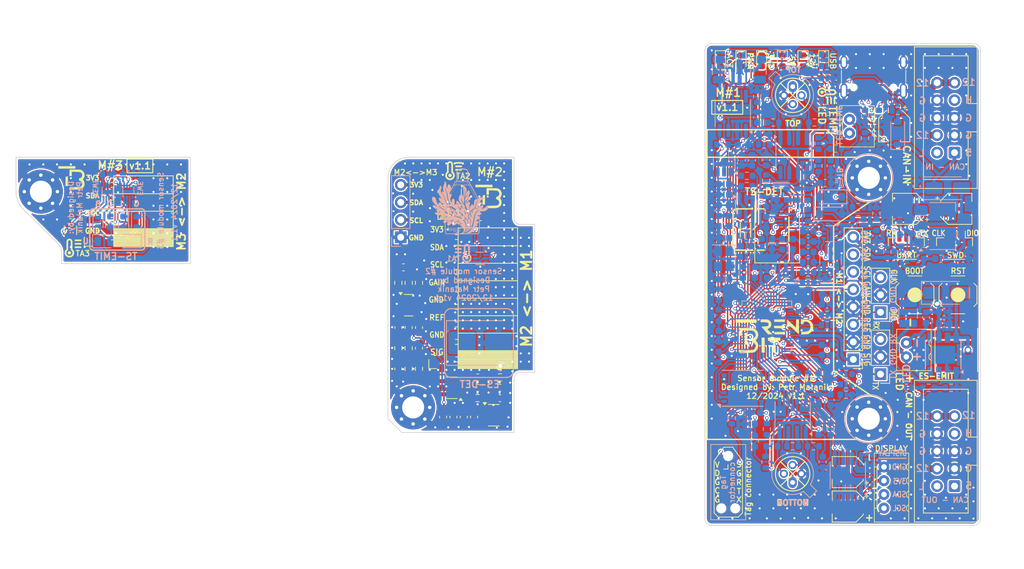
<source format=kicad_pcb>
(kicad_pcb (version 20240108) (generator "pcbnew") (generator_version "8.0")
  (layers (0 "F.Cu" mixed "F.Cu - Mixed") (1 "In1.Cu" power "In1.Cu - GND") (2 "In2.Cu" power "In2.Cu - Power") (31 "B.Cu" mixed "B.Cu - Mixed") (34 "B.Paste" user) (35 "F.Paste" user) (36 "B.SilkS" user "B.Silkscreen") (37 "F.SilkS" user "F.Silkscreen") (38 "B.Mask" user) (39 "F.Mask" user) (44 "Edge.Cuts" user))
  (property "MONTH" "12")
  (property "VERSION" "1.1")
  (property "YEAR" "2024")
  (net 0 "")
  (net 1 "GND_{SM1}")
  (net 2 "+3.3V_{SM1}")
  (net 3 "/SM_1/Microcontroller/RUN")
  (net 4 "+1V1")
  (net 5 "/SM_1/Microcontroller/XIN")
  (net 6 "/SM_1/Microcontroller/X_OUT_R")
  (net 7 "/SM_1/CAN & Power/VREF")
  (net 8 "+5V_{SM1}")
  (net 9 "Net-(D702-A)")
  (net 10 "+12V_{SM1}")
  (net 11 "Net-(U703-OUT)")
  (net 12 "Net-(U704-OUT)")
  (net 13 "+3.3V_REF_{SM1}")
  (net 14 "+1.25V_REF_{SM1}")
  (net 15 "+5V_{SM2}")
  (net 16 "GND_{SM2}")
  (net 17 "Net-(U801-OUT)")
  (net 18 "+3.3V_REF_{SM2}")
  (net 19 "Net-(D801-K)")
  (net 20 "Net-(C804-Pad2)")
  (net 21 "Net-(U803-GS)")
  (net 22 "Net-(C901-Pad2)")
  (net 23 "Net-(D901-K)")
  (net 24 "Net-(U902-GS)")
  (net 25 "+3.3V_{SM3}")
  (net 26 "GND_{SM3}")
  (net 27 "/SM_1/Temperature measurement/BOARD_TEMP")
  (net 28 "/SM_1/Temperature measurement/EXT_TEMP")
  (net 29 "Net-(U1601-CTRL)")
  (net 30 "Net-(D1601-A)")
  (net 31 "/SM_1/ES_LED_Driver/ES_LED-")
  (net 32 "/SM_1/ES_LED_Driver/CTRL")
  (net 33 "Net-(R809-Pad1)")
  (net 34 "+3.3V_{SM2}")
  (net 35 "Net-(D601-K)")
  (net 36 "Net-(D602-K)")
  (net 37 "Net-(D603-K)")
  (net 38 "Net-(D604-K)")
  (net 39 "Net-(D605-K)")
  (net 40 "/SM_1/CAN & Power/CAN_H")
  (net 41 "/SM_1/CAN & Power/CAN_L")
  (net 42 "/SM_3/TS_Emitter/LED_UV")
  (net 43 "/SM_3/TS_Emitter/LED_ORANGE")
  (net 44 "/SM_3/TS_Emitter/LED_BLUE")
  (net 45 "/SM_3/TS_Emitter/LED_RED")
  (net 46 "/SM_3/TS_Emitter/LED_GREEN")
  (net 47 "/SM_3/TS_Emitter/LED_IR")
  (net 48 "VBUS")
  (net 49 "Net-(D1402-K)")
  (net 50 "Net-(D1501-A)")
  (net 51 "Net-(J1501-Pin_1)")
  (net 52 "/SM_1/ES_GAIN")
  (net 53 "/SM_1/REFERENCE")
  (net 54 "/SM_1/Microcontroller/SDA")
  (net 55 "/SM_1/ES_SIGNAL")
  (net 56 "/SM_1/Microcontroller/SCL")
  (net 57 "/SM_2/I2C_SCL")
  (net 58 "/SM_2/ES_GAIN")
  (net 59 "/SM_2/REFERENCE")
  (net 60 "/SM_2/ES_SIGNAL")
  (net 61 "/SM_2/I2C_SDA")
  (net 62 "/SM_3/I2C_SDA")
  (net 63 "/SM_3/I2C_SCL")
  (net 64 "/SM_1/Display/SCL")
  (net 65 "/SM_1/Display/SDA")
  (net 66 "/SM_1/Debug Interface/RX")
  (net 67 "/SM_1/Debug Interface/TX")
  (net 68 "/SM_1/Debug Interface/D+")
  (net 69 "Net-(J1402-VBUS-PadA4)")
  (net 71 "/SM_1/Debug Interface/D-")
  (net 72 "Net-(J1402-CC1)")
  (net 74 "Net-(J1402-CC2)")
  (net 75 "/SM_1/Debug Interface/SWCLK")
  (net 76 "/SM_1/Debug Interface/SWDIO")
  (net 77 "/SM_1/Debug Interface/RESET")
  (net 79 "Net-(J1501-Pin_2)")
  (net 80 "/SM_1/ES_LED_Driver/ES_LED+")
  (net 81 "/SM_1/Microcontroller/QSPI_SS")
  (net 82 "/SM_1/Microcontroller/USB_BOOT")
  (net 83 "Net-(U601-WP)")
  (net 84 "/SM_1/Microcontroller/XOUT")
  (net 85 "Net-(U603-USB_DP)")
  (net 86 "Net-(U603-USB_DM)")
  (net 87 "/SM_1/Microcontroller/LED1")
  (net 88 "/SM_1/Microcontroller/LED2")
  (net 89 "/SM_1/Microcontroller/VERSION")
  (net 90 "Net-(U702-Rs)")
  (net 91 "Net-(U803-IN)")
  (net 92 "Net-(R906-Pad1)")
  (net 93 "Net-(U902-IN)")
  (net 94 "/SM_1/Microcontroller/TS_IR_GAIN")
  (net 96 "/SM_1/Microcontroller/TS_IR_SIGNAL")
  (net 97 "/SM_1/Temperature measurement/Thermopile - Bottom/NTC_TEMP")
  (net 98 "/SM_1/Temperature measurement/Thermopile - Bottom/TPILE+")
  (net 99 "/SM_1/Temperature measurement/Thermopile - Bottom/MID_REF")
  (net 100 "/SM_1/Temperature measurement/Thermopile - Bottom/TPILE-")
  (net 101 "/SM_1/Temperature measurement/Thermopile - Bottom/RGP")
  (net 102 "/SM_1/Temperature measurement/Thermopile - Bottom/RGN")
  (net 103 "/SM_1/Temperature measurement/Thermopile - Bottom/THP_TEMP")
  (net 104 "/SM_1/Temperature measurement/Thermopile - Bottom/IAMP_OUT")
  (net 105 "/SM_1/Temperature measurement/Thermopile - Top/NTC_TEMP")
  (net 106 "/SM_1/Temperature measurement/Thermopile - Top/TPILE+")
  (net 107 "/SM_1/Temperature measurement/Thermopile - Top/MID_REF")
  (net 108 "/SM_1/Temperature measurement/Thermopile - Top/TPILE-")
  (net 109 "/SM_1/Temperature measurement/Thermopile - Top/RGN")
  (net 110 "/SM_1/Temperature measurement/Thermopile - Top/RGP")
  (net 111 "/SM_1/Temperature measurement/Thermopile - Top/IAMP_OUT")
  (net 112 "/SM_1/Temperature measurement/Thermopile - Top/THP_TEMP")
  (net 113 "Net-(R1501-Pad2)")
  (net 114 "Net-(R1503-Pad2)")
  (net 115 "/SM_1/Microcontroller/NTC_SELECT")
  (net 117 "/SM_1/Microcontroller/QSPI_SD2")
  (net 118 "/SM_1/Microcontroller/QSPI_SD1")
  (net 119 "/SM_1/Microcontroller/QSPI_SD3")
  (net 120 "/SM_1/Microcontroller/QSPI_SD0")
  (net 121 "/SM_1/Microcontroller/QSPI_SCLK")
  (net 122 "/SM_1/CAN & Power/CAN.RX")
  (net 125 "/SM_1/Microcontroller/NTC_TEMP")
  (net 126 "/SM_1/CAN & Power/CAN.TX")
  (net 140 "Net-(U1001-NTC)")
  (net 141 "Net-(U1101-NTC)")
  (footprint "PCM_kikit:Tab" (layer "F.Cu") (at 191 129 90)
    (property "Reference" "REF**" (hide yes))
    (property "Value" "Tab")
  )
  (footprint "Resistor_SMD:R_0603_1608Metric" (layer "F.Cu") (at 136 106.25 -90)
    (property "Reference" "R808" (hide yes))
    (property "Value" "10R")
  )
  (footprint "Connector_PinHeader_2.54mm:PinHeader_1x08_P2.54mm_Vertical" (layer "F.Cu") (at 200.55 104.874999 180)
    (property "Reference" "J101" (hide yes))
    (property "Value" "SM1_OUT")
  )
  (footprint "Resistor_SMD:R_0603_1608Metric" (layer "F.Cu") (at 134.5 93.75 -90)
    (property "Reference" "R802" (hide yes))
    (property "Value" "0R")
  )
  (footprint "Button_Switch_SMD:SW_SPST_TL3342" (layer "F.Cu") (at 209.5 95.5 -90)
    (property "Reference" "SW601" (hide yes))
    (property "Value" "TS-1187A-B-A-B")
  )
  (footprint "Inductor_SMD:L_0603_1608Metric" (layer "F.Cu") (at 136 100.25 -90)
    (property "Reference" "FB801" (hide yes))
    (property "Value" "10R@100MHz")
  )
  (footprint "LOGO" (layer "F.Cu") (at 147.65 81.2)
    (property "Reference" "G***" (hide yes))
    (property "Value" "LOGO" (hide yes))
  )
  (footprint "Capacitor_SMD:C_0603_1608Metric" (layer "F.Cu") (at 146.025 107.5)
    (property "Reference" "C808" (hide yes))
    (property "Value" "10nF")
  )
  (footprint "Package_TO_SOT_SMD:SOT-23-5" (layer "F.Cu") (at 142.25 109 180)
    (property "Reference" "U803" (hide yes))
    (property "Value" "MCP6G01")
  )
  (footprint "Diode_SMD:D_SMC" (layer "F.Cu") (at 189.5 85.949999 90)
    (property "Reference" "D901" (hide yes))
    (property "Value" "BPW34FASR")
  )
  (footprint "Capacitor_SMD:C_0603_1608Metric" (layer "F.Cu") (at 144 113.25 90)
    (property "Reference" "C807" (hide yes))
    (property "Value" "1uF")
  )
  (footprint "PCM_kikit:Tab" (layer "F.Cu") (at 154.4 103.5 180)
    (property "Reference" "REF**" (hide yes))
    (property "Value" "Tab")
  )
  (footprint "PCM_kikit:Tab" (layer "F.Cu") (at 219 74 180)
    (property "Reference" "REF**" (hide yes))
    (property "Value" "Tab")
  )
  (footprint "Package_TO_SOT_SMD:SOT-563" (layer "F.Cu") (at 142.75 80.5 -90)
    (property "Reference" "U1702" (hide yes))
    (property "Value" "TMP102xxDRL")
  )
  (footprint "Capacitor_SMD:C_0603_1608Metric" (layer "F.Cu") (at 137.5 103.25 90)
    (property "Reference" "C813" (hide yes))
    (property "Value" "10nF")
  )
  (footprint "Capacitor_SMD:C_0603_1608Metric" (layer "F.Cu") (at 134.5 106.25 90)
    (property "Reference" "C810" (hide yes))
    (property "Value" "10nF")
  )
  (footprint "PCM_kikit:Tab" (layer "F.Cu") (at 143.75 75.5 -90)
    (property "Reference" "REF**" (hide yes))
    (property "Value" "Tab")
  )
  (footprint "Capacitor_SMD:CP_Elec_4x5.4" (layer "F.Cu") (at 208.5 83 180)
    (property "Reference" "C702" (hide yes))
    (property "Value" "10uF/25V")
  )
  (footprint "LED_SMD:LED_0603_1608Metric" (layer "F.Cu") (at 181.25 61.5 -90)
    (property "Reference" "D605" (hide yes))
    (property "Value" "GREEN")
  )
  (footprint "LOGO" (layer "F.Cu") (at 189.274132 101.615536)
    (property "Reference" "G***" (hide yes))
    (property "Value" "LOGO" (hide yes))
  )
  (footprint "PCM_kikit:Board" (layer "F.Cu") (at 179 90.25 90)
    (property "Reference" "M1" (hide yes))
    (property "Value" "Board")
  )
  (footprint "PCM_kikit:Tab" (layer "F.Cu") (at 179 114)
    (property "Reference" "REF**" (hide yes))
    (property "Value" "Tab")
  )
  (footprint "Connector_IDC:IDC-Header_2x05_P2.54mm_Vertical" (layer "F.Cu") (at 215.25 123.29 180)
    (property "Reference" "J702" (hide yes))
    (property "Value" "2.54-2*5P")
  )
  (footprint "Capacitor_SMD:CP_Elec_4x5.4" (layer "F.Cu") (at 215.5 83)
    (property "Reference" "C704" (hide yes))
    (property "Value" "10uF/25V")
  )
  (footprint "Connector_USB:USB_C_Receptacle_GCT_USB4105-xx-A_16P_TopMnt_Horizontal" (layer "F.Cu") (at 203.5 62.75 180)
    (property "Reference" "J1402" (hide yes))
    (property "Value" "U263-163N-4BLS1735")
  )
  (footprint "LED_SMD:LED_0603_1608Metric" (layer "F.Cu") (at 190.25 61.5 -90)
    (property "Reference" "D602" (hide yes))
    (property "Value" "RED")
  )
  (footprint "LOGO" (layer "F.Cu") (at 196.7 66.55 -90)
    (property "Reference" "G***" (hide yes))
    (property "Value" "LOGO" (hide yes))
  )
  (footprint "Connector_PinHeader_2.54mm:PinHeader_1x03_P2.54mm_Vertical" (layer "F.Cu") (at 204.5 107.025 180)
    (property "Reference" "J1403" (hide yes))
    (property "Value" "Pin_header_01x03")
  )
  (footprint "LOGO" (layer "F.Cu") (at 142.5 77.45)
    (property "Reference" "G***" (hide yes))
    (property "Value" "LOGO" (hide yes))
  )
  (footprint "Capacitor_SMD:C_0603_1608Metric" (layer "F.Cu") (at 134.5 100.25 -90)
    (property "Reference" "C802" (hide yes))
    (property "Value" "100nF")
  )
  (footprint "Capacitor_SMD:C_0603_1608Metric" (layer "F.Cu") (at 141 113.25 -90)
    (property "Reference" "C811" (hide yes))
    (property "Value" "100nF")
  )
  (footprint "Package_TO_SOT_SMD:SOT-563" (layer "F.Cu") (at 86.9 86.1 90)
    (property "Reference" "U1301" (hide yes))
    (property "Value" "TMP102xxDRL")
  )
  (footprint "PCM_kikit:Board" (layer "F.Cu") (at 137 75.5)
    (property "Reference" "M2" (hide yes))
    (property "Value" "Board")
  )
  (footprint "TCY_connectors:Hirose_DF3A-04P-2DSA_1x04_P2.00mm_Vertical" (layer "F.Cu") (at 206.5 123.5 90)
    (property "Reference" "J501" (hide yes))
    (property "Value" "DF3A-4P-2DSA")
  )
  (footprint "PCM_kikit:Tab" (layer "F.Cu") (at 89.25 91 90)
    (property "Reference" "REF**" (hide yes))
    (property "Value" "Tab")
  )
  (footprint "Package_TO_SOT_SMD:TSOT-23-5" (layer "F.Cu") (at 148.35 112.9875)
    (property "Reference" "U802" (hide yes))
    (property "Value" "AD8603")
  )
  (footprint "LED_SMD:LED_0603_1608Metric" (layer "F.Cu") (at 184.25 61.5 -90)
    (property "Reference" "D604" (hide yes))
    (property "Value" "YELLOW")
  )
  (footprint "PCM_kikit:Tab" (layer "F.Cu") (at 219 114 180)
    (property "Reference" "REF**" (hide yes))
    (property "Value" "Tab")
  )
  (footprint "PCM_kikit:Tab" (layer "F.Cu") (at 104.3 83.25 180)
    (property "Reference" "REF**" (hide yes))
    (property "Value" "Tab")
  )
  (footprint "TCY_connectors:Hirose_DF3A-02P-2DSA_1x02_P2.00mm_Vertical" (layer "F.Cu") (at 201.5 71 90)
    (property "Reference" "J1501" (hide yes))
    (property "Value" "DF3A-2P-2DSA")
  )
  (footprint "Capacitor_SMD:CP_Elec_4x5.4" (layer "F.Cu") (at 199.75 126.25 180)
    (property "Reference" "C501" (hide yes))
    (property "Value" "10uF/25V")
  )
  (footprint "Capacitor_SMD:CP_Elec_4x5.4" (layer "F.Cu") (at 199.75 121.25 180)
    (property "Reference" "C715" (hide yes))
    (property "Value" "10uF/25V")
  )
  (footprint "Capacitor_SMD:CP_Elec_4x5.4" (layer "F.Cu") (at 206.5 71 -90)
    (property "Reference" "C708" (hide yes))
    (property "Value" "10uF/25V")
  )
  (footprint "MountingHole:MountingHole_3.2mm_M3_Pad_Via" (layer "F.Cu") (at 202.8 113.499999)
    (property "Reference" "H202" (hide yes))
    (property "Value" "M3")
  )
  (footprint "Capacitor_SMD:C_0603_1608Metric" (layer "F.Cu") (at 146.4 84.2)
    (property "Reference" "C1701" (hide yes))
    (property "Value" "100nF")
  )
  (footprint "Capacitor_SMD:C_0603_1608Metric" (layer "F.Cu") (at 140.75 80.5 90)
    (property "Reference" "C1702" (hide yes))
    (property "Value" "100nF")
  )
  (footprint "Capacitor_SMD:C_0603_1608Metric" (layer "F.Cu") (at 146.025 109)
    (property "Reference" "C809" (hide yes))
    (property "Value" "10nF")
  )
  (footprint "PCM_kikit:Tab" (layer "F.Cu") (at 219 94 180)
    (property "Reference" "REF**" (hide yes))
    (property "Value" "Tab")
  )
  (footprint "Capacitor_SMD:C_0603_1608Metric" (layer "F.Cu") (at 145.5 113.25 90)
    (property "Reference" "C806" (hide yes))
    (property "Value" "100nF")
  )
  (footprint "LED_SMD:LED_0603_1608Metric" (layer "F.Cu") (at 196.25 61.5 -90)
    (property "Reference" "D1402" (hide yes))
    (property "Value" "RED")
  )
  (footprint "PCM_kikit:Tab" (layer "F.Cu") (at 194 59 -90)
    (property "Reference" "REF**" (hide yes))
    (property "Value" "Tab")
  )
  (footprint "TCY_connectors:PinSocket_1x04_P2.54mm_Horizontal_SMD" (layer "F.Cu") (at 91.725 87.15 180)
    (property "Reference" "J104" (hide yes))
    (property "Value" "SM3_IN")
  )
  (footprint "TCY_connectors:PinSocket_1x08_P2.54mm_Horizontal_SMD" (layer "F.Cu") (at 141.725 104.874999 180)
    (property "Reference" "J102" (hide yes))
    (property "Value" "SM2_IN")
  )
  (footprint "Resistor_SMD:R_0603_1608Metric" (layer "F.Cu") (at 136 103.25 90)
    (property "Reference" "R806" (hide yes))
    (property "Value" "10k")
  )
  (footprint "PCM_kikit:Tab" (layer "F.Cu") (at 179 74)
    (property "Reference" "REF**" (hide yes))
    (property "Value" "Tab")
  )
  (footprint "Inductor_SMD:L_Taiyo-Yuden_NR-60xx" (layer "F.Cu") (at 215.5 103.5 90)
    (property "Reference" "L1601" (hide yes))
    (property "Value" "15uH")
  )
  (footprint "Capacitor_SMD:C_0603_1608Metric" (layer "F.Cu") (at 149.25 109 180)
    (property "Reference" "C805" (hide yes))
    (property "Value" "10pF")
  )
  (footprint "Connector_JST:JST_SH_BM03B-SRSS-TB_1x03-1MP_P1.00mm_Vertical" (layer "F.Cu") (at 215.25 88.325 180)
    (property "Reference" "J1404" (hide yes))
    (property "Value" "BM03B-SRSS-TB")
  )
  (footprint "Resistor_SMD:R_0603_1608Metric" (layer "F.Cu") (at 136 93.75 -90)
    (property "Reference" "R803" (hide yes))
    (property "Value" "10k")
  )
  (footprint "Resistor_SMD:R_0603_1608Metric" (layer "F.Cu") (at 137.5 106.25 90)
    (property "Reference" "R809" (hide yes))
    (property "Value" "10R")
  )
  (footprint "PCM_kikit:Tab" (layer "F.Cu") (at 99.65 75.5 -90)
    (property "Reference" "REF**" (hide yes))
    (property "Value" "Tab")
  )
  (footprint "LED_SMD:LED_0603_1608Metric" (layer "F.Cu") (at 193.25 61.5 -90)
    (property "Reference" "D601" (hide yes))
    (property "Value" "RED")
  )
  (footprint "MountingHole:MountingHole_3.2mm_M3_Pad_Via" (layer "F.Cu") (at 136.65 111.85)
    (property "Reference" "H301" (hide yes))
    (property "Value" "M3")
  )
  (footprint "Connector_JST:JST_SH_BM03B-SRSS-TB_1x03-1MP_P1.00mm_Vertical" (layer "F.Cu") (at 208.25 88.325 180)
    (property "Reference" "J1401" (hide yes))
    (property "Value" "BM03B-SRSS-TB")
  )
  (footprint "TCY_connectors:Hirose_DF3A-02P-2DSA_1x02_P2.00mm_Vertical" (layer "F.Cu") (at 209.75 103.5 90)
    (property "Reference" "J1601" (hide yes))
    (property "Value" "DF3A-2P-2DSA")
  )
  (footprint "MountingHole:MountingHole_3.2mm_M3_Pad_Via" (layer "F.Cu") (at 82.6 80.5)
    (property "Reference" "H401" (hide yes))
    (property "Value" "M3")
  )
  (footprint "PCM_kikit:Board" (layer "F.Cu") (at 85.6 90.95 90)
    (property "Reference" "M3" (hide yes))
    (property "Value" "Board")
  )
  (footprint "Resistor_SMD:R_0603_1608Metric" (layer "F.Cu") (at 149.25 107.5 180)
    (property "Reference" "R804" (hide yes))
    (property "Value" "150k")
  )
  (footprint "Capacitor_SMD:C_0603_1608Metric" (layer "F.Cu") (at 86.9 83.9 180)
    (property "Reference" "C1301" (hide yes))
    (property "Value" "100nF")
  )
  (footprint "PCM_kikit:Tab" (layer "F.Cu") (at 98.3 91 90)
    (property "Reference" "REF**" (hide yes))
    (property "Value" "Tab")
  )
  (footprint "Capacitor_SMD:C_0603_1608Metric" (layer "F.Cu") (at 142.5 113.25 -90)
    (property "Reference" "C812" (hide yes))
    (property "Value" "1uF")
  )
  (footprint "Resistor_SMD:R_0603_1608Metric" (layer "F.Cu") (at 134.5 103.25 -90)
    (property "Reference" "R807" (hide yes))
    (property "Value" "10k")
  )
  (footprint "TCY_sensors:VEML6040" (layer "F.Cu") (at 184.9 86.089999 90)
    (property "Reference" "U903" (hide yes))
    (property "Value" "VEML6040")
  )
  (footprint "LOGO" (layer "F.Cu") (at 87.25 88.7)
    (property "Reference" "G***" (hide yes))
    (property "Value" "LOGO" (hide yes))
  )
  (footprint "LED_SMD:LED_0603_1608Metric" (layer "F.Cu") (at 187.25 61.5 -90)
    (property "Reference" "D603" (hide yes))
    (property "Value" "RED")
  )
  (footprint "PCM_kikit:Tab" (layer "F.Cu") (at 204 59 -90)
    (property "Reference" "REF**" (hide yes))
    (property "Value" "Tab")
  )
  (footprint "PCM_kikit:Tab" (layer "F.Cu") (at 207 129 90)
    (property "Reference" "REF**" (hide yes))
    (property "Value" "Tab")
  )
  (footprint "Connector_IDC:IDC-Header_2x05_P2.54mm_Vertical" (layer "F.Cu") (at 215.25 74.83 180)
    (property "Reference" "J701" (hide yes))
    (property "Value" "2.54-2*5P")
  )
  (footprint "MountingHole:MountingHole_3.2mm_M3_Pad_Via" (layer "F.Cu") (at 202.8 78.499999)
    (property "Reference" "H201" (hide yes))
    (property "Value" "M3")
  )
  (footprint "PCM_kikit:Tab" (layer "F.Cu") (at 133 110.85)
    (property "Reference" "REF**" (hide yes))
    (property "Value" "Tab")
  )
  (footprint "Resistor_SMD:R_0603_1608Metric" (layer "F.Cu") (at 146 110.5 180)
    (property "Reference" "R805" (hide yes))
    (property "Value" "10R")
  )
  (footprint "Resistor_SMD:R_0603_1608Metric" (layer "F.Cu") (at 137.5 93.75 -90)
    (property "Reference" "R801" (hide yes))
    (property "Value" "0R")
  )
  (footprint "PCM_kikit:Tab" (layer "F.Cu") (at 154.4 87.5 180)
    (property "Reference" "REF**" (hide yes))
    (property "Value" "Tab")
  )
  (footprint "Capacitor_SMD:C_0603_1608Metric" (layer "F.Cu") (at 149.25 110.5 180)
    (property "Reference" "C804" (hide yes))
    (property "Value" "10pF")
  )
  (footprint "Capacitor_SMD:C_0603_1608Metric" (layer "F.Cu") (at 135.25 91.5)
    (property "Reference" "C801" (hide yes))
    (property "Value" "1uF")
  )
  (footprint "Package_TO_SOT_SMD:SOT-23" (layer "F.Cu") (at 136 97)
    (property "Reference" "U801" (hide yes))
    (property "Value" "REF3033")
  )
  (footprint "PCM_kikit:Tab" (layer "F.Cu") (at 143.75 115.5 90)
    (property "Reference" "REF**" (hide yes))
    (property "Value" "Tab")
  )
  (footprint "PCM_kikit:Tab" (layer "F.Cu") (at 185 59 -90)
    (property "Reference" "REF**" (hide yes))
    (property "Value" "Tab")
  )
  (footprint "PCM_kikit:Tab" (layer "F.Cu") (at 83.65 75.5 -90)
    (property "Reference" "REF**" (hide yes))
    (property "Value" "Tab")
  )
  (footprint "PCM_kikit:Tab" (layer "F.Cu") (at 213 59 -90)
    (property "Reference" "REF**" (hide yes))
    (property "Value" "Tab")
  )
  (footprint "Capacitor_SMD:C_0603_1608Metric" (layer "F.Cu") (at 137.5 100.25 90)
    (property "Reference" "C803" (hide yes))
    (property "Value" "100nF")
  )
  (footprint "Button_Switch_SMD:SW_SPST_TL3342" (layer "F.Cu") (at 215.75 95.5 90)
    (property "Reference" "SW602" (hide yes))
    (property "Value" "TS-1187A-B-A-B")
  )
  (footprint "PCM_kikit:Tab" (layer "F.Cu") (at 179 94)
    (property "Reference" "REF**" (hide yes))
    (property "Value" "Tab")
  )
  (footprint "Connector_PinHeader_2.54mm:PinHeader_1x03_P2.54mm_Vertical" (layer "F.Cu") (at 204.5 98.025 180)
    (property "Reference" "J1405" (hide yes))
    (property "Value" "Pin_header_01x03")
  )
  (footprint "PCM_kikit:Tab" (layer "F.Cu") (at 133 94.85)
    (property "Reference" "REF**" (hide yes))
    (property "Value" "Tab")
  )
  (footprint "LOGO" (layer "F.Cu") (at 87.1 78.5)
    (property "Reference" "G***" (hide yes))
    (property "Value" "LOGO" (hide yes))
  )
  (footprint "Connector:Tag-Connect_TC2050-IDC-NL_2x05_P1.27mm_Vertical_with_bottom_clip" (layer "F.Cu") (at 182.4 122.71 -90)
    (property "Reference" "J1406" (hide yes))
    (property "Value" "ARM_SWD_10")
  )
  (footprint "Resistor_SMD:R_0603_1608Metric" (layer "B.Cu") (at 187.9 78.9 90)
    (property "Reference" "R1106" (hide yes))
    (property "Value" "10k")
  )
  (footprint "Capacitor_SMD:C_0603_1608Metric" (layer "B.Cu") (at 185.5 114.25 180)
    (property "Reference" "C1001" (hide yes))
    (property "Value" "100nF")
  )
  (footprint "Package_TO_SOT_SMD:SOT-23-5" (layer "B.Cu") (at 181.8 76.5 90)
    (property "Reference" "U902" (hide yes))
    (property "Value" "MCP6G01")
  )
  (footprint "Resistor_SMD:R_1210_3225Metric" (layer "B.Cu") (at 208.5 98.2 -90)
    (property "Reference" "R1603" (hide yes))
    (property "Value" "0.068R")
  )
  (footprint "Capacitor_SMD:C_0603_1608Metric" (layer "B.Cu") (at 187.6 72.1)
    (property "Reference" "C1104" (hide yes))
    (property "Value" "1uF")
  )
  (footprint "Resistor_SMD:R_0603_1608Metric" (layer "B.Cu") (at 194 93.74 180)
    (property "Reference" "R202" (hide yes))
    (property "Value" "0R")
  )
  (footprint "Capacitor_SMD:C_0603_1608Metric" (layer "B.Cu") (at 194 107.6875 -90)
    (property "Reference" "C608" (hide yes))
    (property "Value" "1uF")
  )
  (footprint "Capacitor_SMD:C_0603_1608Metric" (layer "B.Cu") (at 181.75 93.25)
    (property "Reference" "C606" (hide yes))
    (property "Value" "10pF")
  )
  (footprint "Resistor_SMD:R_0603_1608Metric" (layer "B.Cu") (at 199.5 110 180)
    (property "Reference" "R705" (hide yes))
    (property "Value" "10k")
  )
  (footprint "Resistor_SMD:R_0603_1608Metric" (layer "B.Cu") (at 207.5 89.25 -90)
    (property "Reference" "R604" (hide yes))
    (property "Value" "10k")
  )
  (footprint "Resistor_SMD:R_0603_1608Metric" (layer "B.Cu") (at 196.75 62.25)
    (property "Reference" "R609" (hide yes))
    (property "Value" "270R")
  )
  (footprint "Capacitor_SMD:C_0603_1608Metric" (layer "B.Cu") (at 211.1 98.8 -90)
    (property "Reference" "C1604" (hide yes))
    (property "Value" "100nF")
  )
  (footprint "Package_TO_SOT_SMD:SOT-23" (layer "B.Cu") (at 184.05 63.3875 -90)
    (property "Reference" "D701" (hide yes))
    (property "Value" "PSM712-LF-T7")
  )
  (footprint "LED_SMD:LED_0603_1608Metric" (layer "B.Cu") (at 94.6 84.9 -90)
    (property "Reference" "D1206" (hide yes))
    (property "Value" "TDN1111C-TR")
  )
  (footprint "Resistor_SMD:R_0603_1608Metric" (layer "B.Cu") (at 203.9 83.65 -90)
    (property "Reference" "R704" (hide yes))
    (property "Value" "10k")
  )
  (footprint "Resistor_SMD:R_0603_1608Metric" (layer "B.Cu") (at 190.95 80.9 90)
    (property "Reference" "R1505" (hide yes))
    (property "Value" "1k")
  )
  (footprint "Package_SO:SOIC-8_3.9x4.9mm_P1.27mm" (layer "B.Cu") (at 183.05 69.125 90)
    (property "Reference" "U702" (hide yes))
    (property "Value" "SN65HVD230")
  )
  (footprint "Resistor_SMD:R_0603_1608Metric" (layer "B.Cu") (at 192.45 80.9 -90)
    (property "Reference" "R1503" (hide yes))
    (property "Value" "1k")
  )
  (footprint "Capacitor_SMD:C_0603_1608Metric" (layer "B.Cu") (at 196.1 119.8 -90)
    (property "Reference" "C1004" (hide yes))
    (property "Value" "1uF")
  )
  (footprint "Package_SON:WSON-8-1EP_6x5mm_P1.27mm_EP3.4x4.3mm" (layer "B.Cu") (at 184.5 109.075)
    (property "Reference" "U602" (hide yes))
    (property "Value" "W25Q32JVZP")
  )
  (footprint "LOGO" (layer "B.Cu") (at 198.55 79.25 180)
    (property "Reference" "G***" (hide yes))
    (property "Value" "LOGO" (hide yes))
  )
  (footprint "LOGO" (layer "B.Cu") (at 143.5 82 180)
    (property "Reference" "G***" (hide yes))
    (property "Value" "LOGO" (hide yes))
  )
  (footprint "Capacitor_SMD:C_0603_1608Metric" (layer "B.Cu") (at 95.3 78)
    (property "Reference" "C1202" (hide yes))
    (property "Value" "100nF")
  )
  (footprint "Resistor_SMD:R_0603_1608Metric" (layer "B.Cu") (at 185 89.95 180)
    (property "Reference" "R610" (hide yes))
    (property "Value" "1k")
  )
  (footprint "Resistor_SMD:R_0603_1608Metric" (layer "B.Cu") (at 181.55 73.65)
    (property "Reference" "R905" (hide yes))
    (property "Value" "10R")
  )
  (footprint "Capacitor_SMD:C_0603_1608Metric" (layer "B.Cu") (at 189.45 80.9 -90)
    (property "Reference" "C1501" (hide yes))
    (property "Value" "100nF")
  )
  (footprint "Capacitor_SMD:C_0603_1608Metric" (layer "B.Cu") (at 181.75 85.5 180)
    (property "Reference" "C911" (hide yes))
    (property "Value" "100nF")
  )
  (footprint "Resistor_SMD:R_0603_1608Metric" (layer "B.Cu") (at 204.25 72.75 -90)
    (property "Reference" "R1404" (hide yes))
    (property "Value" "270R")
  )
  (footprint "Package_TO_SOT_SMD:SOT-563" (layer "B.Cu") (at 146.4 90.2 180)
    (property "Reference" "U1701" (hide yes))
    (property "Value" "TMP102xxDRL")
  )
  (footprint "Resistor_SMD:R_0603_1608Metric" (layer "B.Cu") (at 214.75 109 180)
    (property "Reference" "R1601" (hide yes))
    (property "Value" "1k")
  )
  (footprint "Capacitor_SMD:C_0603_1608Metric" (layer "B.Cu") (at 203.5 119.5 -90)
    (property "Reference" "C601" (hide yes))
    (property "Value" "100nF")
  )
  (footprint "Resistor_SMD:R_0603_1608Metric" (layer "B.Cu") (at 196.75 65.75 180)
    (property "Reference" "R606" (hide yes))
    (property "Value" "5.1k")
  )
  (footprint "Capacitor_SMD:C_0603_1608Metric" (layer "B.Cu") (at 191 107.6875 -90)
    (property "Reference" "C617" (hide yes))
    (property "Value" "100nF")
  )
  (footprint "Resistor_SMD:R_0603_1608Metric" (layer "B.Cu") (at 203.5 123.925 -90)
    (property "Reference" "R605" (hide yes))
    (property "Value" "10k")
  )
  (footprint "Capacitor_SMD:C_0603_1608Metric" (layer "B.Cu") (at 197.25 110.75 -90)
    (property "Reference" "C1003" (hide yes))
    (property "Value" "1uF")
  )
  (footprint "Capacitor_SMD:C_0603_1608Metric" (layer "B.Cu") (at 213.75 98)
    (property "Reference" "C1601" (hide yes))
    (property "Value" "100nF")
  )
  (footprint "Resistor_SMD:R_0603_1608Metric" (layer "B.Cu") (at 196.75 68.9)
    (property "Reference" "R1102" (hide yes))
    (property "Value" "1k")
  )
  (footprint "Capacitor_SMD:C_0603_1608Metric" (layer "B.Cu") (at 186.25 92.25 90)
    (property "Reference" "C611" (hide yes))
    (property "Value" "100nF")
  )
  (footprint "Resistor_SMD:R_0603_1608Metric" (layer "B.Cu") (at 195.5 73.5 90)
    (property "Reference" "R1101" (hide yes))
    (property "Value" "100k")
  )
  (footprint "Capacitor_SMD:C_0603_1608Metric" (layer "B.Cu") (at 187.9 75.9 90)
    (property "Reference" "C1102" (hide yes))
    (property "Value" "100nF")
  )
  (footprint "Capacitor_SMD:C_0603_1608Metric" (layer "B.Cu") (at 194 87.75)
    (property "Reference" "C712" (hide yes))
    (property "Value" "100nF")
  )
  (footprint "Resistor_SMD:R_0603_1608Metric" (layer "B.Cu") (at 196.75 64)
    (property "Reference" "R608" (hide yes))
    (property "Value" "270R")
  )
  (footprint "Package_DFN_QFN:QFN-56-1EP_7x7mm_P0.4mm_EP3.2x3.2mm" (layer "B.Cu") (at 188 100)
    (property "Reference" "U603" (hide yes))
    (property "Value" "RP2040")
  )
  (footprint "Resistor_SMD:R_1206_3216Metric" (layer "B.Cu") (at 187 62.75 -90)
    (property "Reference" "R701" (hide yes))
    (property "Value" "60R")
  )
  (footprint "Resistor_SMD:R_0603_1608Metric" (layer "B.Cu") (at 188.75 117.5 180)
    (property "Reference" "R1003" (hide yes))
    (property "Value" "1M")
  )
  (footprint "Diode_SMD:D_SOD-123" (layer "B.Cu") (at 207 72 90)
    (property "Reference" "D1401" (hide yes))
    (property "Value" "B5817W")
  )
  (footprint "LOGO" (layer "B.Cu") (at 143.95 89.45 180)
    (property "Reference" "G***" (hide yes))
    (property "Value" "LOGO" (hide yes))
  )
  (footprint "Diode_SMD:D_SMC" (layer "B.Cu") (at 146.3925 102.489999)
    (property "Reference" "D801" (hide yes))
    (property "Value" "BPW34FASR")
  )
  (footprint "Resistor_SMD:R_0603_1608Metric" (layer "B.Cu") (at 188.915 70.45 180)
    (property "Reference" "R1104" (hide yes))
    (property "Value" "1M")
  )
  (footprint "LED_SMD:LED_0603_1608Metric" (layer "B.Cu") (at 96.5 84.9 -90)
    (property "Reference" "D1205" (hide yes))
    (property "Value" "SML-D12P8WT86")
  )
  (footprint "Capacitor_SMD:C_0603_1608Metric" (layer "B.Cu") (at 187.9 81.9 90)
    (property "Reference" "C1103" (hide yes))
    (property "Value" "1uF")
  )
  (footprint "Capacitor_SMD:C_0603_1608Metric" (layer "B.Cu") (at 210 90.25 180)
    (property "Reference" "C707" (hide yes))
    (property "Value" "100nF")
  )
  (footprint "Capacitor_SMD:C_0603_1608Metric" (layer "B.Cu") (at 192.5 107.6875 -90)
    (property "Reference" "C616" (hide yes))
    (property "Value" "100nF")
  )
  (footprint "Capacitor_SMD:C_0603_1608Metric" (layer "B.Cu") (at 191 88.9 180)
    (property "Reference" "C710" (hide yes))
    (property "Value" "1uF")
  )
  (footprint "Inductor_SMD:L_0603_1608Metric" (layer "B.Cu") (at 197.25 76.75 90)
    (property "Reference" "FB1501" (hide yes))
    (property "Value" "10R@100MHz")
  )
  (footprint "LED_SMD:LED_0805_2012Metric" (layer "B.Cu") (at 91.8 87.7)
    (property "Reference" "D1201" (hide yes))
    (property "Value" "KP-2012MBC")
  )
  (footprint "Resistor_SMD:R_0603_1608Metric" (layer "B.Cu") (at 196.75 98.4 180)
    (property "Reference" "R618" (hide yes))
    (property "Value" "1k")
  )
  (footprint "Crystal:Crystal_SMD_Abracon_ABM8G-4Pin_3.2x2.5mm" (layer "B.Cu") (at 181.75 90.25 -90)
    (property "Reference" "Y601" (hide yes))
    (property "Value" "12MHz")
  )
  (footprint "Capacitor_SMD:C_0603_1608Metric" (layer "B.Cu") (at 196.75 96.9)
    (property "Reference" "C613" (hide yes))
    (property "Value" "1uF")
  )
  (footprint "Resistor_SMD:R_0603_1608Metric" (layer "B.Cu") (at 188 115 -90)
    (property "Reference" "R1001" (hide yes))
    (property "Value" "100k")
  )
  (footprint "Resistor_SMD:R_0603_1608Metric" (layer "B.Cu") (at 205.5 89.25 -90)
    (property "Reference" "R603" (hide yes))
    (property "Value" "0R")
  )
  (footprint "LED_SMD:LED_0805_2012Metric" (layer "B.Cu") (at 95.5 87.7 180)
    (property "Reference" "D1204" (hide yes))
    (property "Value" "OIS-170 675")
  )
  (footprint "Capacitor_SMD:C_0603_1608Metric" (layer "B.Cu") (at 216.5 90.25)
    (property "Reference" "C705" (hide yes))
    (property "Value" "100nF")
  )
  (footprint "Capacitor_SMD:C_0603_1608Metric" (layer "B.Cu") (at 189.5 107.6875 -90)
    (property "Reference" "C605" (hide yes))
    (property "Value" "100nF")
  )
  (footprint "Resistor_SMD:R_0603_1608Metric" (layer "B.Cu") (at 185.1 79.7 180)
    (property "Reference" "R902" (hide yes))
    (property "Value" "10R")
  )
  (footprint "Resistor_SMD:R_0603_1608Metric" (layer "B.Cu") (at 199.5 108.5)
    (property "Reference" "R611" (hide yes))
    (property "Value" "22R")
  )
  (footprint "Resistor_SMD:R_0603_1608Metric" (layer "B.Cu") (at 193.5 60.5)
    (property "Reference" "R615" (hide yes))
    (property "Value" "270R")
  )
  (footprint "Capacitor_SMD:C_0603_1608Metric" (layer "B.Cu") (at 184.35 75.95 -90)
    (property "Reference" "C908" (hide yes))
    (property "Value" "100nF")
  )
  (footprint "Resistor_SMD:R_0603_1608Metric" (layer "B.Cu") (at 207 68.75 180)
    (property "Reference" "R1401" (hide yes))
    (property "Value" "0R")
  )
  (footprint "Capacitor_SMD:C_0603_1608Metric" (layer "B.Cu") (at 92.3 78)
    (property "Reference" "C1201" (hide yes))
    (property "Value" "100nF")
  )
  (footprint "Capacitor_SMD:C_0603_1608Metric" (layer "B.Cu") (at 187.9 84.925 -90)
    (property "Reference" "C1503" (hide yes))
    (property "Value" "100nF")
  )
  (footprint "Package_TO_SOT_SMD:TSOT-23-5" (layer "B.Cu") (at 185 82.5375 -90)
    (property "Reference" "U901" (hide yes))
    (property "Value" "AD8603")
  )
  (footprint "Resistor_SMD:R_0603_1608Metric" (layer "B.Cu") (at 194.915 70.45)
    (property "Reference" "R1103" (hide yes))
    (property "Value" "1M")
  )
  (footprint "Capacitor_SMD:C_0603_1608Metric" (layer "B.Cu") (at 195.5 107.6875 -90)
    (property "Reference" "C615" (hide yes))
    (property "Value" "1uF")
  )
  (footprint "Package_DFN_QFN:Texas_UQFN-10_1.5x2mm_P0.5mm" (layer "B.Cu") (at 190.75 84.5 180)
    (property "Reference" "U1502" (hide yes))
    (property "Value" "TLA2024")
  )
  (footprint "TCY_IC:UTDFN-8-1EP_1.5x1.5mm_P0.4mm_EP0.8x1.45mm" (layer "B.Cu") (at 92.3 80.5625 90)
    (property "Reference" "U1201" (hide yes))
    (property "Value" "KTD2026BEWE")
  )
  (footprint "Capacitor_SMD:C_0603_1608Metric" (layer "B.Cu") (at 181 101.525 -90)
    (property "Reference" "C610" (hide yes))
    (property "Value" "100nF")
  )
  (footprint "Connector_PinHeader_2.54mm:PinHeader_1x04_P2.54mm_Vertical" (layer "B.Cu") (at 134.85 87.129999)
    (property "Reference" "J103" (hide yes))
    (property "Value" "SM2_OUT")
  )
  (footprint "Resistor_SMD:R_0603_1608Metric" (layer "B.Cu") (at 194.75 117.5)
    (property "Reference" "R1004" (hide yes))
    (property "Value" "1M")
  )
  (footprint "Resistor_SMD:R_0603_1608Metric" (layer "B.Cu") (at 202.25 69.5 90)
    (property "Reference" "R1403" (hide yes))
    (property "Value" "5.1k")
  )
  (footprint "Resistor_SMD:R_0603_1608Metric" (layer "B.Cu") (at 181 95.475 -90)
    (property "Reference" "R904" (hide yes))
    (property "Value" "10k")
  )
  (footprint "Capacitor_SMD:C_0603_1608Metric" (layer "B.Cu") (at 181 83.25 90)
    (property "Reference" "C903" (hide yes))
    (property "Value" "100nF")
  )
  (footprint "Resistor_SMD:R_0603_1608Metric" (layer "B.Cu") (at 181 98.5 -90)
    (property "Reference" "R903" (hide yes))
    (property "Value" "10k")
  )
  (footprint "Resistor_SMD:R_1206_3216Metric" (layer "B.Cu") (at 181 62.75 90)
    (property "Reference" "R702" (hide yes))
    (property "Value" "60R")
  )
  (footprint "Capacitor_SMD:C_0603_1608Metric" (layer "B.Cu") (at 182.5 83.25 90)
    (property "Reference" "C904" (hide yes))
    (property "Value" "1uF")
  )
  (footprint "Resistor_SMD:R_0603_1608Metric" (layer "B.Cu") (at 193.95 83.95 -90)
    (property "Reference" "R1507" (hide yes))
    (property "Value" "100k")
  )
  (footprint "Capacitor_SMD:C_0603_1608Metric" (layer "B.Cu") (at 203.9 86.9 -90)
    (property "Reference" "C1502" (hide yes))
    (property "Value" "100nF")
  )
  (footprint "Capacitor_SMD:C_0603_1608Metric" (layer "B.Cu") (at 181.75 80.95 180)
    (property "Reference" "C906" (hide yes))
    (property "Value" "100nF")
  )
  (footprint "Resistor_SMD:R_0603_1608Metric" (layer "B.Cu") (at 201.25 84.5)
    (property "Reference" "R1506" (hide yes))
    (property "Value" "1k")
  )
  (footprint "Capacitor_SMD:C_0603_1608Metric" (layer "B.Cu") (at 181.75 87.25)
    (property "Reference" "C607" (hide yes))
    (property "Value" "10pF")
  )
  (footprint "Capacitor_SMD:C_0603_1608Metric" (layer "B.Cu") (at 185 86.9 180)
    (property "Reference" "C902" (hide yes))
    (property "Value" "10nF")
  )
  (footprint "Capacitor_SMD:C_0603_1608Metric" (layer "B.Cu") (at 197.25 93.1875 180)
    (property "Reference" "C709" (hide yes))
    (property "Value" "1uF")
  )
  (footprint "Package_SO:Diodes_SO-8EP" (layer "B.Cu") (at 213.6 104.2 90)
    (property "Reference" "U1601" (hide yes))
    (property "Value" "AL8843")
  )
  (footprint "Capacitor_SMD:C_0603_1608Metric" (layer "B.Cu") (at 186.6 69.7 90)
    (property "Reference" "C706" (hide yes))
    (property "Value" "100nF")
  )
  (footprint "Capacitor_SMD:C_0603_1608Metric" (layer "B.Cu") (at 184 60.7)
    (property "Reference" "C701" (hide yes))
    (property "Value" "10nF")
  )
  (footprint "Resistor_SMD:R_0603_1608Metric" (layer "B.Cu") (at 206.5 86.75)
    (property "Reference" "R602" (hide yes))
    (property "Value" "1k")
  )
  (footprint "Resistor_SMD:R_0603_1608Metric" (layer "B.Cu") (at 193.95 80.9 90)
    (property "Reference" "R1501" (hide yes))
    (property "Value" "5.1k")
  )
  (footprint "LED_SMD:LED_0603_1608Metric" (layer "B.Cu") (at 92.7 84.9 -90)
    (property "Reference" "D1202" (hide yes))
    (property "Value" "LTST-C190KRKT")
  )
  (footprint "Package_SO:SOIC-8_3.9x4.9mm_P1.27mm" (layer "B.Cu") (at 199.75 121.75 90)
    (property "Reference" "U601" (hide yes))
    (property "Value" "AT24C256")
  )
  (footprint "Resistor_SMD:R_0603_1608Metric" (layer "B.Cu") (at 199.5 107)
    (property "Reference" "R612" (hide yes))
    (property "Value" "22R")
  )
  (footprint "LED_SMD:LED_0603_1608Metric" (layer "B.Cu") (at 90.9 84.9 -90)
    (property "Reference" "D1203" (hide yes))
    (property "Value" "LTST-C191TBKT")
  )
  (footprint "Capacitor_SMD:C_0603_1608Metric" (layer "B.Cu") (at 185 88.4 180)
    (property "Reference" "C901" (hide yes))
    (property "Value" "10nF")
  )
  (footprint "Resistor_SMD:R_0603_1608Metric" (layer "B.Cu") (at 194 92.25 180)
    (property "Reference" "R201" (hide yes))
    (property "Value" "0R")
  )
  (footprint "Resistor_SMD:R_0603_1608Metric" (layer "B.Cu") (at 198 74.25 180)
    (property "Reference" "R1504" (hide yes))
    (property "Value" "1k")
  )
  (footprint "Capacitor_SMD:C_0603_1608Metric" (layer "B.Cu") (at 194 86.25 180)
    (property "Reference" "C1504" (hide yes))
    (property "Value" "100nF")
  )
  (footprint "Inductor_SMD:L_0603_1608Metric" (layer "B.Cu") (at 196.5 79.25)
    (property "Reference" "TH1501" (hide yes))
    (property "Value" "10k, 3950b")
  )
  (footprint "Package_SO:SOIC-8_3.9x4.9mm_P1.27mm" (layer "B.Cu") (at 191.885 75.25 -90)
    (property "Reference" "U1102" (hide yes))
    (property "Value" "INA826")
  )
  (footprint "Capacitor_SMD:C_0603_1608Metric" (layer "B.Cu") (at 194 89.25 180)
    (property "Reference" "C711" (hide yes))
    (property "Value" "100nF")
  )
  (footprint "Package_TO_SOT_THT:TO-46-4_Window" (layer "B.Cu") (at 191.759724 65.239724 -90)
    (property "Reference" "U1101" (hide yes))
    (property "Value" "ZTP-148SR")
  )
  (footprint "Resistor_SMD:R_0603_1608Metric" (layer "B.Cu") (at 191.75 117.5 180)
    (property "Reference" "R1005" (hide yes))
    (property "Value" "100R")
  )
  (footprint "Capacitor_SMD:C_0603_1608Metric" (layer "B.Cu") (at 195.5 110.75 -90)
    (property "Reference" "C1002" (hide yes))
    (property "Value" "100nF")
  )
  (footprint "Package_TO_SOT_SMD:SOT-23" (layer "B.Cu") (at 190.75 92 90)
    (property "Reference" "U704" (hide yes))
    (property "Value" "REF3012")
  )
  (footprint "Capacitor_SMD:C_0603_1608Metric" (layer "B.Cu") (at 208.25 109 180)
    (property "Reference" "C1603" (hide yes))
    (property "Value" "10nF")
  )
  (footprint "Resistor_SMD:R_0603_1608Metric" (layer "B.Cu") (at 204.25 69.5 90)
    (property "Reference" "R1402" (hide yes))
    (property "Value" "5.1k")
  )
  (footprint "Diode_SMD:D_SMA" (layer "B.Cu") (at 213.95 95.2)
    (property "Reference" "D1601" (hide yes))
    (property "Value" "SS34")
  )
  (footprint "Inductor_SMD:L_0603_1608Metric" (layer "B.Cu") (at 191 87.4 180)
    (property "Reference" "FB703" (hide yes))
    (property "Value" "10R@100MHz")
  )
  (footprint "Resistor_SMD:R_0603_1608Metric" (layer "B.Cu") (at 184.5 92.25 90)
    (property "Reference" "R613" (hide yes))
    (property "Value" "1k")
  )
  (footprint "Resistor_SMD:R_0603_1608Metric" (layer "B.Cu") (at 201.25 82.75)
    (property "Reference" "R1502" (hide yes))
    (property "Value" "5.1k")
  )
  (footprint "Capacitor_SMD:C_0603_1608Metric" (layer "B.Cu") (at 188 92.25 90)
    (property "Reference" "C603" (hide yes))
    (property "Value" "100nF")
  )
  (footprint "Resistor_SMD:R_0603_1608Metric" (layer "B.Cu") (at 196.75 99.9 180)
    (property "Reference" "R617" (hide yes))
    (property "Value" "10k")
  )
  (footprint "Diode_SMD:D_SOD-123" (layer "B.Cu") (at 197.25 83.75)
    (property "Reference" "D1502" (hide yes))
    (property "Value" "B5817W")
  )
  (footprint "Package_TO_SOT_SMD:SOT-223-3_TabPin2" (layer "B.Cu") (at 213.5 85.5)
    (property "Reference" "U701" (hide yes))
    (property "Value" "AMS1117-3.3")
  )
  (footprint "Resistor_SMD:R_0603_1608Metric" (layer "B.Cu") (at 186.6 66.7 -90)
    (property "Reference" "R703" (hide yes))
    (property "Value" "1k")
  )
  (footprint "Capacitor_SMD:C_0603_1608Metric" (layer "B.Cu") (at 206.5 85 180)
    (property "Reference" "C602" (hide yes))
    (property "Value" "1uF")
  )
  (footprint "Capacitor_SMD:C_0603_1608Metric" (layer "B.Cu") (at 187.25 88.15 -90)
    (property "Reference" "C909" (hide yes))
    (property "Value" "100nF")
  )
  (footprint "TCY_IC:UTDFN-8-1EP_1.5x1.5mm_P0.4mm_EP0.8x1.45mm" (layer "B.Cu") (at 95.3 80.5625 90)
    (property "Reference" "U1202" (hide yes))
    (property "Value" "KTD2026EWE")
  )
  (footprint "Package_TO_SOT_SMD:SOT-363_SC-70-6" (layer "B.Cu") (at 197.2 86.6 180)
    (property "Reference" "U1501" (hide yes))
    (property "Value" "74LVC1G3157")
  )
  (footprint "Resistor_SMD:R_0603_1608Metric" (layer "B.Cu") (at 187.6 73.65 180)
    (property "Reference" "R1107" (hide yes))
    (property "Value" "100R")
  )
  (footprint "Capacitor_SMD:C_0603_1608Metric" (layer "B.Cu") (at 188.75 88.15 -90)
    (property "Reference" "C714" (hide yes))
    (property "Value" "100nF")
  )
  (footprint "Capacitor_SMD:C_0603_1608Metric" (layer "B.Cu") (at 196.75 95.4)
    (property "Reference" "C612" (hide yes))
    (property "Value" "100nF")
  )
  (footprint "Capacitor_SMD:C_0603_1608Metric" (layer "B.Cu") (at 197.25 71.75 -90)
    (property "Reference" "C1101" (hide yes))
    (property "Value" "100nF")
  )
  (footprint "Capacitor_SMD:C_0603_1608Metric" (layer "B.Cu") (at 196.75 104.25)
    (property "Reference" "C713" (hide yes))
    (property "Value" "100nF")
  )
  (footprint "Inductor_SMD:L_0603_1608Metric" (layer "B.Cu") (at 194 90.75 180)
    (property "Reference" "FB702" (hide yes))
    (property "Value" "10R@100MHz")
  )
  (footprint "Diode_SMD:D_SOD-123" (layer "B.Cu") (at 197.25 81.25 180)
    (property "Reference" "D1501" (hide yes))
    (property "Value" "B5817W")
  )
  (footprint "Package_TO_SOT_SMD:SOT-23" (layer "B.Cu") (at 197.25 90.4375 90)
    (property "Reference" "U703" (hide yes))
    (property "Value" "REF3033")
  )
  (footprint "Capacitor_SMD:C_0603_1608Metric" (layer "B.Cu") (at 186.25 112.6375 180)
    (property "Reference" "C604" (hide yes))
    (property "Value" "100nF")
  )
  (footprint "Resistor_SMD:R_0603_1608Metric" (layer "B.Cu") (at 196.75 60.5 180)
    (property "Reference" "R614" (hide yes))
    (property "Value" "270R")
  )
  (footprint "Resistor_SMD:R_0603_1608Metric" (layer "B.Cu") (at 182.9 113.4 90)
    (property "Reference" "R601" (hide yes))
    (property "Value" "1k")
  )
  (footprint "Diode_SMD:D_SMA" (layer "B.Cu") (at 214.25 80)
    (property "Reference" "D702" (hide yes))
    (property "Value" "SS34")
  )
  (footprint "Resistor_SMD:R_0603_1608Metric" (layer "B.Cu") (at 196.75 67.3 180)
    (property "Reference" "R607" (hide yes))
    (property "Value" "5.1k")
  )
  (footprint "Resistor_SMD:R_0603_1608Metric" (layer "B.Cu") (at 195.5 115 -90)
    (property "Reference" "R1007" (hide yes))
    (property "Value" "100R")
  )
  (footprint "Resistor_SMD:R_0603_1608Metric" (layer "B.Cu") (at 186.25 116.75 90)
    (property "Reference" "R1002" (hide yes))
    (property "Value" "1k")
  )
  (footprint "Resistor_SMD:R_0603_1608Metric" (layer "B.Cu") (at 195.5 76.75 -90)
    (property "Reference" "R1108" (hide yes))
    (property "Value" "0R")
  )
  (footprint "Capacitor_SMD:C_0603_1608Metric" (layer "B.Cu") (at 184.55 73.65)
    (property "Reference" "C907" (hide yes))
    (property "Value" "100nF")
  )
  (footprint "Resistor_SMD:R_0603_1608Metric" (layer "B.Cu") (at 197.25 115 90)
    (property "Reference" "R1008" (hide yes))
    (property "Value" "0R")
  )
  (footprint "Resistor_SMD:R_0603_1608Metric" (layer "B.Cu") (at 185.1 78.2)
    (property "Reference" "R906" (hide yes))
    (property "Value" "10R")
  )
  (footprint "Resistor_SMD:R_0603_1608Metric" (layer "B.Cu") (at 211.5 109)
    (property "Reference" "R1602" (hide yes))
    (property "Value" "1k")
  )
  (footprint "Capacitor_SMD:C_0603_1608Metric" (layer "B.Cu") (at 181 104.525 -90)
    (property "Reference" "C609" (hide yes))
    (property "Value" "100nF")
  )
  (footprint "Capacitor_SMD:C_0603_1608Metric" (layer "B.Cu") (at 213.75 99.65)
    (property "Reference" "C1602" (hide yes))
    (property "Value" "1uF")
  )
  (footprint "Resistor_SMD:R_0603_1608Metric" (layer "B.Cu") (at 190.25 60.5)
    (property "Reference" "R616" (hide yes))
    (property "Value" "270R")
  )
  (footprint "Package_TO_SOT_THT:TO-46-4_Window" (layer "B.Cu") (at 191.740276 122.760275 90)
    (property "Reference" "U1001" (hide yes))
    (property "Value" "ZTP-148SR")
  )
  (footprint "Resistor_SMD:R_0603_1608Metric" (layer "B.Cu") (at 185 85.4 180)
    (property "Reference" "R901" (hide yes))
    (property "Value" "10k")
  )
  (footprint "Package_SO:SOIC-8_3.9x4.9mm_P1.27mm" (layer "B.Cu") (at 191.75 113 90)
    (property "Reference" "U1002" (hide yes))
    (property "Value" "INA826")
  )
  (footprint "Resistor_SMD:R_0603_1608Metric" (layer "B.Cu") (at 191.9 70.45)
    (property "Reference" "R1105" (hide yes))
    (property "Value" "100R")
  )
  (footprint "Resistor_SMD:R_0603_1608Metric" (layer "B.Cu") (at 202.25 72.75 -90)
    (property "Reference" "R1405" (hide yes))
    (property "Value" "270R")
  )
  (footprint "Capacitor_SMD:C_0603_1608Metric" (layer "B.Cu") (at 196.75 102.75)
    (property "Reference" "C614" (hide yes))
    (property "Value" "100nF")
  )
  (footprint "Resistor_SMD:R_0603_1608Metric" (layer "B.Cu") (at 187.8 119.8 -90)
    (property "Reference" "R1006" (hide yes))
    (property "Value" "10k")
  )
  (footprint "Capacitor_SMD:C_0603_1608Metric" (layer "B.Cu") (at 209.75 79.7 90)
    (property "Reference" "C703" (hide yes))
    (property "Value" "100nF")
  )
  (footprint "Capacitor_SMD:C_0603_1608Metric" (layer "B.Cu") (at 181.75 79.4 180)
    (property "Reference" "C905" (hide yes))
    (property "Value" "100nF")
  )
  (footprint "Inductor_SMD:L_0603_1608Metric" (layer "B.Cu") (at 213.25 90.25 180)
    (property "Reference" "FB701" (hide yes))
    (property "Value" "10R@100MHz")
  )
  (footprint "Capacitor_SMD:C_0603_1608Metric" (layer "B.Cu") (at 185.85 75.95 -90)
    (property "Reference" "C910" (hide yes))
    (property "Value" "1uF")
  )
  (gr_line (start 89.7 88.5) (end 89.7 83.5) (stroke (width 0.2)) (layer "B.SilkS"))
  (gr_line (start 141.2 106.499999) (end 141.2 98.5) (stroke (width 0.15)) (layer "B.SilkS"))
  (gr_line (start 151.2 98.5) (end 151.2 106.499999) (stroke (width 0.15)) (layer "B.SilkS"))
  (gr_circle (center 202.8 78.5) (end 206.3 78.5) (stroke (width 0.15)) (fill none) (layer "B.SilkS"))
  (gr_arc (start 150.2 97.5) (mid 150.907107 97.792893) (end 151.2 98.5) (stroke (width 0.15)) (layer "B.SilkS"))
  (gr_arc (start 97.7 88.5) (mid 97.553553 88.853553) (end 97.2 89) (stroke (width 0.2)) (layer "B.SilkS"))
  (gr_arc (start 89.7 83.5) (mid 89.846447 83.146447) (end 90.2 83) (stroke (width 0.2)) (layer "B.SilkS"))
  (gr_line (start 97.2 89) (end 90.2 89) (stroke (width 0.2)) (layer "B.SilkS"))
  (gr_line (start 142.2 97.5) (end 150.2 97.5) (stroke (width 0.15)) (layer "B.SilkS"))
  (gr_arc (start 97.2 83) (mid 97.553553 83.146447) (end 97.7 83.5) (stroke (width 0.2)) (layer "B.SilkS"))
  (gr_arc (start 90.2 89) (mid 89.846447 88.853553) (end 89.7 88.5) (stroke (width 0.2)) (layer "B.SilkS"))
  (gr_circle (center 202.8 113.5) (end 206.3 113.5) (stroke (width 0.15)) (fill none) (layer "B.SilkS"))
  (gr_line (start 150.2 107.499999) (end 142.2 107.499999) (stroke (width 0.15)) (layer "B.SilkS"))
  (gr_arc (start 151.2 106.499999) (mid 150.907107 107.207106) (end 150.2 107.499999) (stroke (width 0.15)) (layer "B.SilkS"))
  (gr_line (start 97.7 83.5) (end 97.7 88.5) (stroke (width 0.2)) (layer "B.SilkS"))
  (gr_line (start 208.25 119.25) (end 204.25 119.25) (stroke (width 0.15)) (layer "B.SilkS"))
  (gr_arc (start 141.2 98.5) (mid 141.492893 97.792893) (end 142.2 97.5) (stroke (width 0.15)) (layer "B.SilkS"))
  (gr_line (start 90.2 83) (end 97.2 83) (stroke (width 0.2)) (layer "B.SilkS"))
  (gr_arc (start 142.2 107.499999) (mid 141.492893 107.207106) (end 141.2 106.499999) (stroke (width 0.15)) (layer "B.SilkS"))
  (gr_line (start 197.7 106.499999) (end 197.7 85.499999) (stroke (width 0.2)) (layer "F.SilkS"))
  (gr_line (start 196.7 71.499999) (end 197.7 72.499999) (stroke (width 0.2)) (layer "F.SilkS"))
  (gr_line (start 179.3 116.499999) (end 201.1 116.499999) (stroke (width 0.2)) (layer "F.SilkS"))
  (gr_line (start 187.6 83) (end 186.6 83) (stroke (width 0.2)) (layer "F.SilkS"))
  (gr_line (start 183.1 88.499999) (end 183.1 83.499999) (stroke (width 0.2)) (layer "F.SilkS"))
  (gr_line (start 193.5 64.75) (end 190 68.25) (stroke (width 0.15)) (layer "F.SilkS"))
  (gr_line (start 185.95 82.999999) (end 183.65 82.999999) (stroke (width 0.2)) (layer "F.SilkS"))
  (gr_line (start 190 64.75) (end 193.5 68.25) (stroke (width 0.15)) (layer "F.SilkS"))
  (gr_circle (center 191.75 66.5) (end 194.25 66.5) (stroke (width 0.15)) (fill none) (layer "F.SilkS"))
  (gr_line (start 179.3 75.499999) (end 201.1 75.499999) (stroke (width 0.2)) (layer "F.SilkS"))
  (gr_line (start 179.3 71.499999) (end 196.7 71.499999) (stroke (width 0.2)) (layer "F.SilkS"))
  (gr_rect (start 95.1 75.75) (end 98.85 77.75) (stroke (width 0.15)) (fill none) (layer "F.SilkS"))
  (gr_line (start 191.2 84.199999) (end 191.2 87.699999) (stroke (width 0.2)) (layer "F.SilkS"))
  (gr_rect (start 180 67.25) (end 184.5 69.25) (stroke (width 0.15)) (fill none) (layer "F.SilkS"))
  (gr_circle (center 209.5 95.5) (end 210.5 95.5) (stroke (width 0.15)) (fill solid) (layer "F.SilkS"))
  (gr_line (start 193.5 119.75) (end 190 123.25) (stroke (width 0.15)) (layer "F.SilkS"))
  (gr_arc (start 183.1 83.499999) (mid 183.246447 83.146446) (end 183.6 82.999999) (stroke (width 0.2)) (layer "F.SilkS"))
  (gr_line (start 187.6 89) (end 186.6 89) (stroke (width 0.2)) (layer "F.SilkS"))
  (gr_line (start 190 119.75) (end 193.5 123.25) (stroke (width 0.15)) (layer "F.SilkS"))
  (gr_rect (start 140.25 82.5) (end 144 84.5) (stroke (width 0.15)) (fill none) (layer "F.SilkS"))
  (gr_circle (center 215.75 95.5) (end 216.75 95.5) (stroke (width 0.15)) (fill solid) (layer "F.SilkS"))
  (gr_line (start 185.9 88.999999) (end 183.6 88.999999) (stroke (width 0.2)) (layer "F.SilkS"))
  (gr_arc (start 183.6 88.999999) (mid 183.246447 88.853552) (end 183.1 88.499999) (stroke (width 0.2)) (layer "F.SilkS"))
  (gr_line (start 179.3 71.499999) (end 179.3 116.499999) (stroke (width 0.2)) (layer "F.SilkS"))
  (gr_line (start 197.7 106.499999) (end 203.1 110.099999) (stroke (width 0.2)) (layer "F.SilkS"))
  (gr_circle (center 191.75 121.5) (end 194.25 121.5) (stroke (width 0.15)) (fill none) (layer "F.SilkS"))
  (gr_line (start 197.7 72.499999) (end 197.7 75.499999) (stroke (width 0.2)) (layer "F.SilkS"))
  (gr_line (start 197.7 85.499999) (end 203.1 81.899999) (stroke (width 0.2)) (layer "F.SilkS"))
  (gr_arc (start 179 60) (mid 179.292893 59.292893) (end 180 59) (stroke (width 0.1)) (layer "Edge.Cuts"))
  (gr_line (start 151.793852 106.82193) (end 151.655543 106.909254) (stroke (width 0.1)) (layer "Edge.Cuts"))
  (gr_line (start 151.534314 84.973223) (end 151.655543 85.090742) (stroke (width 0.1)) (layer "Edge.Cuts"))
  (gr_line (start 151.534314 107.026773) (end 151.434823 107.169971) (stroke (width 0.1)) (layer "Edge.Cuts"))
  (gr_line (start 104.3 75.5) (end 79 75.5) (stroke (width 0.1)) (layer "Edge.Cuts"))
  (gr_line (start 152.099999 106.749998) (end 151.943927 106.768155) (stroke (width 0.1)) (layer "Edge.Cuts"))
  (gr_line (start 152.099999 106.749998) (end 154.299999 106.749998) (stroke (width 0.1)) (layer "Edge.Cuts"))
  (gr_line (start 151.299999 115.499998) (end 151.299999 107.694968) (stroke (width 0.1)) (layer "Edge.Cuts"))
  (gr_line (start 151.360895 84.666653) (end 151.434823 84.830025) (stroke (width 0.1)) (layer "Edge.Cuts"))
  (gr_arc (start 85.072792 88.063961) (mid 85.462983 88.647923) (end 85.6 89.336753) (stroke (width 0.1)) (layer "Edge.Cuts"))
  (gr_line (start 79 75.5) (end 79 80.5) (stroke (width 0.1)) (layer "Edge.Cuts"))
  (gr_arc (start 132.999999 78.499998) (mid 133.878679 76.378678) (end 135.999999 75.499998) (stroke (width 0.1)) (layer "Edge.Cuts"))
  (gr_line (start 180 59) (end 218 59) (stroke (width 0.1)) (layer "Edge.Cuts"))
  (gr_line (start 132.999999 113.499998) (end 134.999999 115.499998) (stroke (width 0.1)) (layer "Edge.Cuts"))
  (gr_arc (start 219 128) (mid 218.707107 128.707107) (end 218 129) (stroke (width 0.1)) (layer "Edge.Cuts"))
  (gr_line (start 151.434823 107.169971) (end 151.360895 107.333343) (stroke (width 0.1)) (layer "Edge.Cuts"))
  (gr_arc (start 218 59) (mid 218.707107 59.292893) (end 219 60) (stroke (width 0.1)) (layer "Edge.Cuts"))
  (gr_arc (start 180 129) (mid 179.292893 128.707107) (end 179 128) (stroke (width 0.1)) (layer "Edge.Cuts"))
  (gr_line (start 151.299999 75.499998) (end 135.999999 75.499998) (stroke (width 0.1)) (layer "Edge.Cuts"))
  (gr_line (start 104.3 90.95) (end 104.3 75.5) (stroke (width 0.1)) (layer "Edge.Cuts"))
  (gr_line (start 151.315371 107.510613) (end 151.299999 107.694968) (stroke (width 0.1)) (layer "Edge.Cuts"))
  (gr_line (start 151.655543 106.909254) (end 151.534314 107.026773) (stroke (width 0.1)) (layer "Edge.Cuts"))
  (gr_line (start 219 60) (end 219 128) (stroke (width 0.1)) (layer "Edge.Cuts"))
  (gr_line (start 80.054416 83.045584) (end 85.072792 88.063961) (stroke (width 0.1)) (layer "Edge.Cuts"))
  (gr_line (start 154.299999 85.249998) (end 152.099999 85.249998) (stroke (width 0.1)) (layer "Edge.Cuts"))
  (gr_line (start 151.943927 85.231841) (end 152.099999 85.249998) (stroke (width 0.1)) (layer "Edge.Cuts"))
  (gr_line (start 151.315371 84.489383) (end 151.360895 84.666653) (stroke (width 0.1)) (layer "Edge.Cuts"))
  (gr_line (start 151.299999 84.305028) (end 151.315371 84.489383) (stroke (width 0.1)) (layer "Edge.Cuts"))
  (gr_line (start 151.434823 84.830025) (end 151.534314 84.973223) (stroke (width 0.1)) (layer "Edge.Cuts"))
  (gr_line (start 151.793852 85.178066) (end 151.943927 85.231841) (stroke (width 0.1)) (layer "Edge.Cuts"))
  (gr_line (start 85.6 90.95) (end 104.3 90.95) (stroke (width 0.1)) (layer "Edge.Cuts"))
  (gr_line (start 134.999999 115.499998) (end 151.299999 115.499998) (stroke (width 0.1)) (layer "Edge.Cuts"))
  (gr_arc (start 80.054416 83.045584) (mid 79.274034 81.87766) (end 79 80.5) (stroke (width 0.1)) (layer "Edge.Cuts"))
  (gr_line (start 151.943927 106.768155) (end 151.793852 106.82193) (stroke (width 0.1)) (layer "Edge.Cuts"))
  (gr_line (start 179 128) (end 179 60) (stroke (width 0.1)) (layer "Edge.Cuts"))
  (gr_line (start 151.655543 85.090742) (end 151.793852 85.178066) (stroke (width 0.1)) (layer "Edge.Cuts"))
  (gr_line (start 218 129) (end 180 129) (stroke (width 0.1)) (layer "Edge.Cuts"))
  (gr_line (start 151.360895 107.333343) (end 151.315371 107.510613) (stroke (width 0.1)) (layer "Edge.Cuts"))
  (gr_line (start 154.299999 106.749998) (end 154.299999 85.249998) (stroke (width 0.1)) (layer "Edge.Cuts"))
  (gr_line (start 132.999999 78.499998) (end 132.999999 113.499998) (stroke (width 0.1)) (layer "Edge.Cuts"))
  (gr_line (start 85.6 89.336753) (end 85.6 90.95) (stroke (width 0.1)) (layer "Edge.Cuts"))
  (gr_line (start 151.299999 84.305028) (end 151.299999 75.499998) (stroke (width 0.1)) (layer "Edge.Cuts"))
  (gr_text "O" (at 92.6 82.3 0) (layer "B.SilkS") (effects (font (size 0.8 0.8) (thickness 0.2) (bold yes)) (justify mirror)))
  (gr_text "3V3" (at 202.1 87.1 -90) (layer "B.SilkS") (effects (font (size 0.8 0.7) (thickness 0.15) (bold yes)) (justify mirror)))
  (gr_text "SCL" (at 207.25 126.5 0) (layer "B.SilkS") (effects (font (size 0.8 0.7) (thickness 0.15) (bold yes)) (justify mirror)))
  (gr_text "SCL" (at 202.1 92.25 -90) (layer "B.SilkS") (effects (font (size 0.8 0.7) (thickness 0.15) (bold yes)) (justify mirror)))
  (gr_text "TB" (at 198.1 78.5 270) (layer "B.SilkS") (effects (font (size 0.8 0.8) (thickness 0.15) (bold yes)) (justify left bottom mirror)))
  (gr_text "G" (at 217.3 120.7 0) (layer "B.SilkS") (effects (font (size 1 1) (thickness 0.18) (bold yes)) (justify mirror)))
  (gr_text "CLK" (at 206.3 92.9 270) (layer "B.SilkS") (effects (font (size 0.8 0.8) (thickness 0.15) (bold yes)) (justify mirror)))
  (gr_text "BOTTOM" (at 191.7 125.7 -0) (layer "B.SilkS") (effects (font (size 0.8 0.8) (thickness 0.2) (bold yes)) (justify mirror)))
  (gr_text "Tag\nconnector" (at 182.3 122.75 90) (layer "B.SilkS") (effects (font (size 0.8 0.8) (thickness 0.15) (bold yes)) (justify mirror)))
  (gr_text "RX" (at 206.3 101.9 270) (layer "B.SilkS") (effects (font (size 0.8 0.8) (thickness 0.15) (bold yes)) (justify mirror)))
  (gr_text "U" (at 89.1 87.7 0) (layer "B.SilkS") (effects (font (size 0.8 0.8) (thickness 0.2) (bold yes)) (justify mirror)))
  (gr_text "12" (at 210.6 64.7 0) (layer "B.SilkS") (effects (font (size 1 1) (thickness 0.18) (bold yes)) (justify mirror)))
  (gr_text "12" (at 217.3 113 0) (layer "B.SilkS") (effects (font (size 1 1) (thickness 0.18) (bold yes)) (justify mirror)))
  (gr_text "L" (at 210.5 74.9 0) (layer "B.SilkS") (effects (font (size 1 1) (thickness 0.18) (bold yes)) (justify mirror)))
  (gr_text "G" (at 217.3 118.2 0) (layer "B.SilkS") (effects (font (size 1 1) (thickness 0.18) (bold yes)) (justify mirror)))
  (gr_text "GND" (at 202.1 102.35 -90) (layer "B.SilkS") (effects (font (size 0.8 0.7) (thickness 0.15) (bold yes)) (justify mirror)))
  (gr_text "L" (at 210.5 123.3 0) (layer "B.SilkS") (effects (font (size 1 1) (thickness 0.18) (bold yes)) (justify mirror)))
  (gr_text "GAIN" (at 202.1 94.7 -90) (layer "B.SilkS") (effects (font (size 0.8 0.7) (thickness 0.15) (bold yes)) (justify mirror)))
  (gr_text "Sensor module #2\nDesigned by:\nPetr Malanik\n${MONTH}/${YEAR} v${VERSION}" (at 144 94 0) (layer "B.SilkS") (effects (font (size 0.8 0.8) (thickness 0.15) (bold yes)) (justify mirror)))
  (gr_text "SDA" (at 207.25 124.5 0) (layer "B.SilkS") (effects (font (size 0.8 0.7) (thickness 0.15) (bold yes)) (justify mirror)))
  (gr_text "H" (at 217.3 115.6 0) (layer "B.SilkS") (effects (font (size 1 1) (thickness 0.18) (bold yes)) (justify mirror)))
  (gr_text "CAN - OUT" (at 213.9 125.3 0) (layer "B.SilkS") (effects (font (size 0.8 0.8) (thickness 0.15) (bold yes)) (justify mirror)))
  (gr_text "TX" (at 206.3 107.1 -90) (layer "B.SilkS") (effects (font (size 0.8 0.8) (thickness 0.15) (bold yes)) (justify mirror)))
  (gr_text "GND" (at 206.3 104.5 270) (layer "B.SilkS") (effects (font (size 0.8 0.8) (thickness 0.15) (bold yes)) (justify mirror)))
  (gr_text "SIG" (at 202.1 104.9 -90) (layer "B.SilkS") (effects (font (size 0.8 0.8) (thickness 0.15) (bold yes)) (justify mirror)))
  (gr_text "TS-EMIT" (at 93.5 89.9 0) (layer "B.SilkS") (effects (font (size 1 1) (thickness 0.2) (bold yes)) (justify mirror)))
  (gr_text "G" (at 210.6 69.8 0) (layer "B.SilkS") (effects (font (size 1 1) (thickness 0.18) (bold yes)) (justify mirror)))
  (gr_text "R" (at 98.5 87.75 0) (layer "B.SilkS") (effects (font (size 0.8 0.8) (thickness 0.2) (bold yes)) (justify mirror)))
  (gr_text "12" (at 210.6 72.3 0) (layer "B.SilkS") (effects (font (size 1 1) (thickness 0.18) (bold yes)) (justify mirror)))
  (gr_text "I" (at 94.3 82.3 0) (layer "B.SilkS") (effects (font (size 0.8 0.8) (thickness 0.2) (bold yes)) (justify mirror)))
  (gr_text "GND" (at 207.25 120.5 0) (layer "B.SilkS") (effects (font (size 0.8 0.7) (thickness 0.15) (bold yes)) (justify mirror)))
  (gr_text "G" (at 210.6 115.7 0) (layer "B.SilkS") (effects (font (size 1 1) (thickness 0.18) (bold yes)) (justify mirror)))
  (gr_text "5" (at 217.3 123.25 0) (layer "B.SilkS") (effects (font (size 1 1) (thickness 0.18) (bold yes)) (justify mirror)))
  (gr_text "TA1" (at 143.65 90.7 0) (layer "B.SilkS") (effects (font (size 0.8 0.8) (thickness 0.15) (bold yes)) (justify left bottom mirror)))
  (gr_text "G" (at 217.3 69.8 0) (layer "B.SilkS") (effects (font (size 1 1) (thickness 0.18) (bold yes)) (justify mirror)))
  (gr_text "Designed by:\nPetr Malanik" (at 87.6 82.8 90) (layer "B.SilkS") (effects (font (size 0.8 0.8) (thickness 0.15) (bold yes)) (justify mirror)))
  (gr_text "GND" (at 206.3 95.5 270) (layer "B.SilkS") (effects (font (size 0.8 0.8) (thickness 0.15) (bold yes)) (justify mirror)))
  (gr_text "${MONTH}/${YEAR} v${VERSION}" (at 102 83.5 90) (layer "B.SilkS") (effects (font (size 0.8 0.8) (thickness 0.15) (bold yes)) (justify mirror)))
  (gr_text "LED TEMP" (at 198 73.8 270) (layer "B.SilkS") (effects (font (size 0.8 0.8) (thickness 0.15) (bold yes)) (justify left bottom mirror)))
  (gr_text "12" (at 217.3 64.6 0) (layer "B.SilkS") (effects (font (size 1 1) (thickness 0.18) (bold yes)) (justify mirror)))
  (gr_text "SDA" (at 202.1 89.65 -90) (layer "B.SilkS") (effects (font (size 0.8 0.7) (thickness 0.15) (bold yes)) (justify mirror)))
  (gr_text "DIO" (at 206.3 98.2 270) (layer "B.SilkS") (effects (font (size 0.8 0.8) (thickness 0.15) (bold yes)) (justify mirror)))
  (gr_text "+" (at 209.8 104.4 -0) (layer "B.SilkS") (effects (font (size 1.2 1.2) (thickness 0.25) (bold yes)) (justify mirror)))
  (gr_text "EWE" (at 97 80 270) (layer "B.SilkS") (effects (font (size 0.7 0.7) (thickness 0.14) (bold yes)) (justify mirror)))
  (gr_text "ES-DET" (at 146.3 108.5 0) (layer "B.SilkS") (effects (font (size 1 1) (thickness 0.2) (bold yes)) (justify mirror)))
  (gr_text "B" (at 90.9 82.3 0) (layer "B.SilkS") (effects (font (size 0.8 0.8) (thickness 0.2) (bold yes)) (justify mirror)))
  (gr_text "-" (at 209.9 102.5 -90) (layer "B.SilkS") (effects (font (size 1.2 1.2) (thickness 0.25) (bold yes)) (justify mirror)))
  (gr_text "3V3" (at 207.3 122.6 0) (layer "B.SilkS") (effects (font (size 0.8 0.7) (thickness 0.15) (bold yes)) (justify mirror)))
  (gr_text "G" (at 96.5 82.25 0) (layer "B.SilkS") (effects (font (size 0.8 0.8) (thickness 0.2) (bold yes)) (justify mirror)))
  (gr_text "REF" (at 202.1 99.85 -90) (layer "B.SilkS") (effects (font (size 0.8 0.8) (thickness 0.15) (bold yes)) (justify mirror)))
  (gr_text "DISPLAY" (at 206.25 118.5 0) (layer "B.SilkS") (effects (font (size 0.8 0.7) (thickness 0.15) (bold yes)) (justify mirror)))
  (gr_text "G" (at 210.6 67.3 0) (layer "B.SilkS") (effects (font (size 1 1) (thickness 0.18) (bold yes)) (justify mirror)))
  (gr_text "12" (at 210.6 120.7 0) (layer "B.SilkS") (effects (font (size 1 1) (thickness 0.18) (bold yes)) (justify mirror)))
  (gr_text "BEWE" (at 90.5 80 270) (layer "B.SilkS") (effects (font (size 0.7 0.7) (thickness 0.14) (bold yes)) (justify mirror)))
  (gr_text "CAN - IN" (at 213.9 76.9 0) (layer "B.SilkS") (effects (font (size 0.8 0.8) (thickness 0.15) (bold yes)) (justify mirror)))
  (gr_text "G" (at 217.3 72.3 0) (layer "B.SilkS") (effects (font (size 1 1) (thickness 0.18) (bold yes)) (justify mirror)))
  (gr_text "Sensor module #3" (at 100 83.25 90) (layer "B.SilkS") (effects (font (size 0.8 0.8) (thickness 0.15) (bold yes)) (justify mirror)))
  (gr_text "H" (at 217.3 67.2 0) (layer "B.SilkS") (effects (font (size 1 1) (thickness 0.18) (bold yes)) (justify mirror)))
  (gr_text "5" (at 217.3 74.85 0) (layer "B.SilkS") (effects (font (size 1 1) (thickness 0.18) (bold yes)) (justify mirror)))
  (gr_text "LED" (at 207.6 108.4 -90) (layer "B.SilkS") (effects (font (size 1 1) (thickness 0.2) (bold yes)) (justify left bottom mirror)))
  (gr_text "GND" (at 202.1 97.25 -90) (layer "B.SilkS") (effects (font (size 0.8 0.7) (thickness 0.15) (bold yes)) (justify mirror)))
  (gr_text "12" (at 210.6 113.1 0) (layer "B.SilkS") (effects (font (size 1 1) (thickness 0.18) (bold yes)) (justify mirror)))
  (gr_text "TOP" (at 191.8 62.8 -0) (layer "B.SilkS") (effects (font (size 0.8 0.8) (thickness 0.2) (bold yes)) (justify mirror)))
  (gr_text "G" (at 210.6 118.2 0) (layer "B.SilkS") (effects (font (size 1 1) (thickness 0.18) (bold yes)) (justify mirror)))
  (gr_text "-" (at 208.75 99.5 90) (layer "F.SilkS") (effects (font (size 1.2 1.2) (thickness 0.25) (bold yes))))
  (gr_text "CAN - OUT" (at 208.6 113 270) (layer "F.SilkS") (effects (font (size 0.8 0.8) (thickness 0.2) (bold yes))))
  (gr_text "RX" (at 203.4 99.2 270) (layer "F.SilkS") (effects (font (size 0.8 0.6) (thickness 0.15) (bold yes)) (justify left bottom)))
  (gr_text "REF" (at 202.55 99.85 -90) (layer "F.SilkS") (effects (font (size 0.8 0.8) (thickness 0.15) (bold yes))))
  (gr_text "SCL" (at 140.1 91.1 0) (layer "F.SilkS") (effects (font (size 0.8 0.7) (thickness 0.15) (bold yes))))
  (gr_text "3V3" (at 188.6 61.5 270) (layer "F.SilkS") (effects (font (size 0.8 0.8) (thickness 0.15) (bold yes))))
  (gr_text "SCL" (at 202.55 92.25 -90) (layer "F.SilkS") (effects (font (size 0.8 0.7) (thickness 0.15) (bold yes))))
  (gr_text "BOTTOM" (at 191.8 125.7 0) (layer "F.SilkS") (effects (font (size 0.8 0.8) (thickness 0.2) (bold yes))))
  (gr_text "M2 <-> M1" (at 153.1 96 90) (layer "F.SilkS") (effects (font (size 1.5 1.5) (thickness 0.3) (bold yes))))
  (gr_text "TX" (at 210 87 0) (layer "F.SilkS") (effects (font (size 0.8 0.8) (thickness 0.15) (bold yes)) (justify left bottom)))
  (gr_text "SDA" (at 90.1 81.1 0) (layer "F.SilkS") (effects (font (size 0.7 0.7) (thickness 0.175) (bold yes))))
  (gr_text "R" (at 183.95 122.75 0) (layer "F.SilkS") (effects (font (size 0.8 0.8) (thickness 0.15) (bold yes))))
  (gr_text "3V3" (at 140.1 86 0) (layer "F.SilkS") (effects (font (size 0.8 0.7) (thickness 0.15) (bold yes))))
  (gr_text "M2<->M3" (at 137 77.7 0) (layer "F.SilkS") (effects (font (size 0.8 0.8) (thickness 0.15) (bold yes))))
  (gr_text "+" (at 208.75 107.55 0) (layer "F.SilkS") (effects (font (size 1.2 1.2) (thickness 0.25) (bold yes))))
  (gr_text "SIG" (at 202.55 104.9 -90) (layer "F.SilkS") (effects (font (size 0.8 0.8) (thickness 0.15) (bold yes))))
  (gr_text "M#3" (at 90.7 77.4 0) (layer "F.SilkS") (effects (font (size 1.2 1.2) (thickness 0.2) (bold yes)) (justify left bottom)))
  (gr_text "DIO" (at 216.9 87 0) (layer "F.SilkS") (effects (font (size 0.8 0.7) (thickness 0.15) (bold yes)) (justify left bottom)))
  (gr_text "GND" (at 140 96.2 0) (layer "F.SilkS") (effects (font (size 0.8 0.7) (thickness 0.15) (bold yes))))
  (gr_text "UART" (at 206.7 90.2 0) (layer "F.SilkS") (effects (font (size 0.8 0.8) (thickness 0.15) (bold yes)) (justify left bottom)))
  (gr_text "SDA" (at 137.1 82.099999 0) (layer "F.SilkS") (effects (font (size 0.7 0.7) (thickness 0.175) (bold yes))))
  (gr_text "TA2" (at 142.8 78.7 0) (layer "F.SilkS") (effects (font (size 0.8 0.8) (thickness 0.15) (bold yes)) (justify left bottom)))
  (gr_text "CLK" (at 206 91.7 270) (layer "F.SilkS") (effects (font (size 0.8 0.7) (thickness 0.15) (bold yes)) (justify left bottom)))
  (gr_text "TS-DET" (at 187.6 80.5 0) (layer "F.SilkS") (effects (font (size 1 1) (thickness 0.2) (bold yes))))
  (gr_text "GND" (at 202.55 102.35 -90) (layer "F.SilkS") (effects (font (size 0.8 0.7) (thickness 0.15) (bold yes))))
  (gr_text "G" (at 180.8 122.7 0) (layer "F.SilkS") (effects (font (size 0.8 0.8) (thickness 0.15) (bold yes))))
  (gr_text "PWR" (at 185.6 61.5 270) (layer "F.SilkS") (effects (font (size 0.8 0.8) (thickness 0.15) (bold yes))))
  (gr_text "DISPLAY" (at 203.6 118.3 0) (layer "F.SilkS") (effects (font (size 0.8 0.8) (thickness 0.15) (bold yes)) (justify left bottom)))
  (gr_text "LED" (at 207.25 108.05 -90) (layer "F.SilkS") (effects (font (size 1 1) (thickness 0.2) (bold yes))))
  (gr_text "V" (at 180.8 120.2 0) (layer "F.SilkS") (effects (font (size 0.8 0.8) (thickness 0.15) (bold yes))))
  (gr_text "Sensor module #1\nDesigned by: Petr Malanik\n${MONTH}/${YEAR} v${VERSION}" (at 189.3 108.899999 0) (layer "F.SilkS") (effects (font (size 0.8 0.8) (thickness 0.15) (bold yes))))
  (gr_text "12V" (at 194.6 61.5 270) (layer "F.SilkS") (effects (font (size 0.8 0.8) (thickness 0.15) (bold yes))))
  (gr_text "+" (at 202.8 127.9 90) (layer "F.SilkS") (effects (font (size 1 1) (thickness 0.2) (bold yes))))
  (gr_text "v${VERSION}" (at 97 76.75 0) (layer "F.SilkS") (effects (font (size 1 1) (thickness 0.2) (bold yes))))
  (gr_text "-" (at 202.8 119.1 90) (layer "F.SilkS") (effects (font (size 1 1) (thickness 0.2) (bold yes))))
  (gr_text "M3 <-> M2" (at 103 83.4 90) (layer "F.SilkS") (effects (font (size 1.2 1.2) (thickness 0.25) (bold yes))))
  (gr_text "G" (at 183.95 121.45 0) (layer "F.SilkS") (effects (font (size 0.8 0.8) (thickness 0.15) (bold yes))))
  (gr_text "CLK" (at 211.85 87 0) (layer "F.SilkS") (effects (font (size 0.8 0.7) (thickness 0.15) (bold yes)) (justify left bottom)))
  (gr_text "M#2" (at 145.8 78.35 0) (layer "F.SilkS") (effects (font (size 1.2 1.2) (thickness 0.2) (bold yes)) (justify left bottom)))
  (gr_text "Tag connector" (at 185.3 123.35 90) (layer "F.SilkS") (effects (font (size 0.8 0.8) (thickness 0.15) (bold yes))))
  (gr_text "S" (at 183.95 120.15 0) (layer "F.SilkS") (effects (font (size 0.8 0.8) (thickness 0.15) (bold yes))))
  (gr_text "3V3" (at 202.55 87.1 -90) (layer "F.SilkS") (effects (font (size 0.8 0.7) (thickness 0.15) (bold yes))))
  (gr_text "REF" (at 140.1 98.8 0) (layer "F.SilkS") (effects (font (size 0.8 0.8) (thickness 0.15) (bold yes))))
  (gr_text "M#1" (at 180.4 66.8 0) (layer "F.SilkS") (effects (font (size 1.2 1.2) (thickness 0.2) (bold yes)) (justify left bottom)))
  (gr_text "SCL" (at 137.1 84.7 0) (layer "F.SilkS") (effects (font (size 0.7 0.7) (thickness 0.175) (bold yes))))
  (gr_text "GAIN" (at 140.1 93.7 0) (layer "F.SilkS") (effects (font (size 0.8 0.7) (thickness 0.15) (bold yes))))
  (gr_text "SDA" (at 202.55 89.65 -90) (layer "F.SilkS") (effects (font (size 0.8 0.7) (thickness 0.15) (bold yes))))
  (gr_text "GAIN" (at 202.55 94.7 -90) (layer "F.SilkS") (effects (font (size 0.8 0.7) (thickness 0.15) (bold yes))))
  (gr_text "GND" (at 90.1 86.2 0) (layer "F.SilkS") (effects (font (size 0.7 0.7) (thickness 0.175) (bold yes))))
  (gr_text "TOP" (at 191.8 70.6 0) (layer "F.SilkS") (effects (font (size 0.8 0.8) (thickness 0.2) (bold yes))))
  (gr_text "SIG" (at 140.1 103.8 0) (layer "F.SilkS") (effects (font (size 0.8 0.8) (thickness 0.15) (bold yes))))
  (gr_text "ACT" (at 182.6 61.5 270) (layer "F.SilkS") (effects (font (size 0.8 0.8) (thickness 0.15) (bold yes))))
  (gr_text "RX" (at 205.2 87 0) (layer "F.SilkS") (effects (font (size 0.8 0.8) (thickness 0.15) (bold yes)) (justify left bottom)))
  (gr_text "GND" (at 202.55 97.25 -90) (layer "F.SilkS") (effects (font (size 0.8 0.7) (thickness 0.15) (bold yes))))
  (gr_text "T" (at 183.95 124.05 0) (layer "F.SilkS") (effects (font (size 0.8 0.8) (thickness 0.15) (bold yes))))
  (gr_text "TX" (at 203.3 108 -90) (layer "F.SilkS") (effects (font (size 0.8 0.7) (thickness 0.15) (bold yes)) (justify left bottom)))
  (gr_text "GND" (at 137.1 87.2 0) (layer "F.SilkS") (effects (font (size 0.7 0.7) (thickness 0.175) (bold yes))))
  (gr_text "GND" (at 140.1 101.3 0) (layer "F.SilkS") (effects (font (size 0.8 0.7) (thickness 0.15) (bold yes))))
  (gr_text "BOOT" (at 208 92.5 0) (layer "F.SilkS") (effects (font (size 0.8 0.7) (thickness 0.15) (bold yes)) (justify left bottom)))
  (gr_text "CAN-IN" (at 208.3 76.6 270) (layer "F.SilkS") (effects (font (size 1 1) (thickness 0.2) (bold yes))))
  (gr_text "SCL" (at 90.1 83.6 0) (layer "F.SilkS") (effects (font (size 0.7 0.7) (thickness 0.175) (bold yes))))
  (gr_text "3V3" (at 90.1 78.5 0) (layer "F.SilkS") (effects (font (size 0.7 0.7) (thickness 0.175) (bold yes))))
  (gr_text "v${VERSION}" (at 182.25 68.25 0) (layer "F.SilkS") (effects (font (size 1 1) (thickness 0.2) (bold yes))))
  (gr_text "v${VERSION}" (at 142.1 83.5 0) (layer "F.SilkS") (effects (font (size 1 1) (thickness 0.2) (bold yes))))
  (gr_text "SWD" (at 214.05 90.2 0) (layer "F.SilkS") (effects (font (size 0.8 0.8) (thickness 0.15) (bold yes)) (justify left bottom)))
  (gr_text "RST" (at 214.6 92.5 0) (layer "F.SilkS") (effects (font (size 0.8 0.8) (thickness 0.15) (bold yes)) (justify left bottom)))
  (gr_text "5V" (at 191.6 61.5 270) (layer "F.SilkS") (effects (font (size 0.8 0.8) (thickness 0.15) (bold yes))))
  (gr_text "TEMP\nLED" (at 196.8 67.9 270) (layer "F.SilkS") (effects (font (size 1 1) (thickness 0.2) (bold yes)) (justify left)))
  (gr_text "ES-EMIT" (at 212.6 107.3 0) (layer "F.SilkS") (effects (font (size 0.8 0.8) (thickness 0.2) (bold yes))))
  (gr_text "3V3" (at 137.1 79.5 0) (layer "F.SilkS") (effects (font (size 0.7 0.7) (thickness 0.175) (bold yes))))
  (gr_text "USB" (at 197.6 61.5 -90) (layer "F.SilkS") (effects (font (size 0.8 0.8) (thickness 0.15) (bold yes))))
  (gr_text "SDA" (at 140.1 88.6 0) (layer "F.SilkS") (effects (font (size 0.8 0.7) (thickness 0.15) (bold yes))))
  (gr_text "DIO" (at 206 97.4 270) (layer "F.SilkS") (effects (font (size 0.8 0.7) (thickness 0.15) (bold yes)) (justify left bottom)))
  (gr_text "M1 <-> M2" (at 198.5 96 270) (layer "F.SilkS") (effects (font (size 0.8 0.8) (thickness 0.2) (bold yes))))
  (gr_text "X" (at 183.95 125.25 0) (layer "F.SilkS") (effects (font (size 0.8 0.8) (thickness 0.15) (bold yes))))
  (gr_text "G" (at 180.8 125.25 0) (layer "F.SilkS") (effects (font (size 0.8 0.8) (thickness 0.15) (bold yes))))
  (gr_text "TA3" (at 87.55 89.95 0) (layer "F.SilkS") (effects (font (size 0.8 0.8) (thickness 0.15) (bold yes)) (justify left bottom)))
  (gr_text "C" (at 180.8 123.95 0) (layer "F.SilkS") (effects (font (size 0.8 0.8) (thickness 0.15) (bold yes))))
  (gr_text "D" (at 180.8 121.4 0) (layer "F.SilkS") (effects (font (size 0.8 0.8) (thickness 0.15) (bold yes))))
  (segment (start 181.765 122.71) (end 183.035 121.44) (width 0.25) (layer "F.Cu") (net 1))
  (segment (start 199.18 66.18) (end 199.475 66.475) (width 0.25) (layer "F.Cu") (net 1))
  (segment (start 199.18 65.855) (end 199.18 66.18) (width 0.25) (layer "F.Cu") (net 1))
  (segment (start 218.6 100.1) (end 218.6 107.8) (width 0.2) (layer "F.Cu") (net 1))
  (segment (start 206.7 66.475) (end 207.725 66.475) (width 0.25) (layer "F.Cu") (net 1))
  (segment (start 207.82 65.855) (end 207.82 66.38) (width 0.25) (layer "F.Cu") (net 1))
  (segment (start 199.475 66.475) (end 200.3 66.475) (width 0.25) (layer "F.Cu") (net 1))
  (segment (start 207.725 66.475) (end 207.82 66.38) (width 0.25) (layer "F.Cu") (net 1))
  (via (at 208.5 79.475) (size 0.5) (drill 0.3) (layers "F.Cu" "B.Cu") (net 1))
  (via (at 192 127.95) (size 0.5) (drill 0.3) (layers "F.Cu" "B.Cu") (net 1))
  (via (at 201.45 103.45) (size 0.5) (drill 0.3) (layers "F.Cu" "B.Cu") (net 1))
  (via (at 198.1 103.5) (size 0.5) (drill 0.3) (layers "F.Cu" "B.Cu") (net 1))
  (via (at 214.95 126.52) (size 0.5) (drill 0.3) (layers "F.Cu" "B.Cu") (net 1))
  (via (at 210.5 64.475) (size 0.5) (drill 0.3) (layers "F.Cu" "B.Cu") (net 1))
  (via (at 180 95.475) (size 0.5) (drill 0.3) (layers "F.Cu" "B.Cu") (net 1))
  (via (at 200.75 74.75) (size 0.5) (drill 0.3) (layers "F.Cu" "B.Cu") (net 1))
  (via (at 208.95 72.52) (size 0.5) (drill 0.3) (layers "F.Cu" "B.Cu") (net 1))
  (via (at 192.95 118.52) (size 0.5) (drill 0.3) (layers "F.Cu" "B.Cu") (net 1))
  (via (at 215.5 88.3) (size 0.5) (drill 0.3) (layers "F.Cu" "B.Cu") (net 1))
  (via (at 218 128) (size 0.5) (drill 0.3) (layers "F.Cu" "B.Cu") (net 1))
  (via (at 206.95 114.52) (size 0.5) (drill 0.3) (layers "F.Cu" "B.Cu") (net 1))
  (via (at 190 128) (size 0.5) (drill 0.3) (layers "F.Cu" "B.Cu") (net 1))
  (via (at 210.95 126.52) (size 0.5) (drill 0.3) (layers "F.Cu" "B.Cu") (net 1))
  (via (at 180 97.475) (size 0.5) (drill 0.3) (layers "F.Cu" "B.Cu") (net 1))
  (via (at 184.075 121.45) (size 0.5) (drill 0.3) (layers "F.Cu" "B.Cu") (net 1))
  (via (at 194 95.4) (size 0.5) (drill 0.3) (layers "F.Cu" "B.Cu") (net 1))
  (via (at 212.95 62.52) (size 0.5) (drill 0.3) (layers "F.Cu" "B.Cu") (net 1))
  (via (at 214 127.975) (size 0.5) (drill 0.3) (layers "F.Cu" "B.Cu") (net 1))
  (via (at 208.95 126.52) (size 0.5) (drill 0.3) (layers "F.Cu" "B.Cu") (net 1))
  (via (at 184.95 124.52) (size 0.5) (drill 0.3) (layers "F.Cu" "B.Cu") (net 1))
  (via (at 199.35 92.85) (size 0.5) (drill 0.3) (layers "F.Cu" "B.Cu") (net 1))
  (via (at 201.45 106.25) (size 0.5) (drill 0.3) (layers "F.Cu" "B.Cu") (net 1))
  (via (at 180.9 122.075) (size 0.5) (drill 0.3) (layers "F.Cu" "B.Cu") (net 1))
  (via (at 196 127.975) (size 0.5) (drill 0.3) (layers "F.Cu" "B.Cu") (net 1))
  (via (at 195 102.15) (size 0.5) (drill 0.3) (layers "F.Cu" "B.Cu") (net 1))
  (via (at 208.95 120.52) (size 0.5) (drill 0.3) (layers "F.Cu" "B.Cu") (net 1))
  (via (at 216.95 120.52) (size 0.5) (drill 0.3) (layers "F.Cu" "B.Cu") (net 1))
  (via (at 207 110.75) (size 0.5) (drill 0.3) (layers "F.Cu" "B.Cu") (net 1))
  (via (at 204.95 62.52) (size 0.5) (drill 0.3) (layers "F.Cu" "B.Cu") (net 1))
  (via (at 190.75 84.45) (size 0.5) (drill 0.3) (layers "F.Cu" "B.Cu") (net 1))
  (via (at 186.95 126.52) (size 0.5) (drill 0.3) (layers "F.Cu" "B.Cu") (net 1))
  (via (at 200.95 60.52) (size 0.5) (drill 0.3) (layers "F.Cu" "B.Cu") (net 1))
  (via (at 193.8 76.3) (size 0.5) (drill 0.3) (layers "F.Cu" "B.Cu") (net 1))
  (via (at 193 69.25) (size 0.5) (drill 0.3) (layers "F.Cu" "B.Cu") (net 1))
  (via (at 180 84.475) (size 0.5) (drill 0.3) (layers "F.Cu" "B.Cu") (net 1))
  (via (at 209.75 106.5) (size 0.5) (drill 0.3) (layers "F.Cu" "B.Cu") (net 1))
  (via (at 216.15 104.45) (size 0.5) (drill 0.3) (layers "F.Cu" "B.Cu") (net 1))
  (via (at 180 103.475) (size 0.5) (drill 0.3) (layers "F.Cu" "B.Cu") (net 1))
  (via (at 194.95 126.52) (size 0.5) (drill 0.3) (layers "F.Cu" "B.Cu") (net 1))
  (via (at 180 105.475) (size 0.5) (drill 0.3) (layers "F.Cu" "B.Cu") (net 1))
  (via (at 196.75 100.65) (size 0.5) (drill 0.3) (layers "F.Cu" "B.Cu") (net 1))
  (via (at 182 115.975) (size 0.5) (drill 0.3) (layers "F.Cu" "B.Cu") (net 1))
  (via (at 194.2 65) (size 0.5) (drill 0.3) (layers "F.Cu" "B.Cu") (net 1))
  (via (at 180.9 124.625) (size 0.5) (drill 0.3) (layers "F.Cu" "B.Cu") (net 1))
  (via (at 180 101.475) (size 0.5) (drill 0.3) (layers "F.Cu" "B.Cu") (net 1))
  (via (at 193.045795 100.651935) (size 0.5) (drill 0.3) (layers "F.Cu" "B.Cu") (net 1))
  (via (at 215.7 93.9) (size 0.5) (drill 0.3) (layers "F.Cu" "B.Cu") (net 1))
  (via (at 208.95 116.52) (size 0.5) (drill 0.3) (layers "F.Cu" "B.Cu") (net 1))
  (via (at 206.95 126.52) (size 0.5) (drill 0.3) (layers "F.Cu" "B.Cu") (net 1))
  (via (at 212.95 126.52) (size 0.5) (drill 0.3) (layers "F.Cu" "B.Cu") (net 1))
  (via (at 216.95 62.52) (size 0.5) (drill 0.3) (layers "F.Cu" "B.Cu") (net 1))
  (via (at 216.95 76.52) (size 0.5) (drill 0.3) (layers "F.Cu" "B.Cu") (net 1))
  (via (at 198.8 122.6) (size 0.5) (drill 0.3) (layers "F.Cu" "B.Cu") (net 1))
  (via (at 208.95 66.52) (size 0.5) (drill 0.3) (layers "F.Cu" "B.Cu") (net 1))
  (via (at 210.75 110.75) (size 0.5) (drill 0.3) (layers "F.Cu" "B.Cu") (net 1))
  (via (at 180 111.475) (size 0.5) (drill 0.3) (layers "F.Cu" "B.Cu") (net 1))
  (via (at 202.95 74.52) (size 0.5) (drill 0.3) (layers "F.Cu" "B.Cu") (net 1))
  (via (at 180 80.475) (size 0.5) (drill 0.3) (layers "F.Cu" "B.Cu") (net 1))
  (via (at 210.95 60.52) (size 0.5) (drill 0.3) (layers "F.Cu" "B.Cu") (net 1))
  (via (at 190.95 126.52) (size 0.5) (drill 0.3) (layers "F.Cu" "B.Cu") (net 1))
  (via (at 180 59.975) (size 0.5) (drill 0.3) (layers "F.Cu" "B.Cu") (net 1))
  (via (at 190.5 101.1) (size 0.5) (drill 0.3) (layers "F.Cu" "B.Cu") (net 1))
  (via (at 210.95 122.52) (size 0.5) (drill 0.3) (layers "F.Cu" "B.Cu") (net 1))
  (via (at 189.75 76) (size 0.5) (drill 0.3) (layers "F.Cu" "B.Cu") (net 1))
  (via (at 185.15 68.3) (size 0.5) (drill 0.3) (layers "F.Cu" "B.Cu") (net 1))
  (via (at 217.25 107.75) (size 0.5) (drill 0.3) (layers "F.Cu" "B.Cu") (net 1))
  (via (at 180 86.475) (size 0.5) (drill 0.3) (layers "F.Cu" "B.Cu") (net 1))
  (via (at 208 127.975) (size 0.5) (drill 0.3) (layers "F.Cu" "B.Cu") (net 1))
  (via (at 196.95 80.52) (size 0.5) (drill 0.3) (layers "F.Cu" "B.Cu") (net 1))
  (via (at 188.95 124.52) (size 0.5) (drill 0.3) (layers "F.Cu" "B.Cu") (net 1))
  (via (at 193.8 102.15) (size 0.5) (drill 0.3) (layers "F.Cu" "B.Cu") (net 1))
  (via (at 196.25 73.5) (size 0.5) (drill 0.3) (layers "F.Cu" "B.Cu") (net 1))
  (via (at 208.95 124.52) (size 0.5) (drill 0.3) (layers "F.Cu" "B.Cu") (net 1))
  (via (at 206.95 122.52) (size 0.5) (drill 0.3) (layers "F.Cu" "B.Cu") (net 1))
  (via (at 208.5 77.475) (size 0.5) (drill 0.3) (layers "F.Cu" "B.Cu") (net 1))
  (via (at 198.85 89.45) (size 0.5) (drill 0.3) (layers "F.Cu" "B.Cu") (net 1))
  (via (at 203.05 86.7) (size 0.5) (drill 0.3) (layers "F.Cu" "B.Cu") (net 1))
  (via (at 214.1 93.95) (size 0.5) (drill 0.3) (layers "F.Cu" "B.Cu") (net 1))
  (via (at 199.2 105.85) (size 0.5) (drill 0.3) (layers "F.Cu" "B.Cu") (net 1))
  (via (at 194 91.55) (size 0.5) (drill 0.3) (layers "F.Cu" "B.Cu") (net 1))
  (via (at 218 125.5) (size 0.5) (drill 0.3) (layers "F.Cu" "B.Cu") (net 1))
  (via (at 185.5 127.975) (size 0.5) (drill 0.3) (layers "F.Cu" "B.Cu") (net 1))
  (via (at 212.95 60.52) (size 0.5) (drill 0.3) (layers "F.Cu" "B.Cu") (net 1))
  (via (at 217.25 109.75) (size 0.5) (drill 0.3) (layers "F.Cu" "B.Cu") (net 1))
  (via (at 194.95 124.52) (size 0.5) (drill 0.3) (layers "F.Cu" "B.Cu") (net 1))
  (via (at 184.95 126.52) (size 0.5) (drill 0.3) (layers "F.Cu" "B.Cu") (net 1))
  (via (at 181.8 107.75) (size 0.5) (drill 0.3) (layers "F.Cu" "B.Cu") (net 1))
  (via (at 208.95 112.52) (size 0.5) (drill 0.3) (layers "F.Cu" "B.Cu") (net 1))
  (via (at 208.95 62.52) (size 0.5) (drill 0.3) (layers "F.Cu" "B.Cu") (net 1))
  (via (at 183 127.975) (size 0.5) (drill 0.3) (layers "F.Cu" "B.Cu") (net 1))
  (via (at 208.5 83.65) (size 0.5) (drill 0.3) (layers "F.Cu" "B.Cu") (net 1))
  (via (at 214 124.975) (size 0.5) (drill 0.3) (layers "F.Cu" "B.Cu") (net 1))
  (via (at 198.5 78.5) (size 0.5) (drill 0.3) (layers "F.Cu" "B.Cu") (net 1))
  (via (at 208.95 122.52) (size 0.5) (drill 0.3) (layers "F.Cu" "B.Cu") (net 1))
  (via (at 216.95 64.52) (size 0.5) (drill 0.3) (layers "F.Cu" "B.Cu") (net 1))
  (via (at 181 127.975) (size 0.5) (drill 0.3) (layers "F.Cu" "B.Cu") (net 1))
  (via (at 205.25 109.75) (size 0.5) (drill 0.3) (layers "F.Cu" "B.Cu") (net 1))
  (via (at 210.95 124.52) (size 0.5) (drill 0.3) (layers "F.Cu" "B.Cu") (net 1))
  (via (at 181.7 88) (size 0.5) (drill 0.3) (layers "F.Cu" "B.Cu") (net 1))
  (via (at 188 127.975) (size 0.5) (drill 0.3) (layers "F.Cu" "B.Cu") (net 1))
  (via (at 214.95 60.52) (size 0.5) (drill 0.3) (layers "F.Cu" "B.Cu") (net 1))
  (via (at 185 89.2) (size 0.5) (drill 0.3) (layers "F.Cu" "B.Cu") (net 1))
  (via (at 198.7 100.65) (size 0.5) (drill 0.3) (layers "F.Cu" "B.Cu") (net 1))
  (via (at 190 64) (size 0.5) (drill 0.3) (layers "F.Cu" "B.Cu") (net 1))
  (via (at 210.55 81.7) (size 0.5) (drill 0.3) (layers "F.Cu" "B.Cu") (net 1))
  (via (at 208.95 70.52) (size 0.5) (drill 0.3) (layers "F.Cu" "B.Cu") (net 1))
  (via (at 196.95 82.52) (size 0.5) (drill 0.3) (layers "F.Cu" "B.Cu") (net 1))
  (via (at 192.5 102.15) (size 0.5) (drill 0.3) (layers "F.Cu" "B.Cu") (net 1))
  (via (at 210 127.975) (size 0.5) (drill 0.3) (layers "F.Cu" "B.Cu") (net 1))
  (via (at 206.95 112.52) (size 0.5) (drill 0.3) (layers "F.Cu" "B.Cu") (net 1))
  (via (at 209 110.75) (size 0.5) (drill 0.3) (layers "F.Cu" "B.Cu") (net 1))
  (via (at 217.4 78.2) (size 0.5) (drill 0.3) (layers "F.Cu" "B.Cu") (net 1))
  (via (at 198.95 96.52) (size 0.5) (drill 0.3) (layers "F.Cu" "B.Cu") (net 1))
  (via (at 198.95 112.52) (size 0.5) (drill 0.3) (layers "F.Cu" "B.Cu") (net 1))
  (via (at 198 127.975) (size 0.5) (drill 0.3) (layers "F.Cu" "B.Cu") (net 1))
  (via (at 204.95 74.52) (size 0.5) (drill 0.3) (layers "F.Cu" "B.Cu") (net 1))
  (via (at 180 74.475) (size 0.5) (drill 0.3) (layers "F.Cu" "B.Cu") (net 1))
  (via (at 214.1 95.9) (size 0.5) (drill 0.3) (layers "F.Cu" "B.Cu") (net 1))
  (via (at 200.95 62.52) (size 0.5) (drill 0.3) (layers "F.Cu" "B.Cu") (net 1))
  (via (at 198.95 82.52) (size 0.5) (drill 0.3) (layers "F.Cu" "B.Cu") (net 1))
  (via (at 183.8 115.3) (size 0.5) (drill 0.3) (layers "F.Cu" "B.Cu") (net 1))
  (via (at 210.95 62.52) (size 0.5) (drill 0.3) (layers "F.Cu" "B.Cu") (net 1))
  (via (at 208.5 75.475) (size 0.5) (drill 0.3) (layers "F.Cu" "B.Cu") (net 1))
  (via (at 181.75 93.95) (size 0.5) (drill 0.3) (layers "F.Cu" "B.Cu") (net 1))
  (via (at 208.1 85.7) (size 0.5) (drill 0.3) (layers "F.Cu" "B.Cu") (net 1))
  (via (at 198.45 76.95) (size 0.5) (drill 0.3) (layers "F.Cu" "B.Cu") (net 1))
  (via (at 216.95 60.52) (size 0.5) (drill 0.3) (layers "F.Cu" "B.Cu") (net 1))
  (via (at 216.5 99.35) (size 0.5) (drill 0.3) (layers "F.Cu" "B.Cu") (net 1))
  (via (at 180 113.475) (size 0.5) (drill 0.3) (layers "F.Cu" "B.Cu") (net 1))
  (via (at 206 127.975) (size 0.5) (drill 0.3) (layers "F.Cu" "B.Cu") (net 1))
  (via (at 203.9 89.15) (size 0.5) (drill 0.3) (layers "F.Cu" "B.Cu") (net 1))
  (via (at 216.95 126.52) (size 0.5) (drill 0.3) (layers "F.Cu" "B.Cu") (net 1))
  (via (at 188.9 100.9) (size 0.5) (drill 0.3) (layers "F.Cu" "B.Cu") (net 1))
  (via (at 193.8 79.2) (size 0.5) (drill 0.3) (layers "F.Cu" "B.Cu") (net 1))
  (via (at 182.5 102.05) (size 0.5) (drill 0.3) (layers "F.Cu" "B.Cu") (net 1))
  (via (at 192.95 126.52) (size 0.5) (drill 0.3) (layers "F.Cu" "B.Cu") (net 1))
  (via (at 206.95 124.52) (size 0.5) (drill 0.3) (layers "F.Cu" "B.Cu") (net 1))
  (via (at 196.75 102.15) (size 0.5) (drill 0.3) (layers "F.Cu" "B.Cu") (net 1))
  (via (at 208.95 114.52) (size 0.5) (drill 0.3) (layers "F.Cu" "B.Cu") (net 1))
  (via (at 198.6 70.9) (size 0.5) (drill 0.3) (layers "F.Cu" "B.Cu") (net 1))
  (via (at 180 62.725) (size 0.5) (drill 0.3) (layers "F.Cu" "B.Cu") (net 1))
  (via (at 199.7 103.55) (size 0.5) (drill 0.3) (layers "F.Cu" "B.Cu") (net 1))
  (via (at 184.7 92.25) (size 0.5) (drill 0.3) (layers "F.Cu" "B.Cu") (net 1))
  (via (at 190.95 124.52) (size 0.5) (drill 0.3) (layers "F.Cu" "B.Cu") (net 1))
  (via (at 186.7 107.8) (size 0.5) (drill 0.3) (layers "F.Cu" "B.Cu") (net 1))
  (via (at 209.95 98.15) (size 0.5) (drill 0.3) (layers "F.Cu" "B.Cu") (net 1))
  (via (at 214.1 89.1) (size 0.5) (drill 0.3) (layers "F.Cu" "B.Cu") (net 1))
  (via (at 186.95 124.52) (size 0.5) (drill 0.3) (layers "F.Cu" "B.Cu") (net 1))
  (via (at 202.95 62.52) (size 0.5) (drill 0.3) (layers "F.Cu" "B.Cu") (net 1))
  (via (at 212 127.975) (size 0.5) (drill 0.3) (layers "F.Cu" "B.Cu") (net 1))
  (via (at 209.4 103.55) (size 0.5) (drill 0.3) (layers "F.Cu" "B.Cu") (net 1))
  (via (at 215.05 84.4) (size 0.5) (drill 0.3) (layers "F.Cu" "B.Cu") (net 1))
  (via (at 196.95 124.52) (size 0.5) (drill 0.3) (layers "F.Cu" "B.Cu") (net 1))
  (via (at 216.95 66.52) (size 0.5) (drill 0.3) (layers "F.Cu" "B.Cu") (net 1))
  (via (at 198.5 80) (size 0.5) (drill 0.3) (layers "F.Cu" "B.Cu") (net 1))
  (via (at 204.95 60.52) (size 0.5) (drill 0.3) (layers "F.Cu" "B.Cu") (net 1))
  (via (at 195.55 85.6) (size 0.5) (drill 0.3) (layers "F.Cu" "B.Cu") (net 1))
  (via (at 216.15 103.4) (size 0.5) (drill 0.3) (layers "F.Cu" "B.Cu") (net 1))
  (via (at 180 76.475) (size 0.5) (drill 0.3) (layers "F.Cu" "B.Cu") (net 1))
  (via (at 180 93.475) (size 0.5) (drill 0.3) (layers "F.Cu" "B.Cu") (net 1))
  (via (at 190.75 92.35) (size 0.5) (drill 0.3) (layers "F.Cu" "B.Cu") (net 1))
  (via (at 216.95 124.52) (size 0.5) (drill 0.3) (layers "F.Cu" "B.Cu") (net 1))
  (via (at 195.5 122.475) (size 0.5) (drill 0.3) (layers "F.Cu" "B.Cu") (net 1))
  (via (at 204.5 81.975) (size 0.5) (drill 0.3) (layers "F.Cu" "B.Cu") (net 1))
  (via (at 210.75 105) (size 0.5) (drill 0.3) (layers "F.Cu" "B.Cu") (net 1))
  (via (at 189 112.475) (size 0.5) (drill 0.3) (layers "F.Cu" "B.Cu") (net 1))
  (via (at 208.95 60.52) (size 0.5) (drill 0.3) (layers "F.Cu" "B.Cu") (net 1))
  (via (at 214.95 62.52) (size 0.5) (drill 0.3) (layers "F.Cu" "B.Cu") (net 1))
  (via (at 194.65 100.65) (size 0.5) (drill 0.3) (layers "F.Cu" "B.Cu") (net 1))
  (via (at 202.95 60.52) (size 0.5) (drill 0.3) (layers "F.Cu" "B.Cu") (net 1))
  (via (at 216.95 118.52) (size 0.5) (drill 0.3) (layers "F.Cu" "B.Cu") (net 1))
  (via (at 216.95 74.52) (size 0.5) (drill 0.3) (layers "F.Cu" "B.Cu") (net 1))
  (via (at 205 117.475) (size 0.5) (drill 0.3) (layers "F.Cu" "B.Cu") (net 1))
  (via (at 201.8 104.9) (size 0.5) (drill 0.3) (layers "F.Cu" "B.Cu") (net 1))
  (via (at 180 82.475) (size 0.5) (drill 0.3) (layers "F.Cu" "B.Cu") (net 1))
  (via (at 186.8 99.1) (size 0.5) (drill 0.3) (layers "F.Cu" "B.Cu") (net 1))
  (via (at 196.7 66.8) (size 0.5) (drill 0.3) (layers "F.Cu" "B.Cu") (net 1))
  (via (at 188.825 80.9) (size 0.5) (drill 0.3) (layers "F.Cu" "B.Cu") (net 1))
  (via (at 210.75 103.5) (size 0.5) (drill 0.3) (layers "F.Cu" "B.Cu") (net 1))
  (via (at 180 109.475) (size 0.5) (drill 0.3) (layers "F.Cu" "B.Cu") (net 1))
  (via (at 218 123.5) (size 0.5) (drill 0.3) (layers "F.Cu" "B.Cu") (net 1))
  (via (at 216 127.975) (size 0.5) (drill 0.3) (layers "F.Cu" "B.Cu") (net 1))
  (via (at 199.55 101.35) (size 0.5) (drill 0.3) (layers "F.Cu" "B.Cu") (net 1))
  (via (at 210.75 93.75) (size 0.5) (drill 0.3) (layers "F.Cu" "B.Cu") (net 1))
  (via (at 180 78.475) (size 0.5) (drill 0.3) (layers "F.Cu" "B.Cu") (net 1))
  (via (at 190 112.475) (size 0.5) (drill 0.3) (layers "F.Cu" "B.Cu") (net 1))
  (via (at 180 107.475) (size 0.5) (drill 0.3) (layers "F.Cu" "B.Cu") (net 1))
  (via (at 206.5 81.475) (size 0.5) (drill 0.3) (layers "F.Cu" "B.Cu") (net 1))
  (via (at 180 99.475) (size 0.5) (drill 0.3) (layers "F.Cu" "B.Cu") (net 1))
  (via (at 182.9 104.35) (size 0.5) (drill 0.3) (layers "F.Cu" "B.Cu") (net 1))
  (via (at 188.95 126.52) (size 0.5) (drill 0.3) (layers "F.Cu" "B.Cu") (net 1))
  (via (at 198.2 105.1) (size 0.5) (drill 0.3) (layers "F.Cu" "B.Cu") (net 1))
  (via (at 206.95 120.52) (size 0.5) (drill 0.3) (layers "F.Cu" "B.Cu") (net 1))
  (via (at 192.2 95.375) (size 0.5) (drill 0.3) (layers "F.Cu" "B.Cu") (net 1))
  (via (at 214.5 80.975) (size 0.5) (drill 0.3) (layers "F.Cu" "B.Cu") (net 1))
  (via (at 194 127.9) (size 0.5) (drill 0.3) (layers "F.Cu" "B.Cu") (net 1))
  (via (at 190.95 118.52) (size 0.5) (drill 0.3) (layers "F.Cu" "B.Cu") (net 1))
  (via (at 209.2 89.1) (size 0.5) (drill 0.3) (layers "F.Cu" "B.Cu") (net 1))
  (via (at 192.95 124.52) (size 0.5) (drill 0.3) (layers "F.Cu" "B.Cu") (net 1))
  (via (at 199 97.8) (size 0.5) (drill 0.3) (layers "F.Cu" "B.Cu") (net 1))
  (via (at 185.45 82.45) (size 0.5) (drill 0.3) (layers "F.Cu" "B.Cu") (net 1))
  (via (at 206.95 116.52) (size 0.5) (drill 0.3) (layers "F.Cu" "B.Cu") (net 1))
  (via (at 208.7 98.2) (size 0.5) (drill 0.3) (layers "F.Cu" "B.Cu") (net 1))
  (via (at 202.9 85.45) (size 0.5) (drill 0.3) (layers "F.Cu" "B.Cu") (net 1))
  (via (at 206 75.475) (size 0.5) (drill 0.3) (layers "F.Cu" "B.Cu") (net 1))
  (via (at 188.9 91.3) (size 0.5) (drill 0.3) (layers "F.Cu" "B.Cu") (net 1))
  (via (at 216.95 116.52) (size 0.5) (drill 0.3) (layers "F.Cu" "B.Cu") (net 1))
  (via (at 199.5 75.75) (size 0.5) (drill 0.3) (layers "F.Cu" "B.Cu") (net 1))
  (via (at 190.75 69.25) (size 0.5) (drill 0.3) (layers "F.Cu" "B.Cu") (net 1))
  (via (at 197.1 92.3) (size 0.5) (drill 0.3) (layers "F.Cu" "B.Cu") (net 1))
  (segment (start 193.79 76.31) (end 193.8 76.3) (width 0.25) (layer "B.Cu") (net 1))
  (segment (start 183.05 65.55) (end 183.05 68.2) (width 0.25) (layer "B.Cu") (net 1))
  (segment (start 194 91.55) (end 194 95.4) (width 0.2) (layer "B.Cu") (net 1))
  (segment (start 189.45 81.1) (end 189.25 80.9) (width 0.25) (layer "B.Cu") (net 1))
  (segment (start 187.275 88.9) (end 187.25 88.925) (width 0.25) (layer "B.Cu") (net 1))
  (segment (start 196.7 92.3) (end 196.475 92.525) (width 0.2) (layer "B.Cu") (net 1))
  (segment (start 190.5 114.35) (end 190.5 116.45) (width 0.15) (layer "B.Cu") (net 1))
  (segment (start 193.25 118.22) (end 193.25 116.7) (width 0.15) (layer "B.Cu") (net 1))
  (segment (start 187 96.5625) (end 187 99) (width 0.2) (layer "B.Cu") (net 1))
  (segment (start 197.525 98.35) (end 197.575 98.4) (width 0.25) (layer "B.Cu") (net 1))
  (segment (start 194.05 87.75) (end 194 87.7) (width 0.2) (layer "B.Cu") (net 1))
  (segment (start 194 87.7) (end 194 89.3) (width 0.2) (layer "B.Cu") (net 1))
  (segment (start 187.9 81.125) (end 188.6 81.125) (width 0.25) (layer "B.Cu") (net 1))
  (segment (start 197.825001 86.6) (end 197.25 87.175001) (width 0.25) (layer "B.Cu") (net 1))
  (segment (start 196.475 92.525) (end 196.475 93.1875) (width 0.2) (layer "B.Cu") (net 1))
  (segment (start 193.25 116.7) (end 193 116.45) (width 0.15) (layer "B.Cu") (net 1))
  (segment (start 193.95 89.25) (end 194 89.3) (width 0.2) (layer "B.Cu") (net 1))
  (segment (start 186.8 99.1) (end 188 100) (width 0.2) (layer "B.Cu") (net 1))
  (segment (start 188 85.8) (end 188 88.95) (width 0.25) (layer "B.Cu") (net 1))
  (segment (start 187.35 83.4) (end 188.7 83.4) (width 0.25) (layer "B.Cu") (net 1))
  (segment (start 190.25 116.7) (end 190.25 117.906582) (width 0.15) (layer "B.Cu") (net 1))
  (segment (start 185.75 76.65) (end 184.25 76.65) (width 0.5) (layer "B.Cu") (net 1))
  (segment (start 188.9 91.3) (end 188.725 91.475) (width 0.25) (layer "B.Cu") (net 1))
  (segment (start 195.5 108.4625) (end 189.5 108.4625) (width 0.25) (layer "B.Cu") (net 1))
  (segment (start 192.8 114.15) (end 190.7 114.15) (width 0.15) (layer "B.Cu") (net 1))
  (segment (start 184.05 64.55) (end 183.05 65.55) (width 0.25) (layer "B.Cu") (net 1))
  (segment (start 182.5 82.475) (end 181 82.475) (width 0.25) (layer "B.Cu") (net 1))
  (segment (start 198.15 86.6) (end 197.825001 86.6) (width 0.25) (layer "B.Cu") (net 1))
  (segment (start 194 89.3) (end 194 91.55) (width 0.2) (layer "B.Cu") (net 1))
  (segment (start 190.225 88.9) (end 187.275 88.9) (width 0.25) (layer "B.Cu") (net 1))
  (segment (start 193.79 77.725) (end 193.79 76.31) (width 0.25) (layer "B.Cu") (net 1))
  (segment (start 199.55 101.35) (end 199.55 101.75) (width 0.2) (layer "B.Cu") (net 1))
  (segment (start 190.863418 118.52) (end 190.95 118.52) (width 0.15) (layer "B.Cu") (net 1))
  (segment (start 190.75 91.0625) (end 190.75 92.35) (width 0.25) (layer "B.Cu") (net 1))
  (segment (start 193 116.45) (end 193 114.35) (width 0.15) (layer "B.Cu") (net 1))
  (segment (start 214.135 104.885) (end 213.5 104.25) (width 0.5) (layer "B.Cu") (net 1))
  (segment (start 193.95 86.25) (end 194 86.3) (width 0.2) (layer "B.Cu") (net 1))
  (segment (start 187.9 85.7) (end 187.2 85.7) (width 0.25) (layer "B.Cu") (net 1))
  (segment (start 193.225 86.25) (end 193.95 86.25) (width 0.2) (layer "B.Cu") (net 1))
  (segment (start 183.775 68.925) (end 186.6 68.925) (width 0.25) (layer "B.Cu") (net 1))
  (segment (start 189.45 82.65) (end 189.45 81.675) (width 0.25) (layer "B.Cu") (net 1))
  (segment (start 199.55 101.75) (end 199.45 101.85) (width 0.2) (layer "B.Cu") (net 1))
  (segment (start 183.05 68.2) (end 183.775 68.925) (width 0.25) (layer "B.Cu") (net 1))
  (segment (start 189.45 81.675) (end 189.45 81.1) (width 0.25) (layer "B.Cu") (net 1))
  (segment (start 197.1 92.3) (end 196.7 92.3) (width 0.2) (layer "B.Cu") (net 1))
  (segment (start 187 99) (end 186.8 99.1) (width 0.2) (layer "B.Cu") (net 1))
  (segment (start 199.45 101.85) (end 199.45 103.3) (width 0.2) (layer "B.Cu") (net 1))
  (segment (start 188.6 81.125) (end 188.825 80.9) (width 0.25) (layer "B.Cu") (net 1))
  (segment (start 193.225 89.25) (end 193.95 89.25) (width 0.2) (layer "B.Cu") (net 1))
  (segment (start 189.25 80.9) (end 188.825 80.9) (width 0.25) (layer "B.Cu") (net 1))
  (segment (start 190.5 116.45) (end 190.25 116.7) (width 0.15) (layer "B.Cu") (net 1))
  (segment (start 187.05 83.7) (end 187.35 83.4) (width 0.25) (layer "B.Cu") (net 1))
  (segment (start 194.775 87.75) (end 194.05 87.75) (width 0.2) (layer "B.Cu") (net 1))
  (segment (start 187.2 85.7) (end 187.05 85.55) (width 0.25) (layer "B.Cu") (net 1))
  (segment (start 188.725 91.475) (end 188 91.475) (width 0.25) (layer "B.Cu") (net 1))
  (segment (start 193 114.35) (end 192.8 114.15) (width 0.15) (layer "B.Cu") (net 1))
  (segment (start 184.05 64.325) (end 184.05 64.55) (width 0.25) (layer "B.Cu") (net 1))
  (segment (start 199.45 103.3) (end 199.7 103.55) (width 0.2) (layer "B.Cu") (net 1))
  (segment (start 185.95 81.3625) (end 185 81.3625) (width 0.2) (layer "B.Cu") (net 1))
  (segment (start 197.525 95.4) (end 197.525 98.35) (width 0.25) (layer "B.Cu") (net 1))
  (segment (start 188.7 83.4) (end 189.45 82.65) (width 0.25) (layer "B.Cu") (net 1))
  (segment (start 190.7 114.15) (end 190.5 114.35) (width 0.15) (layer "B.Cu") (net 1))
  (segment (start 190.25 117.906582) (end 190.863418 118.52) (width 0.15) (layer "B.Cu") (net 1))
  (segment (start 192.95 118.52) (end 193.25 118.22) (width 0.15) (layer "B.Cu") (net 1))
  (segment (start 187.9 85.7) (end 188 85.8) (width 0.25) (layer "B.Cu") (net 1))
  (segment (start 197.25 87.175001) (end 197.25 89.5) (width 0.25) (layer "B.Cu") (net 1))
  (segment (start 214.135 106.7475) (end 214.135 104.885) (width 0.5) (layer "B.Cu") (net 1))
  (segment (start 194 86.3) (end 194 87.7) (width 0.2) (layer "B.Cu") (net 1))
  (segment (start 187.05 85.55) (end 187.05 83.7) (width 0.25) (layer "B.Cu") (net 1))
  (segment (start 181.8 107.75) (end 181.8 107.17) (width 0.2) (layer "B.Cu") (net 1))
  (segment (start 204.05 122.5) (end 205 122.5) (width 0.5) (layer "F.Cu") (net 2))
  (segment (start 183.8 84.8) (end 184.189999 85.189999) (width 0.25) (layer "F.Cu") (net 2))
  (segment (start 181.35 119.755) (end 181.35 118.275) (width 0.2) (layer "F.Cu") (net 2))
  (segment (start 181.765 120.17) (end 181.35 119.755) (width 0.2) (layer "F.Cu") (net 2))
  (segment (start 202.6 123.95) (end 204.05 122.5) (width 0.5) (layer "F.Cu") (net 2))
  (segment (start 201.55 125) (end 202.6 123.95) (width 0.5) (layer "F.Cu") (net 2))
  (segment (start 184.25 61.5) (end 183.5 61.5) (width 0.25) (layer "F.Cu") (net 2))
  (segment (start 201.8 126.5) (end 201.55 126.25) (width 1) (layer "F.Cu") (net 2))
  (segment (start 201.55 126.25) (end 201.55 125) (width 0.5) (layer "F.Cu") (net 2))
  (segment (start 184.189999 85.189999) (end 184.55 85.189999) (width 0.25) (layer "F.Cu") (net 2))
  (segment (start 181.25 69.75) (end 181.25 62.2875) (width 0.25) (layer "F.Cu") (net 2))
  (segment (start 182.7125 62.2875) (end 183.5 61.5) (width 0.25) (layer "F.Cu") (net 2))
  (segment (start 181.25 62.2875) (end 182.7125 62.2875) (width 0.25) (layer "F.Cu") (net 2))
  (segment (start 186.579963 62.2875) (end 185.792463 61.5) (width 0.25) (layer "F.Cu") (net 2))
  (segment (start 185.792463 61.5) (end 184.25 61.5) (width 0.25) (layer "F.Cu") (net 2))
  (segment (start 184.25 62.2875) (end 184.25 61.5) (width 0.25) (layer "F.Cu") (net 2))
  (segment (start 187.25 62.2875) (end 186.579963 62.2875) (width 0.25) (layer "F.Cu") (net 2))
  (segment (start 183.4 84.8) (end 183.8 84.8) (width 0.25) (layer "F.Cu") (net 2))
  (via (at 186.25 92.325) (size 0.5) (drill 0.3) (layers "F.Cu" "B.Cu") (net 2))
  (via (at 181.35 118.275) (size 0.5) (drill 0.3) (layers "F.Cu" "B.Cu") (net 2))
  (via (at 202.6 123.95) (size 0.5) (drill 0.3) (layers "F.Cu" "B.Cu") (net 2))
  (via (at 181.7 98.6) (size 0.5) (drill 0.3) (layers "F.Cu" "B.Cu") (net 2))
  (via (at 196.75 103.5) (size 0.5) (drill 0.3) (layers "F.Cu" "B.Cu") (net 2))
  (via (at 194.75 107.7) (size 0.5) (drill 0.3) (layers "F.Cu" "B.Cu") (net 2))
  (via (at 203 117.65) (size 0.5) (drill 0.3) (layers "F.Cu" "B.Cu") (net 2))
  (via (at 183.4 84.8) (size 0.5) (drill 0.3) (layers "F.Cu" "B.Cu") (net 2))
  (via (at 196.75 96.15) (size 0.5) (drill 0.3) (layers "F.Cu" "B.Cu") (net 2))
  (via (at 181.75 86.375) (size 0.5) (drill 0.3) (layers "F.Cu" "B.Cu") (net 2))
  (via (at 187.9 112.6375) (size 0.5) (drill 0.3) (layers "F.Cu" "B.Cu") (net 2))
  (via (at 198.5 99.9) (size 0.5) (drill 0.3) (layers "F.Cu" "B.Cu") (net 2))
  (via (at 181.7 104.55) (size 0.5) (drill 0.3) (layers "F.Cu" "B.Cu") (net 2))
  (via (at 181.25 69.75) (size 0.5) (drill 0.3) (layers "F.Cu" "B.Cu") (net 2))
  (via (at 191.75 106.9125) (size 0.5) (drill 0.3) (layers "F.Cu" "B.Cu") (net 2))
  (via (at 188.7 84.65) (size 0.5) (drill 0.3) (layers "F.Cu" "B.Cu") (net 2))
  (segment (start 192.5 106.1) (end 192.5 106.9125) (width 0.2) (layer "B.Cu") (net 2))
  (segment (start 182.525 85.5) (end 181.95 85.5) (width 0.25) (layer "B.Cu") (net 2))
  (segment (start 184.5625 102.6) (end 182.85 102.6) (width 0.2) (layer "B.Cu") (net 2))
  (segment (start 196.45 95.25) (end 196.75 95.55) (width 0.25) (layer "B.Cu") (net 2))
  (segment (start 182.85 102.6) (end 181.7 103.75) (width 0.2) (layer "B.Cu") (net 2))
  (segment (start 203.526447 90.071446) (end 200.55 87.094999) (width 0.5) (layer "B.Cu") (net 2))
  (segment (start 182.75 99) (end 184.5625 99) (width 0.2) (layer "B.Cu") (net 2))
  (segment (start 188.95 84.15) (end 188.7 84.15) (width 0.2) (layer "B.Cu") (net 2))
  (segment (start 181.25 104.55) (end 181 104.3) (width 0.25) (layer "B.Cu") (net 2))
  (segment (start 195.5 106.1) (end 194.4 105) (width 0.2) (layer "B.Cu") (net 2))
  (segment (start 188.95 84.15) (end 189.3 84.15) (width 0.2) (layer "B.Cu") (net 2))
  (segment (start 181.85 100.6) (end 181.85 99.9) (width 0.2) (layer "B.Cu") (net 2))
  (segment (start 201.655 119.275) (end 201.655 118.655) (width 0.5) (layer "B.Cu") (net 2))
  (segment (start 189.4 106.2) (end 190.8 106.2) (width 0.2) (layer "B.Cu") (net 2))
  (segment (start 187.2 110.98) (end 187.2 112.4625) (width 0.5) (layer "B.Cu") (net 2))
  (segment (start 195.5 107.475) (end 195.275 107.7) (width 0.25) (layer "B.Cu") (net 2))
  (segment (start 182.075 99.675) (end 182.75 99) (width 0.2) (layer "B.Cu") (net 2))
  (segment (start 182.415 69.715) (end 182.4 69.7) (width 0.25) (layer "B.Cu") (net 2))
  (segment (start 205.496446 90.071446) (end 205.5 90.075) (width 0.5) (layer "B.Cu") (net 2))
  (segment (start 210.25 91.5) (end 210.775 90.975) (width 0.5) (layer "B.Cu") (net 2))
  (segment (start 192.2 105.8) (end 192.5 106.1) (width 0.2) (layer "B.Cu") (net 2))
  (segment (start 195.975 102.75) (end 196.55 102.75) (width 0.2) (layer "B.Cu") (net 2))
  (segment (start 191.2 105) (end 190.2 104) (width 0.2) (layer "B.Cu") (net 2))
  (segment (start 182.415 71.6) (end 182.415 69.715) (width 0.25) (layer "B.Cu") (net 2))
  (segment (start 189.15 84.15) (end 188.95 84.15) (width 0.2) (layer "B.Cu") (net 2))
  (segment (start 195.5 106.9125) (end 195.5 107.475) (width 0.25) (layer "B.Cu") (net 2))
  (segment (start 191 106.4) (end 191 106.9125) (width 0.2) (layer "B.Cu") (net 2))
  (segment (start 191 106.9125) (end 192.5 106.9125) (width 0.25) (layer "B.Cu") (net 2))
  (segment (start 181.85 99.9) (end 182.075 99.675) (width 0.2) (layer "B.Cu") (net 2))
  (segment (start 181.25 98.6) (end 181 98.85) (width 0.25) (layer "B.Cu") (net 2))
  (segment (start 195.975 96.75) (end 195.825 96.9) (width 0.2) (layer "B.Cu") (net 2))
  (segment (start 181.7 100.75) (end 181.85 100.6) (width 0.2) (layer "B.Cu") (net 2))
  (segment (start 190.8 106.2) (end 191 106.4) (width 0.2) (layer "B.Cu") (net 2))
  (segment (start 181.3 69.7) (end 186.4 69.7) (width 0.25) (layer "B.Cu") (net 2))
  (segment (start 208 91.5) (end 210.25 91.5) (width 0.5) (layer "B.Cu") (net 2))
  (segment (start 207.5 90.075) (end 207.5 91) (width 0.5) (layer "B.Cu") (net 2))
  (segment (start 188.6 103.4375) (end 188.6 104.8) (width 0.2) (layer "B.Cu") (net 2))
  (segment (start 203.526447 90.071446) (end 205.496446 90.071446) (width 0.5) (layer "B.Cu") (net 2))
  (segment (start 191.4375 102.6) (end 192 102.6) (width 0.2) (layer "B.Cu") (net 2))
  (segment (start 189.4 84.25) (end 190.075 84.25) (width 0.2) (layer "B.Cu") (net 2))
  (segment (start 207.5 91) (end 208 91.5) (width 0.5) (layer "B.Cu") (net 2))
  (segment (start 181 98.85) (end 181 99.325) (width 0.25) (layer "B.Cu") (net 2))
  (segment (start 186.4 69.7) (end 186.6 69.9) (width 0.25) (layer "B.Cu") (net 2))
  (segment (start 203.5 118.15) (end 203 117.65) (width 0.5) (layer "B.Cu") (net 2))
  (segment (start 207.5 90.075) (end 205.5 90.075) (width 0.5) (layer "B.Cu") (net 2))
  (segment (start 181 100.75) (end 181.7 100.75) (width 0.2) (layer "B.Cu") (net 2))
  (segment (start 181 99.325) (end 181 100.75) (width 0.25) (layer "B.Cu") (net 2))
  (segment (start 186.25 93.625) (end 186.25 93.025) (width 0.2) (layer "B.Cu") (net 2))
  (segment (start 188.2 96.5625) (end 188.2 95.575) (width 0.2) (layer "B.Cu") (net 2))
  (segment (start 186.6 69.9) (end 186.6 70.475) (width 0.25) (layer "B.Cu") (net 2))
  (segment (start 181.95 85.5) (end 181.75 85.7) (width 0.25) (layer "B.Cu") (net 2))
  (segment (start 183.1 85.5) (end 182.525 85.5) (width 0.25) (layer "B.Cu") (net 2))
  (segment (start 195.5 106.9125) (end 195.5 106.1) (width 0.2) (layer "B.Cu") (net 2))
  (segment (start 195.2 96.9) (end 193.1 99) (width 0.2) (layer "B.Cu") (net 2))
  (segment (start 181.25 69.75) (end 181.3 69.7) (width 0.25) (layer "B.Cu") (net 2))
  (segment (start 201.655 118.655) (end 201.725 118.725) (width 0.5) (layer "B.Cu") (net 2))
  (segment (start 195.825 96.9) (end 195.2 96.9) (width 0.2) (layer "B.Cu") (net 2))
  (segment (start 195.975 95.25) (end 195.975 96.75) (width 0.5) (layer "B.Cu") (net 2))
  (segment (start 193.9 103.3) (end 194.45 102.75) (width 0.2) (layer "B.Cu") (net 2))
  (segment (start 192 102.6) (end 192.7 103.3) (width 0.2) (layer "B.Cu") (net 2))
  (segment (start 194.45 102.75) (end 195.975 102.75) (width 0.2) (layer "B.Cu") (net 2))
  (segment (start 197.575 99.9) (end 198.5 99.9) (width 0.25) (layer "B.Cu") (net 2))
  (segment (start 188.7 84.15) (end 187.75 84.15) (width 0.2) (layer "B.Cu") (net 2))
  (segment (start 195.975 95.25) (end 196.45 95.25) (width 0.25) (layer "B.Cu") (net 2))
  (segment (start 196.75 95.55) (end 196.75 96.15) (width 0.25) (layer "B.Cu") (net 2))
  (segment (start 187.2 112.4625) (end 187.025 112.6375) (width 0.5) (layer "B.Cu") (net 2))
  (segment (start 201.725 118.725) (end 203.5 118.725) (width 0.5) (layer "B.Cu") (net 2))
  (segment (start 181 104.3) (end 181 103.75) (width 0.25) (layer "B.Cu") (net 2))
  (segment (start 183.4 85.2) (end 183.1 85.5) (width 0.25) (layer "B.Cu") (net 2))
  (segment (start 187.025 112.6375) (end 187.9 112.6375) (width 0.25) (layer "B.Cu") (net 2))
  (segment (start 195.275 107.7) (end 194.75 107.7) (width 0.25) (layer "B.Cu") (net 2))
  (segment (start 194.4 105) (end 191.2 105) (width 0.2) (layer "B.Cu") (net 2))
  (segment (start 203.5 118.725) (end 203.5 118.15) (width 0.5) (layer "B.Cu") (net 2))
  (segment (start 212.4625 90.25) (end 210.775 90.25) (width 0.5) (layer "B.Cu") (net 2))
  (segment (start 188.7 84.15) (end 188.7 84.65) (width 0.2) (layer "B.Cu") (net 2))
  (segment (start 188.2 103.4375) (end 188.2 105) (width 0.2) (layer "B.Cu") (net 2))
  (segment (start 189.6 105.8) (end 192.2 105.8) (width 0.2) (layer "B.Cu") (net 2))
  (segment (start 188.2 105) (end 189.4 106.2) (width 0.2) (layer "B.Cu") (net 2))
  (segment (start 183.4 84.8) (end 183.4 85.2) (width 0.25) (layer "B.Cu") (net 2))
  (segment (start 196.75 102.95) (end 196.75 103.5) (width 0.2) (layer "B.Cu") (net 2))
  (segment (start 181.7 103.75) (end 181 103.75) (width 0.2) (layer "B.Cu") (net 2))
  (segment (start 188.2 95.575) (end 186.25 93.625) (width 0.2) (layer "B.Cu") (net 2))
  (segment (start 186.25 92.325) (end 186.25 93.025) (width 0.25) (layer "B.Cu") (net 2))
  (segment (start 192.7 103.3) (end 193.9 103.3) (width 0.2) (layer "B.Cu") (net 2))
  (segment (start 196.55 102.75) (end 196.75 102.95) (width 0.2) (layer "B.Cu") (net 2))
  (segment (start 189.3 84.15) (end 189.4 84.25) (width 0.2) (layer "B.Cu") (net 2))
  (segment (start 188.6 104.8) (end 189.6 105.8) (width 0.2) (layer "B.Cu") (net 2))
  (segment (start 210.775 90.975) (end 210.775 90.25) (width 0.5) (layer "B.Cu") (net 2))
  (segment (start 193.1 99) (end 191.4375 99) (width 0.2) (layer "B.Cu") (net 2))
  (segment (start 190.2 104) (end 190.2 103.4375) (width 0.2) (layer "B.Cu") (net 2))
  (segment (start 181.75 85.7) (end 181.75 86.375) (width 0.25) (layer "B.Cu") (net 2))
  (segment (start 181.7 98.6) (end 181.25 98.6) (width 0.25) (layer "B.Cu") (net 2))
  (segment (start 181.7 104.55) (end 181.25 104.55) (width 0.25) (layer "B.Cu") (net 2))
  (segment (start 216.65 92.35) (end 217.65 92.35) (width 0.25) (layer "F.Cu") (net 3))
  (segment (start 190.403554 94.603554) (end 189.307108 95.7) (width 0.2) (layer "F.Cu") (net 3))
  (segment (start 205.9 99.2) (end 206.4 98.7) (width 0.2) (layer "F.Cu") (net 3))
  (segment (start 202.4 98.2) (end 203.4 99.2) (width 0.2) (layer "F.Cu") (net 3))
  (segment (start 202.4 96.6) (end 202.4 98.2) (width 0.2) (layer "F.Cu") (net 3))
  (segment (start 207.5 88.225) (end 214.325 88.225) (width 0.25) (layer "F.Cu") (net 3))
  (segment (start 190.403554 94.603554) (end 190.407108 94.6) (width 0.2) (layer "F.Cu") (net 3))
  (segment (start 206.4 98.7) (end 206.4 90.8) (width 0.2) (layer "F.Cu") (net 3))
  (segment (start 184.6 112.125) (end 184.15 112.575) (width 0.2) (layer "F.Cu") (net 3))
  (segment (start 200.2 96) (end 201.8 96) (width 0.2) (layer "F.Cu") (net 3))
  (segment (start 206.918026 88.225) (end 207.5 88.225) (width 0.25) (layer "F.Cu") (net 3))
  (segment (start 203.4 99.2) (end 205.9 99.2) (width 0.2) (layer "F.Cu") (net 3))
  (segment (start 214.325 88.225) (end 215.5 89.4) (width 0.25) (layer "F.Cu") (net 3))
  (segment (start 215.5 91.2) (end 216.65 92.35) (width 0.25) (layer "F.Cu") (net 3))
  (segment (start 189.307108 95.7) (end 187.7 95.7) (width 0.2) (layer "F.Cu") (net 3))
  (segment (start 206.5 87.806974) (end 206.918026 88.225) (width 0.25) (layer "F.Cu") (net 3))
  (segment (start 217.65 92.35) (end 217.65 98.65) (width 0.25) (layer "F.Cu") (net 3))
  (segment (start 198.8 94.6) (end 200.2 96) (width 0.2) (layer "F.Cu") (net 3))
  (segment (start 190.407108 94.6) (end 198.8 94.6) (width 0.2) (layer "F.Cu") (net 3))
  (segment (start 184.6 98.8) (end 184.6 112.125) (width 0.2) (layer "F.Cu") (net 3))
  (segment (start 207.5 89.7) (end 207.5 88.225) (width 0.2) (layer "F.Cu") (net 3))
  (segment (start 206.4 90.8) (end 207.5 89.7) (width 0.2) (layer "F.Cu") (net 3))
  (segment (start 187.7 95.7) (end 184.6 98.8) (width 0.2) (layer "F.Cu") (net 3))
  (segment (start 206.5 86) (end 206.5 87.806974) (width 0.25) (layer "F.Cu") (net 3))
  (segment (start 215.5 89.4) (end 215.5 91.2) (width 0.25) (layer "F.Cu") (net 3))
  (segment (start 201.8 96) (end 202.4 96.6) (width 0.2) (layer "F.Cu") (net 3))
  (via (at 206.5 86) (size 0.5) (drill 0.3) (layers "F.Cu" "B.Cu") (net 3))
  (via (at 190.403554 94.603554) (size 0.5) (drill 0.3) (layers "F.Cu" "B.Cu") (net 3))
  (via (at 184.15 112.575) (size 0.5) (drill 0.3) (layers "F.Cu" "B.Cu") (net 3))
  (segment (start 207.275 85.775) (end 207.275 85) (width 0.25) (layer "B.Cu") (net 3))
  (segment (start 189.8 95.207108) (end 189.8 96.5625) (width 0.2) (layer "B.Cu") (net 3))
  (segment (start 182.9 112.575) (end 184.15 112.575) (width 0.2) (layer "B.Cu") (net 3))
  (segment (start 206.5 86) (end 207.05 86) (width 0.25) (layer "B.Cu") (net 3))
  (segment (start 206.5 88.25) (end 206.675 88.425) (width 0.25) (layer "B.Cu") (net 3))
  (segment (start 190.403554 94.603554) (end 189.8 95.207108) (width 0.2) (layer "B.Cu") (net 3))
  (segment (start 207.05 86) (end 207.275 85.775) (width 0.25) (layer "B.Cu") (net 3))
  (segment (start 206.675 88.425) (end 207.5 88.425) (width 0.25) (layer "B.Cu") (net 3))
  (segment (start 206.5 86) (end 206.5 88.25) (width 0.25) (layer "B.Cu") (net 3))
  (via (at 188.8 107.625) (size 0.5) (drill 0.3) (layers "F.Cu" "B.Cu") (net 4))
  (via (at 188.825 92.25) (size 0.5) (drill 0.3) (layers "F.Cu" "B.Cu") (net 4))
  (segment (start 194 105.975) (end 194 106.9125) (width 0.2) (layer "B.Cu") (net 4))
  (segment (start 189.8 104.2) (end 191 105.4) (width 0.2) (layer "B.Cu") (net 4))
  (segment (start 189.5 106.9125) (end 189.450368 106.9125) (width 0.2) (layer "B.Cu") (net 4))
  (segment (start 187.8 105.262132) (end 187.8 103.4375) (width 0.2) (layer "B.Cu") (net 4))
  (segment (start 189.450368 106.9125) (end 187.8 105.262132) (width 0.2) (layer "B.Cu") (net 4))
  (segment (start 188 93.025) (end 188.675 93.025) (width 0.25) (layer "B.Cu") (net 4))
  (segment (start 188.825 92.875) (end 188.825 92.25) (width 0.25) (layer "B.Cu") (net 4))
  (segment (start 188.8125 107.6375) (end 188.8 107.625) (width 0.25) (layer "B.Cu") (net 4))
  (segment (start 188.6 95.2) (end 188.6 96.5625) (width 0.2) (layer "B.Cu") (net 4))
  (segment (start 189.6375 107.6375) (end 188.8125 107.6375) (width 0.25) (layer "B.Cu") (net 4))
  (segment (start 194 107.5) (end 193.8625 107.6375) (width 0.25) (layer "B.Cu") (net 4))
  (segment (start 188.675 93.025) (end 188.75 92.95) (width 0.25) (layer "B.Cu") (net 4))
  (segment (start 191 105.4) (end 193.425 105.4) (width 0.2) (layer "B.Cu") (net 4))
  (segment (start 189.8 103.4375) (end 189.8 104.2) (width 0.2) (layer "B.Cu") (net 4))
  (segment (start 189.5 107.5) (end 189.5 106.9125) (width 0.25) (layer "B.Cu") (net 4))
  (segment (start 193.8625 107.6375) (end 189.6375 107.6375) (width 0.25) (layer "B.Cu") (net 4))
  (segment (start 188 94.6) (end 188.6 95.2) (width 0.2) (layer "B.Cu") (net 4))
  (segment (start 189.6375 107.6375) (end 189.5 107.5) (width 0.25) (layer "B.Cu") (net 4))
  (segment (start 193.425 105.4) (end 194 105.975) (width 0.2) (layer "B.Cu") (net 4))
  (segment (start 188.75 92.95) (end 188.825 92.875) (width 0.25) (layer "B.Cu") (net 4))
  (segment (start 194 106.9125) (end 194 107.5) (width 0.25) (layer "B.Cu") (net 4))
  (segment (start 188 93.025) (end 188 94.6) (width 0.2) (layer "B.Cu") (net 4))
  (segment (start 182.525 92.7) (end 182.275 92.45) (width 0.2) (layer "B.Cu") (net 5))
  (segment (start 184.675 93.85) (end 185.35 93.85) (width 0.2) (layer "B.Cu") (net 5))
  (segment (start 182.525 93.25) (end 182.525 92.7) (width 0.2) (layer "B.Cu") (net 5))
  (segment (start 184.5 93.675) (end 184.675 93.85) (width 0.2) (layer "B.Cu") (net 5))
  (segment (start 184.5 93.075) (end 184.5 93.675) (width 0.2) (layer "B.Cu") (net 5))
  (segment (start 180.9 92.175) (end 180.9 91.35) (width 0.2) (layer "B.Cu") (net 5))
  (segment (start 184.325 93.25) (end 184.5 93.075) (width 0.2) (layer "B.Cu") (net 5))
  (segment (start 182.525 93.25) (end 184.325 93.25) (width 0.2) (layer "B.Cu") (net 5))
  (segment (start 185.35 93.85) (end 187.4 95.9) (width 0.2) (layer "B.Cu") (net 5))
  (segment (start 182.275 92.45) (end 181.175 92.45) (width 0.2) (layer "B.Cu") (net 5))
  (segment (start 181.175 92.45) (end 180.9 92.175) (width 0.2) (layer "B.Cu") (net 5))
  (segment (start 187.4 95.9) (end 187.4 96.5625) (width 0.2) (layer "B.Cu") (net 5))
  (segment (start 183.925 89.7) (end 183.15 89.7) (width 0.2) (layer "B.Cu") (net 6))
  (segment (start 182.6 89.15) (end 182.6 87.325) (width 0.2) (layer "B.Cu") (net 6))
  (segment (start 183.15 89.7) (end 182.6 89.15) (width 0.2) (layer "B.Cu") (net 6))
  (segment (start 182.525 89.075) (end 182.6 89.15) (width 0.25) (layer "B.Cu") (net 6))
  (segment (start 184.175 89.95) (end 183.925 89.7) (width 0.2) (layer "B.Cu") (net 6))
  (segment (start 182.6 87.325) (end 182.525 87.25) (width 0.2) (layer "B.Cu") (net 6))
  (segment (start 185.1 64.8) (end 185.7 64.2) (width 0.25) (layer "F.Cu") (net 7))
  (segment (start 182.9 64.8) (end 185.1 64.8) (width 0.25) (layer "F.Cu") (net 7))
  (segment (start 182.3 64.2) (end 182.9 64.8) (width 0.25) (layer "F.Cu") (net 7))
  (segment (start 185.7 62.15) (end 185.7 64.2) (width 0.25) (layer "F.Cu") (net 7))
  (via (at 182.3 64.2) (size 0.5) (drill 0.3) (layers "F.Cu" "B.Cu") (net 7))
  (via (at 185.7 62.15) (size 0.5) (drill 0.3) (layers "F.Cu" "B.Cu") (net 7))
  (via (at 185.7 64.2) (size 0.5) (drill 0.3) (layers "F.Cu" "B.Cu") (net 7))
  (segment (start 185.7 60.95) (end 185.7 62.15) (width 0.25) (layer "B.Cu") (net 7))
  (segment (start 185.7 64.2) (end 186.9875 64.2) (width 0.25) (layer "B.Cu") (net 7))
  (segment (start 182.2875 64.2125) (end 182.3 64.2) (width 0.25) (layer "B.Cu") (net 7))
  (segment (start 181 64.2125) (end 182.2875 64.2125) (width 0.25) (layer "B.Cu") (net 7))
  (segment (start 181.145 64.3575) (end 181.145 66.65) (width 0.5) (layer "B.Cu") (net 7))
  (segment (start 185.45 60.7) (end 185.7 60.95) (width 0.25) (layer "B.Cu") (net 7))
  (segment (start 186.9875 64.2) (end 187 64.2125) (width 0.25) (layer "B.Cu") (net 7))
  (segment (start 184.775 60.7) (end 185.45 60.7) (width 0.25) (layer "B.Cu") (net 7))
  (segment (start 181 64.2125) (end 181.145 64.3575) (width 0.5) (layer "B.Cu") (net 7))
  (segment (start 197.275 88.225) (end 200.9 84.6) (width 0.5) (layer "F.Cu") (net 8))
  (segment (start 200.4 68.7) (end 204.5 72.8) (width 0.25) (layer "F.Cu") (net 8))
  (segment (start 190.25 62.2875) (end 191.4875 62.2875) (width 0.25) (layer "F.Cu") (net 8))
  (segment (start 191.791825 63.708175) (end 196.78365 68.7) (width 0.25) (layer "F.Cu") (net 8))
  (segment (start 191.791825 62.591825) (end 191.791825 63.708175) (width 0.25) (layer "F.Cu") (net 8))
  (segment (start 209.75 81.6) (end 209.75 82.45) (width 0.5) (layer "F.Cu") (net 8))
  (segment (start 200.9 84.6) (end 208.725 84.6) (width 0.5) (layer "F.Cu") (net 8))
  (segment (start 204.5 72.8) (end 205 72.8) (width 0.25) (layer "F.Cu") (net 8))
  (segment (start 196.78365 68.7) (end 200.4 68.7) (width 0.25) (layer "F.Cu") (net 8))
  (segment (start 209.25 84.075) (end 209.25 83.025) (width 0.5) (layer "F.Cu") (net 8))
  (segment (start 191.4875 62.2875) (end 191.791825 62.591825) (width 0.25) (layer "F.Cu") (net 8))
  (segment (start 208.725 84.6) (end 209.25 84.075) (width 0.5) (layer "F.Cu") (net 8))
  (segment (start 197.275 91.1) (end 197.275 88.225) (width 0.5) (layer "F.Cu") (net 8))
  (segment (start 209.75 82.45) (end 210.3 83) (width 0.5) (layer "F.Cu") (net 8))
  (via (at 190.775 93.4) (size 0.5) (drill 0.3) (layers "F.Cu" "B.Cu") (net 8))
  (via (at 205 72.8) (size 0.5) (drill 0.3) (layers "F.Cu" "B.Cu") (net 8))
  (via (at 209.75 81.6) (size 0.5) (drill 0.3) (layers "F.Cu" "B.Cu") (net 8))
  (via (at 197.275 91.1) (size 0.5) (drill 0.3) (layers "F.Cu" "B.Cu") (net 8))
  (segment (start 207 73.65) (end 205.85 73.65) (width 0.25) (layer "B.Cu") (net 8))
  (segment (start 193 93.5) (end 191.6 93.5) (width 0.25) (layer "B.Cu") (net 8))
  (segment (start 212.25 78.85) (end 213.05 78.05) (width 0.5) (layer "B.Cu") (net 8))
  (segment (start 207 73.65) (end 208.65 73.65) (width 0.5) (layer "B.Cu") (net 8))
  (segment (start 191.7 93) (end 191.7 92.9375) (width 0.5) (layer "B.Cu") (net 8))
  (segment (start 198.2 91.375) (end 198.2 93.0125) (width 0.5) (layer "B.Cu") (net 8))
  (segment (start 213.05 78.05) (end 215.25 75.85) (width 0.5) (layer "B.Cu") (net 8))
  (segment (start 191.7 92.9375) (end 191.7 93.3) (width 0.25) (layer "B.Cu") (net 8))
  (segment (start 191.7 92.9375) (end 191.7 89.175) (width 0.5) (layer "B.Cu") (net 8))
  (segment (start 212.25 80) (end 212.25 78.85) (width 0.5) (layer "B.Cu") (net 8))
  (segment (start 208.65 73.65) (end 213.05 78.05) (width 0.5) (layer "B.Cu") (net 8))
  (segment (start 209.75 80.475) (end 209.75 83.3) (width 0.5) (layer "B.Cu") (net 8))
  (segment (start 190.775 93.4) (end 191.6 93.4) (width 0.5) (layer "B.Cu") (net 8))
  (segment (start 215.25 75.85) (end 215.25 74.83) (width 0.5) (layer "B.Cu") (net 8))
  (segment (start 198.2 93.0125) (end 198.025 93.1875) (width 0.5) (layer "B.Cu") (net 8))
  (segment (start 211.775 80.475) (end 212.25 80) (width 0.5) (layer "B.Cu") (net 8))
  (segment (start 191.7 93.3) (end 191.6 93.4) (width 0.25) (layer "B.Cu") (net 8))
  (segment (start 209.75 80.475) (end 211.775 80.475) (width 0.5) (layer "B.Cu") (net 8))
  (segment (start 198.225 91.1) (end 197.275 91.1) (width 0.5) (layer "B.Cu") (net 8))
  (segment (start 205.85 73.65) (end 205 72.8) (width 0.25) (layer "B.Cu") (net 8))
  (segment (start 214 84.4) (end 214 83.3) (width 0.5) (layer "F.Cu") (net 9))
  (segment (start 214 83.3) (end 213.7 83) (width 0.5) (layer "F.Cu") (net 9))
  (via (at 214 84.4) (size 0.5) (drill 0.3) (layers "F.Cu" "B.Cu") (net 9))
  (segment (start 214.1 85.2) (end 216.85 85.2) (width 0.5) (layer "B.Cu") (net 9))
  (segment (start 214 85.1) (end 214.1 85.2) (width 0.5) (layer "B.Cu") (net 9))
  (segment (start 215.725 90.25) (end 215.725 89.225) (width 0.5) (layer "B.Cu") (net 9))
  (segment (start 210.55 85.2) (end 213.7 85.2) (width 0.5) (layer "B.Cu") (net 9))
  (segment (start 216.65 88.3) (end 216.65 85.5) (width 0.5) (layer "B.Cu") (net 9))
  (segment (start 214 84.4) (end 214 85.1) (width 0.5) (layer "B.Cu") (net 9))
  (segment (start 216.25 85.1) (end 216.65 85.5) (width 0.5) (layer "B.Cu") (net 9))
  (segment (start 215.725 89.225) (end 216.65 88.3) (width 0.5) (layer "B.Cu") (net 9))
  (segment (start 214.0375 90.25) (end 215.725 90.25) (width 0.5) (layer "B.Cu") (net 9))
  (segment (start 216.25 80) (end 216.25 85.1) (width 0.5) (layer "B.Cu") (net 9))
  (segment (start 213.7 85.2) (end 214.1 85.2) (width 0.5) (layer "B.Cu") (net 9))
  (segment (start 201.55 119.825) (end 202.475 118.9) (width 1) (layer "F.Cu") (net 10))
  (segment (start 203.7 70.5) (end 205 69.2) (width 0.25) (layer "F.Cu") (net 10))
  (segment (start 194.4 63.6) (end 199 68.2) (width 0.25) (layer "F.Cu") (net 10))
  (segment (start 215.25 113.13) (end 212.71 113.13) (width 1) (layer "F.Cu") (net 10))
  (segment (start 211.29 72.29) (end 212.71 72.29) (width 1) (layer "F.Cu") (net 10))
  (segment (start 210.25 119.75) (end 211.25 120.75) (width 1) (layer "F.Cu") (net 10))
  (segment (start 210.25 114.25) (end 210.25 118) (width 1) (layer "F.Cu") (net 10))
  (segment (start 206.5 69.2) (end 210.2 69.2) (width 1) (layer "F.Cu") (net 10))
  (segment (start 205 69.2) (end 206.5 69.2) (width 0.25) (layer "F.Cu") (net 10))
  (segment (start 193.8 63.6) (end 194.4 63.6) (width 0.25) (layer "F.Cu") (net 10))
  (segment (start 202.475 118.9) (end 210.2 118.9) (width 1) (layer "F.Cu") (net 10))
  (segment (start 212.71 113.13) (end 211.37 113.13) (width 1) (layer "F.Cu") (net 10))
  (segment (start 201.55 121.25) (end 201.55 119.825) (width 1) (layer "F.Cu") (net 10))
  (segment (start 211.37 113.13) (end 210.25 114.25) (width 1) (layer "F.Cu") (net 10))
  (segment (start 215.25 64.67) (end 212.71 64.67) (width 1) (layer "F.Cu") (net 10))
  (segment (start 200.7 68.2) (end 203 70.5) (width 0.25) (layer "F.Cu") (net 10))
  (segment (start 210.25 71.25) (end 211.29 72.29) (width 1) (layer "F.Cu") (net 10))
  (segment (start 199 68.2) (end 200.7 68.2) (width 0.25) (layer "F.Cu") (net 10))
  (segment (start 210.25 118) (end 210.25 119.75) (width 1) (layer "F.Cu") (net 10))
  (segment (start 212.71 64.67) (end 210.25 67.13) (width 1) (layer "F.Cu") (net 10))
  (segment (start 193.25 62.2875) (end 193.25 63.05) (width 0.25) (layer "F.Cu") (net 10))
  (segment (start 210.25 67.13) (end 210.25 69.25) (width 1) (layer "F.Cu") (net 10))
  (segment (start 203 70.5) (end 203.7 70.5) (width 0.25) (layer "F.Cu") (net 10))
  (segment (start 210.25 69.25) (end 210.25 71.25) (width 1) (layer "F.Cu") (net 10))
  (segment (start 211.25 120.75) (end 212.71 120.75) (width 1) (layer "F.Cu") (net 10))
  (segment (start 193.25 63.05) (end 193.8 63.6) (width 0.25) (layer "F.Cu") (net 10))
  (segment (start 210.2 69.2) (end 210.25 69.25) (width 1) (layer "F.Cu") (net 10))
  (via (at 212.71 96.8) (size 1) (drill 0.6) (layers "F.Cu" "B.Cu") (net 10))
  (segment (start 212.975 99.65) (end 212.975 98) (width 0.5) (layer "B.Cu") (net 10))
  (segment (start 212.975 98) (end 211.125 98) (width 0.5) (layer "B.Cu") (net 10))
  (segment (start 212.975 98) (end 212.975 97.065) (width 0.5) (layer "B.Cu") (net 10))
  (segment (start 211.95 95.2) (end 209.05 95.2) (width 0.5) (layer "B.Cu") (net 10))
  (segment (start 212.975 97.065) (end 212.71 96.8) (width 0.5) (layer "B.Cu") (net 10))
  (segment (start 212.71 96.8) (end 212.71 95.96) (width 0.5) (layer "B.Cu") (net 10))
  (segment (start 211.125 98) (end 211.1 98.025) (width 0.5) (layer "B.Cu") (net 10))
  (segment (start 212.975 99.65) (end 212.975 101.6925) (width 0.5) (layer "B.Cu") (net 10))
  (segment (start 212.71 95.96) (end 211.95 95.2) (width 0.5) (layer "B.Cu") (net 10))
  (segment (start 212.975 101.6925) (end 212.965 101.7025) (width 0.5) (layer "B.Cu") (net 10))
  (segment (start 208.5 95.75) (end 208.5 96.7375) (width 0.5) (layer "B.Cu") (net 10))
  (segment (start 209.05 95.2) (end 208.5 95.75) (width 0.5) (layer "B.Cu") (net 10))
  (segment (start 196.3 91.375) (end 196.3 91) (width 0.25) (layer "B.Cu") (net 11))
  (segment (start 196.13125 90.8) (end 194.86875 90.8) (width 0.25) (layer "B.Cu") (net 11))
  (segment (start 194.7875 90.75) (end 194.7875 89.2625) (width 0.25) (layer "B.Cu") (net 11))
  (segment (start 194.7875 89.2625) (end 194.775 89.25) (width 0.25) (layer "B.Cu") (net 11))
  (segment (start 190.95 87.45) (end 191.15 87.25) (width 0.25) (layer "B.Cu") (net 12))
  (segment (start 191.15 87.25) (end 192.15 87.25) (width 0.25) (layer "B.Cu") (net 12))
  (segment (start 192.65 87.75) (end 193.225 87.75) (width 0.25) (layer "B.Cu") (net 12))
  (segment (start 190.95 89.45) (end 190.95 87.45) (width 0.25) (layer "B.Cu") (net 12))
  (segment (start 189.8 90.6) (end 190.95 89.45) (width 0.25) (layer "B.Cu") (net 12))
  (segment (start 189.8 92.9375) (end 189.8 90.6) (width 0.25) (layer "B.Cu") (net 12))
  (segment (start 192.15 87.25) (end 192.65 87.75) (width 0.25) (layer "B.Cu") (net 12))
  (via (at 192.45 90) (size 0.5) (drill 0.3) (layers "F.Cu" "B.Cu") (net 13))
  (via (at 193.95 82.45) (size 0.5) (drill 0.3) (layers "F.Cu" "B.Cu") (net 13))
  (via (at 198 81.25) (size 0.5) (drill 0.3) (layers "F.Cu" "B.Cu") (net 13))
  (via (at 196.75 105.15) (size 0.5) (drill 0.3) (layers "F.Cu" "B.Cu") (net 13))
  (via (at 187.2 81.95) (size 0.5) (drill 0.3) (layers "F.Cu" "B.Cu") (net 13))
  (via (at 189 77.25) (size 0.5) (drill 0.3) (layers "F.Cu" "B.Cu") (net 13))
  (via (at 197.25 109.1) (size 0.5) (drill 0.3) (layers "F.Cu" "B.Cu") (net 13))
  (via (at 193.8 75.1) (size 0.5) (drill 0.3) (layers "F.Cu" "B.Cu") (net 13))
  (via (at 195.55 86.6) (size 0.5) (drill 0.3) (layers "F.Cu" "B.Cu") (net 13))
  (via (at 188 113.4) (size 0.5) (drill 0.3) (layers "F.Cu" "B.Cu") (net 13))
  (via (at 181.75 83.225) (size 0.5) (drill 0.3) (layers "F.Cu" "B.Cu") (net 13))
  (segment (start 187.9 82.05) (end 187.9 82.675) (width 0.25) (layer "B.Cu") (net 13))
  (segment (start 186.8 75.45) (end 186.525 75.175) (width 0.25) (layer "B.Cu") (net 13))
  (segment (start 197.25 109.975) (end 197.25 109.1) (width 0.25) (layer "B.Cu") (net 13))
  (segment (start 200.425 82.025) (end 199.65 81.25) (width 0.25) (layer "B.Cu") (net 13))
  (segment (start 186.8 76.4) (end 186.8 75.45) (width 0.25) (layer "B.Cu") (net 13))
  (segment (start 193.7 109.9) (end 193.775 109.975) (width 0.5) (layer "B.Cu") (net 13))
  (segment (start 194.95 86.6) (end 194.775 86.425) (width 0.25) (layer "B.Cu") (net 13))
  (segment (start 193.95 82.45) (end 193.95 81.725) (width 0.25) (layer "B.Cu") (net 13))
  (segment (start 203.9 83.9) (end 203.9 84.475) (width 0.25) (layer "B.Cu") (net 13))
  (segment (start 187.075 76.675) (end 186.8 76.4) (width 0.25) (layer "B.Cu") (net 13))
  (segment (start 194.775 86.25) (end 194.775 86.425) (width 0.25) (layer "B.Cu") (net 13))
  (segment (start 188.425 76.675) (end 189.475 77.725) (width 0.25) (layer "B.Cu") (net 13))
  (segment (start 191.95 104.25) (end 195.975 104.25) (width 0.25) (layer "B.Cu") (net 13))
  (segment (start 187.8 81.95) (end 187.9 82.05) (width 0.25) (layer "B.Cu") (net 13))
  (segment (start 194.824999 74.075001) (end 195.5 74.075001) (width 0.25) (layer "B.Cu") (net 13))
  (segment (start 200.65 83.65) (end 203.65 83.65) (width 0.25) (layer "B.Cu") (net 13))
  (segment (start 185.85 75.175) (end 184.35 75.175) (width 0.25) (layer "B.Cu") (net 13))
  (segment (start 193.95 82.45) (end 193.95 83.125) (width 0.25) (layer "B.Cu") (net 13))
  (segment (start 193.8 75.125) (end 193.8 75.1) (width 0.25) (layer "B.Cu") (net 13))
  (segment (start 198.9 81.25) (end 198 81.25) (width 0.25) (layer "B.Cu") (net 13))
  (segment (start 184.35 75.175) (end 182.9375 75.175) (width 0.25) (layer "B.Cu") (net 13))
  (segment (start 193.775 109.975) (end 195.5 109.975) (width 0.5) (layer "B.Cu") (net 13))
  (segment (start 195.55 86.6) (end 196.25 86.6) (width 0.25) (layer "B.Cu") (net 13))
  (segment (start 187.75 76.675) (end 188.425 76.675) (width 0.25) (layer "B.Cu") (net 13))
  (segment (start 181.75 84.025) (end 181.75 83.225) (width 0.25) (layer "B.Cu") (net 13))
  (segment (start 193.655 109.945) (end 193.7 109.9) (width 0.5) (layer "B.Cu") (net 13))
  (segment (start 190.68125 103.4375) (end 191.1375 103.4375) (width 0.25) (layer "B.Cu") (net 13))
  (segment (start 194.95 86.6) (end 195.55 86.6) (width 0.25) (layer "B.Cu") (net 13))
  (segment (start 189.475 77.725) (end 189.98 77.725) (width 0.25) (layer "B.Cu") (net 13))
  (segment (start 191.1375 103.4375) (end 191.95 104.25) (width 0.25) (layer "B.Cu") (net 13))
  (segment (start 193.655 110.525) (end 193.655 109.945) (width 0.5) (layer "B.Cu") (net 13))
  (segment (start 199.65 81.25) (end 198.9 81.25) (width 0.25) (layer "B.Cu") (net 13))
  (segment (start 200.425 82.75) (end 200.425 82.025) (width 0.25) (layer "B.Cu") (net 13))
  (segment (start 196.15 105.15) (end 196.75 105.15) (width 0.2) (layer "B.Cu") (net 13))
  (segment (start 192.65 90.75) (end 192.45 90.55) (width 0.25) (layer "B.Cu") (net 13))
  (segment (start 188 114.175) (end 188 113.4) (width 0.25) (layer "B.Cu") (net 13))
  (segment (start 184.075 84.025) (end 182.5 84.025) (width 0.5) (layer "B.Cu") (net 13))
  (segment (start 193.2125 90.75) (end 192.65 90.75) (width 0.25) (layer "B.Cu") (net 13))
  (segment (start 193.2125 92.2125) (end 193.175 92.25) (width 0.25) (layer "B.Cu") (net 13))
  (segment (start 181 84.025) (end 181.75 84.025) (width 0.5) (layer "B.Cu") (net 13))
  (segment (start 193.2125 90.75) (end 193.2125 92.2125) (width 0.25) (layer "B.Cu") (net 13))
  (segment (start 192.45 90.55) (end 192.45 90) (width 0.25) (layer "B.Cu") (net 13))
  (segment (start 197.25 109.975) (end 195.5 109.975) (width 0.5) (layer "B.Cu") (net 13))
  (segment (start 200.425 82.75) (end 200.425 83.425) (width 0.25) (layer "B.Cu") (net 13))
  (segment (start 195.975 104.25) (end 195.975 104.975) (width 0.2) (layer "B.Cu") (net 13))
  (segment (start 181.75 84.025) (end 182.5 84.025) (width 0.5) (layer "B.Cu") (net 13))
  (segment (start 203.65 83.65) (end 203.9 83.9) (width 0.25) (layer "B.Cu") (net 13))
  (segment (start 200.425 83.425) (end 200.65 83.65) (width 0.25) (layer "B.Cu") (net 13))
  (segment (start 193.8 75.1) (end 194.824999 74.075001) (width 0.25) (layer "B.Cu") (net 13))
  (segment (start 182.9375 75.175) (end 182.75 75.3625) (width 0.25) (layer "B.Cu") (net 13))
  (segment (start 187.2 81.95) (end 187.8 81.95) (width 0.25) (layer "B.Cu") (net 13))
  (segment (start 195.975 104.975) (end 196.15 105.15) (width 0.2) (layer "B.Cu") (net 13))
  (segment (start 187.75 76.675) (end 187.075 76.675) (width 0.25) (layer "B.Cu") (net 13))
  (segment (start 186.525 75.175) (end 185.85 75.175) (width 0.25) (layer "B.Cu") (net 13))
  (segment (start 195.75 79.5) (end 194.65 78.4) (width 0.25) (layer "F.Cu") (net 14))
  (segment (start 194.2 85.8) (end 195.75 84.25) (width 0.25) (layer "F.Cu") (net 14))
  (segment (start 190.8 105.2) (end 196.4 110.8) (width 0.2) (layer "F.Cu") (net 14))
  (segment (start 189.9 105.2) (end 190.8 105.2) (width 0.2) (layer "F.Cu") (net 14))
  (segment (start 190.478768 86.521232) (end 191.2 85.8) (width 0.25) (layer "F.Cu") (net 14))
  (segment (start 191.2 85.8) (end 194.2 85.8) (width 0.25) (layer "F.Cu") (net 14))
  (segment (start 195.75 84.25) (end 195.75 79.5) (width 0.25) (layer "F.Cu") (net 14))
  (via (at 196.4 110.8) (size 0.5) (drill 0.3) (layers "F.Cu" "B.Cu") (net 14))
  (via (at 189.9 105.2) (size 0.5) (drill 0.3) (layers "F.Cu" "B.Cu") (net 14))
  (via (at 190.478768 86.521232) (size 0.5) (drill 0.3) (layers "F.Cu" "B.Cu") (net 14))
  (via (at 194.65 78.4) (size 0.5) (drill 0.3) (layers "F.Cu" "B.Cu") (net 14))
  (segment (start 190.1875 87.375) (end 190.2125 87.4) (width 0.25) (layer "B.Cu") (net 14))
  (segment (start 198.675 110) (end 198.675 110.575) (width 0.25) (layer "B.Cu") (net 14))
  (segment (start 197.25 112.85) (end 196.4 112) (width 0.2) (layer "B.Cu") (net 14))
  (segment (start 198.675 110.575) (end 198.45 110.8) (width 0.25) (layer "B.Cu") (net 14))
  (segment (start 197.25 114.175) (end 197.25 112.85) (width 0.2) (layer "B.Cu") (net 14))
  (segment (start 190.2125 87.4) (end 190.2125 86.7875) (width 0.25) (layer "B.Cu") (net 14))
  (segment (start 195.5 78.2) (end 195.5 77.325) (width 0.25) (layer "B.Cu") (net 14))
  (segment (start 195.3 78.4) (end 195.5 78.2) (width 0.25) (layer "B.Cu") (net 14))
  (segment (start 190.2125 86.7875) (end 190.478768 86.521232) (width 0.25) (layer "B.Cu") (net 14))
  (segment (start 196.4 112) (end 196.4 110.8) (width 0.2) (layer "B.Cu") (net 14))
  (segment (start 198.45 110.8) (end 196.4 110.8) (width 0.25) (layer "B.Cu") (net 14))
  (segment (start 188.75 87.375) (end 190.1875 87.375) (width 0.25) (layer "B.Cu") (net 14))
  (segment (start 194.65 78.4) (end 195.3 78.4) (width 0.25) (layer "B.Cu") (net 14))
  (segment (start 135.0625 95.6625) (end 134.5 95.1) (width 0.25) (layer "F.Cu") (net 15))
  (segment (start 133.9 91.5) (end 133.75 91.65) (width 0.25) (layer "F.Cu") (net 15))
  (segment (start 135.0625 96.05) (end 135.0625 95.6625) (width 0.25) (layer "F.Cu") (net 15))
  (segment (start 134.5 94.1) (end 134.5 94.575) (width 0.25) (layer "F.Cu") (net 15))
  (segment (start 134.475 91.5) (end 133.9 91.5) (width 0.25) (layer "F.Cu") (net 15))
  (segment (start 134.5 95.1) (end 134.5 94.575) (width 0.25) (layer "F.Cu") (net 15))
  (segment (start 133.75 93.35) (end 134.5 94.1) (width 0.25) (layer "F.Cu") (net 15))
  (segment (start 133.75 91.65) (end 133.75 93.35) (width 0.25) (layer "F.Cu") (net 15))
  (segment (start 140.75 79.725) (end 140.75 79) (width 0.2) (layer "F.Cu") (net 16))
  (segment (start 136 92.925) (end 136 91.525) (width 0.25) (layer "F.Cu") (net 16))
  (segment (start 136 91.525) (end 136.025 91.5) (width 0.25) (layer "F.Cu") (net 16))
  (segment (start 142.75 79) (end 142.75 79.75) (width 0.2) (layer "F.Cu") (net 16))
  (segment (start 140.75 79) (end 142.75 79) (width 0.2) (layer "F.Cu") (net 16))
  (via (at 143.867858 98.00175) (size 0.5) (drill 0.3) (layers "F.Cu" "B.Cu") (net 16))
  (via (at 151.067858 88.40175) (size 0.5) (drill 0.3) (layers "F.Cu" "B.Cu") (net 16))
  (via (at 143.25 114.7) (size 0.5) (drill 0.3) (layers "F.Cu" "B.Cu") (net 16))
  (via (at 139.067858 84.80175) (size 0.5) (drill 0.3) (layers "F.Cu" "B.Cu") (net 16))
  (via (at 151.067858 89.60175) (size 0.5) (drill 0.3) (layers "F.Cu" "B.Cu") (net 16))
  (via (at 136.65 83.4) (size 0.5) (drill 0.3) (layers "F.Cu" "B.Cu") (net 16))
  (via (at 138.25 90.5) (size 0.5) (drill 0.3) (layers "F.Cu" "B.Cu") (net 16))
  (via (at 151.067858 98.00175) (size 0.5) (drill 0.3) (layers "F.Cu" "B.Cu") (net 16))
  (via (at 141.75 114.75) (size 0.5) (drill 0.3) (layers "F.Cu" "B.Cu") (net 16))
  (via (at 145.067858 78.80175) (size 0.5) (drill 0.3) (layers "F.Cu" "B.Cu") (net 16))
  (via (at 138.55 99) (size 0.5) (drill 0.3) (layers "F.Cu" "B.Cu") (net 16))
  (via (at 138.4 96.7) (size 0.5) (drill 0.3) (layers "F.Cu" "B.Cu") (net 16))
  (via (at 135.467858 76.40175) (size 0.5) (drill 0.3) (layers "F.Cu" "B.Cu") (net 16))
  (via (at 149.85 99.15) (size 0.5) (drill 0.3) (layers "F.Cu" "B.Cu") (net 16))
  (via (at 151.65 101.5) (size 0.5) (drill 0.3) (layers "F.Cu" "B.Cu") (net 16))
  (via (at 149.867858 98.00175) (size 0.5) (drill 0.3) (layers "F.Cu" "B.Cu") (net 16))
  (via (at 142.667858 76.40175) (size 0.5) (drill 0.3) (layers "F.Cu" "B.Cu") (net 16))
  (via (at 149.85 95.55) (size 0.5) (drill 0.3) (layers "F.Cu" "B.Cu") (net 16))
  (via (at 149.867858 89.60175) (size 0.5) (drill 0.3) (layers "F.Cu" "B.Cu") (net 16))
  (via (at 150.74 108.25) (size 0.5) (drill 0.3) (layers "F.Cu" "B.Cu") (net 16))
  (via (at 148.667858 96.80175) (size 0.5) (drill 0.3) (layers "F.Cu" "B.Cu") (net 16))
  (via (at 144.6 83.3) (size 0.5) (drill 0.3) (layers "F.Cu" "B.Cu") (net 16))
  (via (at 146.267858 102.80175) (size 0.5) (drill 0.3) (layers "F.Cu" "B.Cu") (net 16))
  (via (at 134.267858 89.60175) (size 0.5) (drill 0.3) (layers "F.Cu" "B.Cu") (net 16))
  (via (at 152.267858 105.20175) (size 0.5) (drill 0.3) (layers "F.Cu" "B.Cu") (net 16))
  (via (at 133.8 83.35) (size 0.5) (drill 0.3) (layers "F.Cu" "B.Cu") (net 16))
  (via (at 143.867858 76.40175) (size 0.5) (drill 0.3) (layers "F.Cu" "B.Cu") (net 16))
  (via (at 136.667858 95.60175) (size 0.5) (drill 0.3) (layers "F.Cu" "B.Cu") (net 16))
  (via (at 145.1 100.4) (size 0.5) (drill 0.3) (layers "F.Cu" "B.Cu") (net 16))
  (via (at 149.867858 88.40175) (size 0.5) (drill 0.3) (layers "F.Cu" "B.Cu") (net 16))
  (via (at 137.2 91.8) (size 0.5) (drill 0.3) (layers "F.Cu" "B.Cu") (net 16))
  (via (at 134.267858 108.80175) (size 0.5) (drill 0.3) (layers "F.Cu" "B.Cu") (net 16))
  (via (at 149.85 93.15) (size 0.5) (drill 0.3) (layers "F.Cu" "B.Cu") (net 16))
  (via (at 148.65 95.6) (size 0.5) (drill 0.3) (layers "F.Cu" "B.Cu") (net 16))
  (via (at 151.05 91.95) (size 0.5) (drill 0.3) (layers "F.Cu" "B.Cu") (net 16))
  (via (at 147.467858 99.20175) (size 0.5) (drill 0.3) (layers "F.Cu" "B.Cu") (net 16))
  (via (at 141.467858 90.80175) (size 0.5) (drill 0.3) (layers "F.Cu" "B.Cu") (net 16))
  (via (at 145.067858 106.40175) (size 0.5) (drill 0.3) (layers "F.Cu" "B.Cu") (net 16))
  (via (at 143.65 87.8) (size 0.5) (drill 0.3) (layers "F.Cu" "B.Cu") (net 16))
  (via (at 138.55 93.2) (size 0.5) (drill 0.3) (layers "F.Cu" "B.Cu") (net 16))
  (via (at 153.467858 105.20175) (size 0.5) (drill 0.3) (layers "F.Cu" "B.Cu") (net 16))
  (via (at 146.267858 76.40175) (size 0.5) (drill 0.3) (layers "F.Cu" "B.Cu") (net 16))
  (via (at 133.8 98.6) (size 0.5) (drill 0.3) (layers "F.Cu" "B.Cu") (net 16))
  (via (at 140.267858 106.40175) (size 0.5) (drill 0.3) (layers "F.Cu" "B.Cu") (net 16))
  (via (at 151.65 102.95) (size 0.5) (drill 0.3) (layers "F.Cu" "B.Cu") (net 16))
  (via (at 135.2 108.1) (size 0.5) (drill 0.3) (layers "F.Cu" "B.Cu") (net 16))
  (via (at 137.867858 76.40175) (size 0.5) (drill 0.3) (layers "F.Cu" "B.Cu") (net 16))
  (via (at 148.65 94.4) (size 0.5) (drill 0.3) (layers "F.Cu" "B.Cu") (net 16))
  (via (at 148.8 114.8) (size 0.5) (drill 0.3) (layers "F.Cu" "B.Cu") (net 16))
  (via (at 151.05 95.55) (size 0.5) (drill 0.3) (layers "F.Cu" "B.Cu") (net 16))
  (via (at 137.867858 98.00175) (size 0.5) (drill 0.3) (layers "F.Cu" "B.Cu") (net 16))
  (via (at 141.65 105.2) (size 0.5) (drill 0.3) (layers "F.Cu" "B.Cu") (net 16))
  (via (at 149.2 109.7) (size 0.5) (drill 0.3) (layers "F.Cu" "B.Cu") (net 16))
  (via (at 149.85 100.35) (size 0.5) (drill 0.3) (layers "F.Cu" "B.Cu") (net 16))
  (via (at 136.7 106.25) (size 0.5) (drill 0.3) (layers "F.Cu" "B.Cu") (net 16))
  (via (at 145.067858 99.20175) (size 0.5) (drill 0.3) (layers "F.Cu" "B.Cu") (net 16))
  (via (at 142.667858 111.20175) (size 0.5) (drill 0.3) (layers "F.Cu" "B.Cu") (net 16))
  (via (at 141.467858 76.40175) (size 0.5) (drill 0.3) (layers "F.Cu" "B.Cu") (net 16))
  (via (at 151.067858 105.20175) (size 0.5) (drill 0.3) (layers "F.Cu" "B.Cu") (net 16))
  (via (at 149.85 77.6) (size 0.5) (drill 0.3) (layers "F.Cu" "B.Cu") (net 16))
  (via (at 143.867858 90.80175) (size 0.5) (drill 0.3) (layers "F.Cu" "B.Cu") (net 16))
  (via (at 151.05 106.6) (size 0.5) (drill 0.3) (layers "F.Cu" "B.Cu") (net 16))
  (via (at 140.95 78.05) (size 0.5) (drill 0.3) (layers "F.Cu" "B.Cu") (net 16))
  (via (at 152.267858 104.00175) (size 0.5) (drill 0.3) (layers "F.Cu" "B.Cu") (net 16))
  (via (at 152.267858 88.40175) (size 0.5) (drill 0.3) (layers "F.Cu" "B.Cu") (net 16))
  (via (at 144.8 87.8) (size 0.5) (drill 0.3) (layers "F.Cu" "B.Cu") (net 16))
  (via (at 144.75 114.7) (size 0.5) (drill 0.3) (layers "F.Cu" "B.Cu") (net 16))
  (via (at 147.45 100.35) (size 0.5) (drill 0.3) (layers "F.Cu" "B.Cu") (net 16))
  (via (at 142.75 100.4) (size 0.5) (drill 0.3) (layers "F.Cu" "B.Cu") (net 16))
  (via (at 139.45 80.25) (size 0.5) (drill 0.3) (layers "F.Cu" "B.Cu") (net 16))
  (via (at 149.867858 96.80175) (size 0.5) (drill 0.3) (layers "F.Cu" "B.Cu") (net 16))
  (via (at 139.1 82.9) (size 0.5) (drill 0.3) (layers "F.Cu" "B.Cu") (net 16))
  (via (at 151.067858 86.00175) (size 0.5) (drill 0.3) (layers "F.Cu" "B.Cu") (net 16))
  (via (at 133.6 108) (size 0.5) (drill 0.3) (layers "F.Cu" "B.Cu") (net 16))
  (via (at 148.65 93.2) (size 0.5) (drill 0.3) (layers "F.Cu" "B.Cu") (net 16))
  (via (at 139.067858 108.80175) (size 0.5) (drill 0.3) (layers "F.Cu" "B.Cu") (net 16))
  (via (at 143.867858 111.20175) (size 0.5) (drill 0.3) (layers "F.Cu" "B.Cu") (net 16))
  (via (at 140.267858 76.40175) (size 0.5) (drill 0.3) (layers "F.Cu" "B.Cu") (net 16))
  (via (at 153.467858 104.00175) (size 0.5) (drill 0.3) (layers "F.Cu" "B.Cu") (net 16))
  (via (at 150.35 114.65) (size 0.5) (drill 0.3) (layers "F.Cu" "B.Cu") (net 16))
  (via (at 143.85 100.4) (size 0.5) (drill 0.3) (layers "F.Cu" "B.Cu") (net 16))
  (via (at 147.65 106.4) (size 0.5) (drill 0.3) (layers "F.Cu" "B.Cu") (net 16))
  (via (at 143.867858 78.80175) (size 0.5) (drill 0.3) (layers "F.Cu" "B.Cu") (net 16))
  (via (at 142.75 98.05) (size 0.5) (drill 0.3) (layers "F.Cu" "B.Cu") (net 16))
  (via (at 150.74 109.75) (size 0.5) (drill 0.3) (layers "F.Cu" "B.Cu") (net 16))
  (via (at 133.6 103.2) (size 0.5) (drill 0.3) (layers "F.Cu" "B.Cu") (net 16))
  (via (at 153.467858 87.20175) (size 0.5) (drill 0.3) (layers "F.Cu" "B.Cu") (net 16))
  (via (at 149.867858 86.00175) (size 0.5) (drill 0.3) (layers "F.Cu" "B.Cu") (net 16))
  (via (at 145.067858 98.00175) (size 0.5) (drill 0.3) (layers "F.Cu" "B.Cu") (net 16))
  (via (at 140.267858 108.80175) (size 0.5) (drill 0.3) (layers "F.Cu" "B.Cu") (net 16))
  (via (at 151.05 94.35) (size 0.5) (drill 0.3) (layers "F.Cu" "B.Cu") (net 16))
  (via (at 150.74 111.19) (size 0.5) (drill 0.3) (layers "F.Cu" "B.Cu") (net 16))
  (via (at 143.867858 106.40175) (size 0.5) (drill 0.3) (layers "F.Cu" "B.Cu") (net 16))
  (via (at 139.067858 106.40175) (size 0.5) (drill 0.3) (layers "F.Cu" "B.Cu") (net 16))
  (via (at 147.467858 87.20175) (size 0.5) (drill 0.3) (layers "F.Cu" "B.Cu") (net 16))
  (via (at 138.5 100.8) (size 0.5) (drill 0.3) (layers "F.Cu" "B.Cu") (net 16))
  (via (at 147.467858 96.80175) (size 0.5) (drill 0.3) (layers "F.Cu" "B.Cu") (net 16))
  (via (at 146.267858 100.40175) (size 0.5) (drill 0.3) (layers "F.Cu" "B.Cu") (net 16))
  (via (at 135.2 106.3) (size 0.5) (drill 0.3) (layers "F.Cu" "B.Cu") (net 16))
  (via (at 146.267858 101.60175) (size 0.5) (drill 0.3) (layers "F.Cu" "B.Cu") (net 16))
  (via (at 133.6 100.2) (size 0.5) (drill 0.3) (layers "F.Cu" "B.Cu") (net 16))
  (via (at 149.867858 81.20175) (size 0.5) (drill 0.3) (layers "F.Cu" "B.Cu") (net 16))
  (via (at 153.467858 88.40175) (size 0.5) (drill 0.3) (layers "F.Cu" "B.Cu") (net 16))
  (via (at 149.867858 76.40175) (size 0.5) (drill 0.3) (layers "F.Cu" "B.Cu") (net 16))
  (via (at 141.467858 106.40175) (size 0.5) (drill 0.3) (layers "F.Cu" "B.Cu") (net 16))
  (via (at 137.6 95.6) (size 0.5) (drill 0.3) (layers "F.Cu" "B.Cu") (net 16))
  (via (at 149.85 80) (size 0.5) (drill 0.3) (layers "F.Cu" "B.Cu") (net 16))
  (via (at 143.867858 96.80175) (size 0.5) (drill 0.3) (layers "F.Cu" "B.Cu") (net 16))
  (via (at 146.4 91.4) (size 0.5) (drill 0.3) (layers "F.Cu" "B.Cu") (net 16))
  (via (at 133.6 106.25) (size 0.5) (drill 0.3) (layers "F.Cu" "B.Cu") (net 16))
  (via (at 150.5 113.3) (size 0.5) (drill 0.3) (layers "F.Cu" "B.Cu") (net 16))
  (via (at 146.267858 98.00175) (size 0.5) (drill 0.3) (layers "F.Cu" "B.Cu") (net 16))
  (via (at 146 111.4) (size 0.5) (drill 0.3) (layers "F.Cu" "B.Cu") (net 16))
  (via (at 142.667858 88.40175) (size 0.5) (drill 0.3) (layers "F.Cu" "B.Cu") (net 16))
  (via (at 149.867858 83.60175) (size 0.5) (drill 0.3) (layers "F.Cu" "B.Cu") (net 16))
  (via (at 147.467858 76.40175) (size 0.5) (drill 0.3) (layers "F.Cu" "B.Cu") (net 16))
  (via (at 135.467858 89.60175) (size 0.5) (drill 0.3) (layers "F.Cu" "B.Cu") (net 16))
  (via (at 147.6 85.6) (size 0.5) (drill 0.3) (layers "F.Cu" "B.Cu") (net 16))
  (via (at 145.067858 81.20175) (size 0.5) (drill 0.3) (layers "F.Cu" "B.Cu") (net 16))
  (via (at 146 109.7) (size 0.5) (drill 0.3) (layers "F.Cu" "B.Cu") (net 16))
  (via (at 142.75 96.8) (size 0.5) (drill 0.3) (layers "F.Cu" "B.Cu") (net 16))
  (via (at 134.267858 96.80175) (size 0.5) (drill 0.3) (layers "F.Cu" "B.Cu") (net 16))
  (via (at 138.5 104.1) (size 0.5) (drill 0.3) (layers "F.Cu" "B.Cu") (net 16))
  (via (at 136.667858 78.80175) (size 0.5) (drill 0.3) (layers "F.Cu" "B.Cu") (net 16))
  (via (at 148.7 100.35) (size 0.5) (drill 0.3) (layers "F.Cu" "B.Cu") (net 16))
  (via (at 136.65 80.8) (size 0.5) (drill 0.3) (layers "F.Cu" "B.Cu") (net 16))
  (via (at 137.867858 78.80175) (size 0.5) (drill 0.3) (layers "F.Cu" "B.Cu") (net 16))
  (via (at 133.75 80.75) (size 0.5) (drill 0.3) (layers "F.Cu" "B.Cu") (net 16))
  (via (at 146.267858 104.00175) (size 0.5) (drill 0.3) (layers "F.Cu" "B.Cu") (net 16))
  (via (at 151.067858 90.80175) (size 0.5) (drill 0.3) (layers "F.Cu" "B.Cu") (net 16))
  (via (at 144.5 109.7) (size 0.5) (drill 0.3) (layers "F.Cu" "B.Cu") (net 16))
  (via (at 151.067858 99.20175) (size 0.5) (drill 0.3) (layers "F.Cu" "B.Cu") (net 16))
  (via (at 135.2 100.2) (size 0.5) (drill 0.3) (layers "F.Cu" "B.Cu") (net 16))
  (via (at 141.65 82) (size 0.5) (drill 0.3) (layers "F.Cu" "B.Cu") (net 16))
  (via (at 149.2 108.2) (size 0.5) (drill 0.3) (layers "F.Cu" "B.Cu") (net 16))
  (via (at 141.65 86) (size 0.5) (drill 0.3) (layers "F.Cu" "B.Cu") (net 16))
  (via (at 146.267858 96.80175) (size 0.5) (drill 0.3) (layers "F.Cu" "B.Cu") (net 16))
  (via (at 142.75 99.2) (size 0.5) (drill 0.3) (layers "F.Cu" "B.Cu") (net 16))
  (via (at 133.6 104.8) (size 0.5) (drill 0.3) (layers "F.Cu" "B.Cu") (net 16))
  (via (at 149.867858 78.80175) (size 0.5) (drill 0.3) (layers "F.Cu" "B.Cu") (net 16))
  (via (at 143.867858 99.20175) (size 0.5) (drill 0.3) (layers "F.Cu" "B.Cu") (net 16))
  (via (at 149.85 91.95) (size 0.5) (drill 0.3) (layers "F.Cu" "B.Cu") (net 16))
  (via (at 151.05 93.15) (size 0.5) (drill 0.3) (layers "F.Cu" "B.Cu") (net 16))
  (via (at 145.067858 76.40175) (size 0.5) (drill 0.3) (layers "F.Cu" "B.Cu") (net 16))
  (via (at 136.667858 76.40175) (size 0.5) (drill 0.3) (layers "F.Cu" "B.Cu") (net 16))
  (via (at 139.067858 78.80175) (size 0.5) (drill 0.3) (layers "F.Cu" "B.Cu") (net 16))
  (via (at 149.85 82.45) (size 0.5) (drill 0.3) (layers "F.Cu" "B.Cu") (net 16))
  (via (at 148.667858 99.20175) (size 0.5) (drill 0.3) (layers "F.Cu" "B.Cu") (net 16))
  (via (at 147.6 108.2) (size 0.5) (drill 0.3) (layers "F.Cu" "B.Cu") (net 16))
  (via (at 149.867858 90.80175) (size 0.5) (drill 0.3) (layers "F.Cu" "B.Cu") (net 16))
  (via (at 146 108.2) (size 0.5) (drill 0.3) (layers "F.Cu" "B.Cu") (net 16))
  (via (at 151.067858 96.80175) (size 0.5) (drill 0.3) (layers "F.Cu" "B.Cu") (net 16))
  (via (at 142.45 85.1) (size 0.5) (drill 0.3) (layers "F.Cu" "B.Cu") (net 16))
  (via (at 146.267858 82.40175) (size 0.5) (drill 0.3) (layers "F.Cu" "B.Cu") (net 16))
  (via (at 133.8 95.5) (size 0.5) (drill 0.3) (layers "F.Cu" "B.Cu") (net 16))
  (via (at 142.667858 105.20175) (size 0.5) (drill 0.3) (layers "F.Cu" "B.Cu") (net 16))
  (via (at 151.067858 87.20175) (size 0.5) (drill 0.3) (layers "F.Cu" "B.Cu") (net 16))
  (via (at 146.267858 106.40175) (size 0.5) (drill 0.3) (layers "F.Cu" "B.Cu") (net 16))
  (via (at 149.85 84.75) (size 0.5) (drill 0.3) (layers "F.Cu" "B.Cu") (net 16))
  (via (at 152.267858 87.20175) (size 0.5) (drill 0.3) (layers "F.Cu" "B.Cu") (net 16))
  (via (at 151.05 100.4) (size 0.5) (drill 0.3) (layers "F.Cu" "B.Cu") (net 16))
  (via (at 142.667858 90.80175) (size 0.5) (drill 0.3) (layers "F.Cu" "B.Cu") (net 16))
  (via (at 141.467858 108.80175) (size 0.5) (drill 0.3) (layers "F.Cu" "B.Cu") (net 16))
  (via (at 147.6 109.7) (size 0.5) (drill 0.3) (layers "F.Cu" "B.Cu") (net 16))
  (via (at 148.3 111.5) (size 0.5) (drill 0.3) (layers "F.Cu" "B.Cu") (net 16))
  (via (at 147.6 88.7) (size 0.5) (drill 0.3) (layers "F.Cu" "B.Cu") (net 16))
  (via (at 141.467858 88.40175) (size 0.5) (drill 0.3) (layers "F.Cu" "B.Cu") (net 16))
  (via (at 147.467858 81.20175) (size 0.5) (drill 0.3) (layers "F.Cu" "B.Cu") (net 16))
  (via (at 148.667858 78.80175) (size 0.5) (drill 0.3) (layers "F.Cu" "B.Cu") (net 16))
  (via (at 148.667858 76.40175) (size 0.5) (drill 0.3) (layers "F.Cu" "B.Cu") (net 16))
  (via (at 146.267858 81.20175) (size 0.5) (drill 0.3) (layers "F.Cu" "B.Cu") (net 16))
  (via (at 149.867858 87.20175) (size 0.5) (drill 0.3) (layers "F.Cu" "B.Cu") (net 16))
  (via (at 146.267858 99.20175) (size 0.5) (drill 0.3) (layers "F.Cu" "B.Cu") (net 16))
  (via (at 144.7 85.3) (size 0.5) (drill 0.3) (layers "F.Cu" "B.Cu") (net 16))
  (via (at 139.85 114.75) (size 0.5) (drill 0.3) (layers "F.Cu" "B.Cu") (net 16))
  (via (at 147.467858 98.00175) (size 0.5) (drill 0.3) (layers "F.Cu" "B.Cu") (net 16))
  (via (at 147.467858 78.80175) (size 0.5) (drill 0.3) (layers "F.Cu" "B.Cu") (net 16))
  (via (at 148.667858 98.00175) (size 0.5) (drill 0.3) (layers "F.Cu" "B.Cu") (net 16))
  (via (at 145.067858 96.80175) (size 0.5) (drill 0.3) (layers "F.Cu" "B.Cu") (net 16))
  (via (at 146.267858 78.80175) (size 0.5) (drill 0.3) (layers "F.Cu" "B.Cu") (net 16))
  (via (at 142.667858 106.40175) (size 0.5) (drill 0.3) (layers "F.Cu" "B.Cu") (net 16))
  (via (at 135.2 103.2) (size 0.5) (drill 0.3) (layers "F.Cu" "B.Cu") (net 16))
  (via (at 149.85 94.35) (size 0.5) (drill 0.3) (layers "F.Cu" "B.Cu") (net 16))
  (via (at 139.067858 76.40175) (size 0.5) (drill 0.3) (layers "F.Cu" "B.Cu") (net 16))
  (segment (start 145.65 90.7) (end 145 90.7) (width 0.2) (layer "B.Cu") (net 16))
  (segment (start 147.15 90.2) (end 147.7 90.2) (width 0.2) (layer "B.Cu") (net 16))
  (segment (start 146.8 90.2) (end 146.3 90.7) (width 0.2) (layer "B.Cu") (net 16))
  (segment (start 146.3 90.7) (end 145.65 90.7) (width 0.2) (layer "B.Cu") (net 16))
  (segment (start 147.15 90.2) (end 146.8 90.2) (width 0.2) (layer "B.Cu") (net 16))
  (segment (start 135.0625 97.95) (end 135.0625 98.3375) (width 0.25) (layer "F.Cu") (net 17))
  (segment (start 136 99.4625) (end 134.5125 99.4625) (width 0.25) (layer "F.Cu") (net 17))
  (segment (start 134.5 98.9) (end 134.5 99.475) (width 0.25) (layer "F.Cu") (net 17))
  (segment (start 134.5125 99.4625) (end 134.5 99.475) (width 0.25) (layer "F.Cu") (net 17))
  (segment (start 135.0625 98.3375) (end 134.5 98.9) (width 0.25) (layer "F.Cu") (net 17))
  (segment (start 148 114.55) (end 148.4 114.15) (width 0.25) (layer "F.Cu") (net 18))
  (segment (start 148.4 114.15) (end 148.4 112.35) (width 0.25) (layer "F.Cu") (net 18))
  (segment (start 135.8 96.794804) (end 136.075 96.519804) (width 0.25) (layer "F.Cu") (net 18))
  (segment (start 142.5 112.475) (end 141 112.475) (width 0.25) (layer "F.Cu") (net 18))
  (segment (start 136.75 100.9875) (end 136.75 98.202598) (width 0.25) (layer "F.Cu") (net 18))
  (segment (start 145.5 114.025) (end 146.025 114.025) (width 0.25) (layer "F.Cu") (net 18))
  (segment (start 136.8 101.0375) (end 136.75 100.9875) (width 0.25) (layer "F.Cu") (net 18))
  (segment (start 146.025 114.025) (end 146.55 114.55) (width 0.25) (layer "F.Cu") (net 18))
  (segment (start 136.075 94.65) (end 136 94.575) (width 0.25) (layer "F.Cu") (net 18))
  (segment (start 136 101.0375) (end 136.8 101.0375) (width 0.25) (layer "F.Cu") (net 18))
  (segment (start 141.1125 109.95) (end 141.1125 112.3625) (width 0.25) (layer "F.Cu") (net 18))
  (segment (start 137.4875 101.0375) (end 137.5 101.025) (width 0.25) (layer "F.Cu") (net 18))
  (segment (start 136.8 101.0375) (end 137.4875 101.0375) (width 0.25) (layer "F.Cu") (net 18))
  (segment (start 136.075 96.519804) (end 136.075 94.65) (width 0.25) (layer "F.Cu") (net 18))
  (segment (start 146.55 114.55) (end 148 114.55) (width 0.25) (layer "F.Cu") (net 18))
  (segment (start 143.25 112.6) (end 143.25 113.85) (width 0.25) (layer "F.Cu") (net 18))
  (segment (start 144 114.025) (end 145.5 114.025) (width 0.25) (layer "F.Cu") (net 18))
  (segment (start 143.25 113.85) (end 143.425 114.025) (width 0.25) (layer "F.Cu") (net 18))
  (segment (start 136.75 100.9875) (end 136.75 101.75) (width 0.25) (layer "F.Cu") (net 18))
  (segment (start 136 102.425) (end 136 101.0375) (width 0.25) (layer "F.Cu") (net 18))
  (segment (start 136 94.575) (end 137.5 94.575) (width 0.25) (layer "F.Cu") (net 18))
  (segment (start 143.425 114.025) (end 144 114.025) (width 0.25) (layer "F.Cu") (net 18))
  (segment (start 143.125 112.475) (end 143.25 112.6) (width 0.25) (layer "F.Cu") (net 18))
  (segment (start 148.4 112.35) (end 148.7 112.05) (width 0.25) (layer "F.Cu") (net 18))
  (segment (start 135.8 97.252598) (end 135.8 96.794804) (width 0.25) (layer "F.Cu") (net 18))
  (segment (start 141.1125 112.3625) (end 141 112.475) (width 0.25) (layer "F.Cu") (net 18))
  (segment (start 148.7 112.05) (end 149.6375 112.05) (width 0.25) (layer "F.Cu") (net 18))
  (segment (start 136.75 98.202598) (end 135.8 97.252598) (width 0.25) (layer "F.Cu") (net 18))
  (segment (start 142.5 112.475) (end 143.125 112.475) (width 0.25) (layer "F.Cu") (net 18))
  (via (at 141.1125 111.1) (size 0.5) (drill 0.3) (layers "F.Cu" "B.Cu") (net 18))
  (via (at 136.75 101.75) (size 0.5) (drill 0.3) (layers "F.Cu" "B.Cu") (net 18))
  (segment (start 137.6 101.75) (end 140.85 105) (width 0.25) (layer "B.Cu") (net 18))
  (segment (start 136.75 101.75) (end 137.6 101.75) (width 0.25) (layer "B.Cu") (net 18))
  (segment (start 140.85 105) (end 140.85 109.2) (width 0.25) (layer "B.Cu") (net 18))
  (segment (start 140.85 109.2) (end 141.1125 109.4625) (width 0.25) (layer "B.Cu") (net 18))
  (segment (start 141.1125 109.4625) (end 141.1125 111.1) (width 0.25) (layer "B.Cu") (net 18))
  (segment (start 150.075 108.95) (end 150.025 109) (width 0.5) (layer "F.Cu") (net 19))
  (segment (start 150.075 106.575) (end 149.3 105.8) (width 0.5) (layer "F.Cu") (net 19))
  (segment (start 150.075 107.5) (end 150.075 106.575) (width 0.5) (layer "F.Cu") (net 19))
  (segment (start 150.025 110.5) (end 150.025 111.275) (width 0.25) (layer "F.Cu") (net 19))
  (segment (start 150.45 111.7) (end 150.45 112.505196) (width 0.25) (layer "F.Cu") (net 19))
  (segment (start 150.025 111.275) (end 150.45 111.7) (width 0.25) (layer "F.Cu") (net 19))
  (segment (start 150.45 112.505196) (end 149.6375 113.317696) (width 0.25) (layer "F.Cu") (net 19))
  (segment (start 149.6375 113.317696) (end 149.6375 113.95) (width 0.25) (layer "F.Cu") (net 19))
  (segment (start 150.025 109) (end 150.025 110.5) (width 0.5) (layer "F.Cu") (net 19))
  (segment (start 150.075 107.5) (end 150.075 108.95) (width 0.5) (layer "F.Cu") (net 19))
  (via (at 149.3 105.8) (size 1) (drill 0.6) (layers "F.Cu" "B.Cu") (net 19))
  (segment (start 144.05 103.547499) (end 144.05 104.135786) (width 0.5) (layer "B.Cu") (net 19))
  (segment (start 145.114214 105.2) (end 148.285786 105.2) (width 0.5) (layer "B.Cu") (net 19))
  (segment (start 148.992893 105.492893) (end 149.3 105.8) (width 0.5) (layer "B.Cu") (net 19))
  (segment (start 144.342893 104.842893) (end 144.407107 104.907107) (width 0.5) (layer "B.Cu") (net 19))
  (arc (start 144.05 104.135786) (mid 144.12612 104.518469) (end 144.342893 104.842893) (width 0.5) (layer "B.Cu") (net 19))
  (arc (start 148.992893 105.492893) (mid 148.66847 105.27612) (end 148.285786 105.2) (width 0.5) (layer "B.Cu") (net 19))
  (arc (start 145.114214 105.2) (mid 144.731531 105.12388) (end 144.407107 104.907107) (width 0.5) (layer "B.Cu") (net 19))
  (segment (start 148.425 107.5) (end 148.425 108.95) (width 0.25) (layer "F.Cu") (net 20))
  (segment (start 146.825 110.5) (end 146.825 111.1) (width 0.25) (layer "F.Cu") (net 20))
  (segment (start 148.475 110.5) (end 148.475 109) (width 0.25) (layer "F.Cu") (net 20))
  (segment (start 147.3625 111.6375) (end 147.3625 112.05) (width 0.25) (layer "F.Cu") (net 20))
  (segment (start 148.425 108.95) (end 148.475 109) (width 0.25) (layer "F.Cu") (net 20))
  (segment (start 146.825 111.1) (end 147.3625 111.6375) (width 0.25) (layer "F.Cu") (net 20))
  (segment (start 146.825 110.5) (end 148.475 110.5) (width 0.25) (layer "F.Cu") (net 20))
  (segment (start 135.95 107.025) (end 136 107.075) (width 0.25) (layer "F.Cu") (net 21))
  (segment (start 134.5 107.025) (end 135.95 107.025) (width 0.25) (layer "F.Cu") (net 21))
  (segment (start 141.1125 108.05) (end 136.45 108.05) (width 0.25) (layer "F.Cu") (net 21))
  (segment (start 136.45 108.05) (end 136 107.6) (width 0.25) (layer "F.Cu") (net 21))
  (segment (start 136 107.6) (end 136 107.075) (width 0.25) (layer "F.Cu") (net 21))
  (segment (start 185.925 80.275) (end 185.75 80.45) (width 0.25) (layer "B.Cu") (net 22))
  (segment (start 185.925 79.7) (end 185.925 80.275) (width 0.25) (layer "B.Cu") (net 22))
  (segment (start 184.25 80.45) (end 184.05 80.65) (width 0.25) (layer "B.Cu") (net 22))
  (segment (start 185.75 80.45) (end 184.25 80.45) (width 0.25) (layer "B.Cu") (net 22))
  (segment (start 184.05 81.3625) (end 184.05 81.05) (width 0.5) (layer "B.Cu") (net 22))
  (segment (start 184.05 82.15) (end 184.95 83.05) (width 0.5) (layer "B.Cu") (net 22))
  (segment (start 184.05 81.3625) (end 184.05 82.15) (width 0.5) (layer "B.Cu") (net 22))
  (segment (start 184.175 85.4) (end 184.175 88.35) (width 0.2) (layer "B.Cu") (net 22))
  (segment (start 184.675 85.5) (end 184.95 85.225) (width 0.5) (layer "B.Cu") (net 22))
  (segment (start 184.175 85.5) (end 184.675 85.5) (width 0.5) (layer "B.Cu") (net 22))
  (segment (start 184.95 85.225) (end 184.95 84.5) (width 0.5) (layer "B.Cu") (net 22))
  (segment (start 184.95 83.05) (end 184.95 84.5) (width 0.5) (layer "B.Cu") (net 22))
  (segment (start 184.175 88.35) (end 184.225 88.4) (width 0.2) (layer "B.Cu") (net 22))
  (segment (start 184.05 80.65) (end 184.05 81.3625) (width 0.25) (layer "B.Cu") (net 22))
  (segment (start 186.375606 88.325606) (end 187.399999 89.349999) (width 0.5) (layer "F.Cu") (net 23))
  (segment (start 186.375606 87.644175) (end 186.375606 88.325606) (width 0.5) (layer "F.Cu") (net 23))
  (segment (start 187.399999 89.349999) (end 189.5 89.349999) (width 0.5) (layer "F.Cu") (net 23))
  (via (at 186.375606 87.644175) (size 0.5) (drill 0.3) (layers "F.Cu" "B.Cu") (net 23))
  (segment (start 185.825 88.35) (end 185.775 88.4) (width 0.25) (layer "B.Cu") (net 23))
  (segment (start 185.825 86.85) (end 185.775 86.9) (width 0.25) (layer "B.Cu") (net 23))
  (segment (start 185.825 85.4) (end 185.825 86.85) (width 0.25) (layer "B.Cu") (net 23))
  (segment (start 185.780825 87.644175) (end 185.775 87.65) (width 0.25) (layer "B.Cu") (net 23))
  (segment (start 185.775 87.65) (end 185.775 86.9) (width 0.25) (layer "B.Cu") (net 23))
  (segment (start 185.775 88.4) (end 185.775 87.65) (width 0.25) (layer "B.Cu") (net 23))
  (segment (start 186.375606 87.644175) (end 185.780825 87.644175) (width 0.25) (layer "B.Cu") (net 23))
  (segment (start 185.95 85.375) (end 185.825 85.5) (width 0.5) (layer "B.Cu") (net 23))
  (segment (start 185.775 85.55) (end 185.825 85.5) (width 0.5) (layer "B.Cu") (net 23))
  (segment (start 185.95 83.6375) (end 185.95 85.375) (width 0.5) (layer "B.Cu") (net 23))
  (segment (start 182.375 74.375) (end 181.3875 75.3625) (width 0.25) (layer "B.Cu") (net 24))
  (segment (start 182.375 73.65) (end 182.375 74.375) (width 0.25) (layer "B.Cu") (net 24))
  (segment (start 181.3875 75.3625) (end 180.85 75.3625) (width 0.25) (layer "B.Cu") (net 24))
  (segment (start 182.375 73.65) (end 183.775 73.65) (width 0.25) (layer "B.Cu") (net 24))
  (segment (start 90.125 78.4) (end 90.125 80.7) (width 0.25) (layer "F.Cu") (net 25))
  (segment (start 91.525 77) (end 90.125 78.4) (width 0.25) (layer "F.Cu") (net 25))
  (segment (start 87.4 85.35) (end 86.9 85.35) (width 0.15) (layer "F.Cu") (net 25))
  (segment (start 90.15 80.725) (end 88.975 80.725) (width 0.25) (layer "F.Cu") (net 25))
  (segment (start 86.9 85.35) (end 86.9 84.125) (width 0.2) (layer "F.Cu") (net 25))
  (segment (start 93.4 82.1) (end 92.025 80.725) (width 0.25) (layer "F.Cu") (net 25))
  (segment (start 93.8 77) (end 91.525 77) (width 0.25) (layer "F.Cu") (net 25))
  (segment (start 87.125 83.9) (end 87.675 83.9) (width 0.2) (layer "F.Cu") (net 25))
  (segment (start 88.975 80.725) (end 87.675 82.025) (width 0.25) (layer "F.Cu") (net 25))
  (segment (start 87.675 82.025) (end 87.675 83.9) (width 0.25) (layer "F.Cu") (net 25))
  (segment (start 92.025 80.725) (end 90.15 80.725) (width 0.25) (layer "F.Cu") (net 25))
  (segment (start 86.9 84.125) (end 87.125 83.9) (width 0.2) (layer "F.Cu") (net 25))
  (segment (start 93.4 84.9) (end 93.4 82.1) (width 0.25) (layer "F.Cu") (net 25))
  (segment (start 90.125 80.7) (end 90.15 80.725) (width 0.25) (layer "F.Cu") (net 25))
  (via (at 93.4 84.9) (size 0.5) (drill 0.3) (layers "F.Cu" "B.Cu") (net 25))
  (via (at 91.525 77) (size 0.5) (drill 0.3) (layers "F.Cu" "B.Cu") (net 25))
  (via (at 93.8 77) (size 0.5) (drill 0.3) (layers "F.Cu" "B.Cu") (net 25))
  (segment (start 92.7 85.1) (end 92.7 85.6875) (width 0.25) (layer "B.Cu") (net 25))
  (segment (start 94.5625 87.7) (end 92.7375 87.7) (width 0.25) (layer "B.Cu") (net 25))
  (segment (start 93.4 84.9) (end 92.9 84.9) (width 0.25) (layer "B.Cu") (net 25))
  (segment (start 97.6 88.5) (end 97.2 88.9) (width 0.25) (layer "B.Cu") (net 25))
  (segment (start 92.8375 87.6) (end 92.8375 85.75) (width 0.25) (layer "B.Cu") (net 25))
  (segment (start 94.7 79.1625) (end 94.7 79.8125) (width 0.25) (layer "B.Cu") (net 25))
  (segment (start 94.5625 88.6625) (end 94.5625 87.7) (width 0.25) (layer "B.Cu") (net 25))
  (segment (start 97.6 85.9) (end 97.6 88.5) (width 0.25) (layer "B.Cu") (net 25))
  (segment (start 91.525 78.9875) (end 91.7 79.1625) (width 0.25) (layer "B.Cu") (net 25))
  (segment (start 91 85.6875) (end 92.9 85.6875) (width 0.25) (layer "B.Cu") (net 25))
  (segment (start 91.525 77) (end 91.525 78.9875) (width 0.25) (layer "B.Cu") (net 25))
  (segment (start 92.9 85.6875) (end 94.7 85.6875) (width 0.25) (layer "B.Cu") (net 25))
  (segment (start 94.525 77.325) (end 94.525 78.9875) (width 0.25) (layer "B.Cu") (net 25))
  (segment (start 91.7 79.1625) (end 91.7 79.8125) (width 0.25) (layer "B.Cu") (net 25))
  (segment (start 92.9 84.9) (end 92.7 85.1) (width 0.25) (layer "B.Cu") (net 25))
  (segment (start 94.8 88.9) (end 94.5625 88.6625) (width 0.25) (layer "B.Cu") (net 25))
  (segment (start 97.3875 85.6875) (end 97.6 85.9) (width 0.25) (layer "B.Cu") (net 25))
  (segment (start 96.5 85.6875) (end 97.3875 85.6875) (width 0.25) (layer "B.Cu") (net 25))
  (segment (start 97.2 88.9) (end 94.8 88.9) (width 0.25) (layer "B.Cu") (net 25))
  (segment (start 94.525 78.9875) (end 94.7 79.1625) (width 0.25) (layer "B.Cu") (net 25))
  (segment (start 93.8 77) (end 94.2 77) (width 0.25) (layer "B.Cu") (net 25))
  (segment (start 94.2 77) (end 94.525 77.325) (width 0.25) (layer "B.Cu") (net 25))
  (segment (start 86.9 86.85) (end 86.9 87.525) (width 0.2) (layer "F.Cu") (net 26))
  (segment (start 87.9 87.7) (end 88.449999 87.150001) (width 0.2) (layer "F.Cu") (net 26))
  (segment (start 88.449999 87.150001) (end 90.125 87.150001) (width 0.2) (layer "F.Cu") (net 26))
  (segment (start 87.075 87.7) (end 87.9 87.7) (width 0.2) (layer "F.Cu") (net 26))
  (segment (start 86.9 87.525) (end 87.075 87.7) (width 0.2) (layer "F.Cu") (net 26))
  (via (at 100.95 76.545) (size 0.5) (drill 0.3) (layers "F.Cu" "B.Cu") (net 26))
  (via (at 102.95 76.545) (size 0.5) (drill 0.3) (layers "F.Cu" "B.Cu") (net 26))
  (via (at 82.95 84.545) (size 0.5) (drill 0.3) (layers "F.Cu" "B.Cu") (net 26))
  (via (at 93.8 80.6) (size 0.5) (drill 0.3) (layers "F.Cu" "B.Cu") (net 26))
  (via (at 98.95 82.545) (size 0.5) (drill 0.3) (layers "F.Cu" "B.Cu") (net 26))
  (via (at 98.95 80.545) (size 0.5) (drill 0.3) (layers "F.Cu" "B.Cu") (net 26))
  (via (at 80.95 76.545) (size 0.5) (drill 0.3) (layers "F.Cu" "B.Cu") (net 26))
  (via (at 102.95 78.545) (size 0.5) (drill 0.3) (layers "F.Cu" "B.Cu") (net 26))
  (via (at 86.95 76.545) (size 0.5) (drill 0.3) (layers "F.Cu" "B.Cu") (net 26))
  (via (at 98.95 84.545) (size 0.5) (drill 0.3) (layers "F.Cu" "B.Cu") (net 26))
  (via (at 100.95 82.545) (size 0.5) (drill 0.3) (layers "F.Cu" "B.Cu") (net 26))
  (via (at 102.95 80.545) (size 0.5) (drill 0.3) (layers "F.Cu" "B.Cu") (net 26))
  (via (at 102.95 86.545) (size 0.5) (drill 0.3) (layers "F.Cu" "B.Cu") (net 26))
  (via (at 100.95 88.545) (size 0.5) (drill 0.3) (layers "F.Cu" "B.Cu") (net 26))
  (via (at 100.95 86.545) (size 0.5) (drill 0.3) (layers "F.Cu" "B.Cu") (net 26))
  (via (at 84.95 76.545) (size 0.5) (drill 0.3) (layers "F.Cu" "B.Cu") (net 26))
  (via (at 88.95 76.545) (size 0.5) (drill 0.3) (layers "F.Cu" "B.Cu") (net 26))
  (via (at 82.95 76.545) (size 0.5) (drill 0.3) (layers "F.Cu" "B.Cu") (net 26))
  (via (at 93.5 86.5) (size 0.5) (drill 0.3) (layers "F.Cu" "B.Cu") (net 26))
  (via (at 100.95 80.545) (size 0.5) (drill 0.3) (layers "F.Cu" "B.Cu") (net 26))
  (via (at 86.95 82.545) (size 0.5) (drill 0.3) (layers "F.Cu" "B.Cu") (net 26))
  (via (at 98.95 88.545) (size 0.5) (drill 0.3) (layers "F.Cu" "B.Cu") (net 26))
  (via (at 100.95 78.545) (size 0.5) (drill 0.3) (layers "F.Cu" "B.Cu") (net 26))
  (via (at 102.95 84.545) (size 0.5) (drill 0.3) (layers "F.Cu" "B.Cu") (net 26))
  (via (at 88.95 88.545) (size 0.5) (drill 0.3) (layers "F.Cu" "B.Cu") (net 26))
  (via (at 100.95 84.545) (size 0.5) (drill 0.3) (layers "F.Cu" "B.Cu") (net 26))
  (via (at 96.95 76.545) (size 0.5) (drill 0.3) (layers "F.Cu" "B.Cu") (net 26))
  (via (at 86.95 88.545) (size 0.5) (drill 0.3) (layers "F.Cu" "B.Cu") (net 26))
  (via (at 94.95 76.545) (size 0.5) (drill 0.3) (layers "F.Cu" "B.Cu") (net 26))
  (via (at 98.95 76.545) (size 0.5) (drill 0.3) (layers "F.Cu" "B.Cu") (net 26))
  (via (at 102.95 88.545) (size 0.5) (drill 0.3) (layers "F.Cu" "B.Cu") (net 26))
  (via (at 86.95 80.545) (size 0.5) (drill 0.3) (layers "F.Cu" "B.Cu") (net 26))
  (via (at 98.95 78.545) (size 0.5) (drill 0.3) (layers "F.Cu" "B.Cu") (net 26))
  (via (at 98.95 86.545) (size 0.5) (drill 0.3) (layers "F.Cu" "B.Cu") (net 26))
  (via (at 96.4 82) (size 0.5) (drill 0.3) (layers "F.Cu" "B.Cu") (net 26))
  (via (at 86.95 78.545) (size 0.5) (drill 0.3) (layers "F.Cu" "B.Cu") (net 26))
  (via (at 102.95 82.545) (size 0.5) (drill 0.3) (layers "F.Cu" "B.Cu") (net 26))
  (via (at 84.95 84.545) (size 0.5) (drill 0.3) (layers "F.Cu" "B.Cu") (net 26))
  (segment (start 92.9 80.3875) (end 92.9 79.8125) (width 0.2) (layer "B.Cu") (net 26))
  (segment (start 95.9 80.3625) (end 95.9 79.8125) (width 0.2) (layer "B.Cu") (net 26))
  (segment (start 194.8 81.25) (end 194.8 84.4) (width 0.25) (layer "B.Cu") (net 27))
  (segment (start 189.25 80.125) (end 189.3 80.075) (width 0.5) (layer "B.Cu") (net 27))
  (segment (start 195.05 84.65) (end 197.25 84.65) (width 0.25) (layer "B.Cu") (net 27))
  (segment (start 190.75 80.075) (end 190.95 80.275) (width 0.25) (layer "B.Cu") (net 27))
  (segment (start 194.5 80.95) (end 194.8 81.25) (width 0.25) (layer "B.Cu") (net 27))
  (segment (start 194.8 84.4) (end 195.05 84.65) (width 0.25) (layer "B.Cu") (net 27))
  (segment (start 197.25 84.65) (end 198.15 85.55) (width 0.25) (layer "B.Cu") (net 27))
  (segment (start 190.95 80.6) (end 191.3 80.95) (width 0.25) (layer "B.Cu") (net 27))
  (segment (start 190.95 80.075) (end 190.95 80.6) (width 0.25) (layer "B.Cu") (net 27))
  (segment (start 189.3 80.075) (end 190.75 80.075) (width 0.5) (layer "B.Cu") (net 27))
  (segment (start 191.3 80.95) (end 194.5 80.95) (width 0.25) (layer "B.Cu") (net 27))
  (segment (start 198.15 85.55) (end 198.15 85.95) (width 0.25) (layer "B.Cu") (net 27))
  (segment (start 201.4 85.9) (end 201.05 85.9) (width 0.25) (layer "B.Cu") (net 28))
  (segment (start 202.075 84.5) (end 201.55 84.5) (width 0.25) (layer "B.Cu") (net 28))
  (segment (start 201.05 85.9) (end 200.1 85.9) (width 0.25) (layer "B.Cu") (net 28))
  (segment (start 202.2 84.8) (end 202.075 84.675) (width 0.25) (layer "B.Cu") (net 28))
  (segment (start 201.55 84.5) (end 201.05 85) (width 0.25) (layer "B.Cu") (net 28))
  (segment (start 201.4 85.9) (end 201.625 86.125) (width 0.25) (layer "B.Cu") (net 28))
  (segment (start 200.1 85.9) (end 198.75 87.25) (width 0.25) (layer "B.Cu") (net 28))
  (segment (start 202.075 84.675) (end 202.075 84.5) (width 0.25) (layer "B.Cu") (net 28))
  (segment (start 201.05 85) (end 201.05 85.9) (width 0.25) (layer "B.Cu") (net 28))
  (segment (start 198.75 87.25) (end 198.15 87.25) (width 0.25) (layer "B.Cu") (net 28))
  (segment (start 201.625 86.125) (end 203.9 86.125) (width 0.25) (layer "B.Cu") (net 28))
  (segment (start 211.95 101.4475) (end 211.695 101.7025) (width 0.2) (layer "B.Cu") (net 29))
  (segment (start 209.025 109) (end 209.025 108.025) (width 0.2) (layer "B.Cu") (net 29))
  (segment (start 206.25 105.25) (end 206.25 99.5) (width 0.2) (layer "B.Cu") (net 29))
  (segment (start 206.25 99.5) (end 207 98.75) (width 0.2) (layer "B.Cu") (net 29))
  (segment (start 209.025 109) (end 210.675 109) (width 0.5) (layer "B.Cu") (net 29))
  (segment (start 211.95 99.186007) (end 211.95 101.4475) (width 0.2) (layer "B.Cu") (net 29))
  (segment (start 209.025 108.025) (end 206.25 105.25) (width 0.2) (layer "B.Cu") (net 29))
  (segment (start 207 98.75) (end 211.513993 98.75) (width 0.2) (layer "B.Cu") (net 29))
  (segment (start 211.513993 98.75) (end 211.95 99.186007) (width 0.2) (layer "B.Cu") (net 29))
  (segment (start 217.2 103.5) (end 217.2 105.675) (width 1) (layer "F.Cu") (net 30))
  (via (at 217.2 103.5) (size 1) (drill 0.6) (layers "F.Cu" "B.Cu") (net 30))
  (segment (start 215.505 101.7025) (end 217.1975 101.7025) (width 0.5) (layer "B.Cu") (net 30))
  (segment (start 215.95 95.2) (end 215.505 95.645) (width 0.5) (layer "B.Cu") (net 30))
  (segment (start 214.235 101.7025) (end 215.505 101.7025) (width 0.5) (layer "B.Cu") (net 30))
  (segment (start 215.505 95.645) (end 215.505 101.7025) (width 0.5) (layer "B.Cu") (net 30))
  (segment (start 217.2 101.7) (end 217.1975 101.7025) (width 0.5) (layer "B.Cu") (net 30))
  (segment (start 217.2 101.7) (end 217.2 103.5) (width 0.5) (layer "B.Cu") (net 30))
  (segment (start 211.35 101.15) (end 215.5 101.15) (width 1) (layer "F.Cu") (net 31))
  (segment (start 210 102.5) (end 211.35 101.15) (width 1) (layer "F.Cu") (net 31))
  (segment (start 208.25 102.5) (end 210 102.5) (width 1) (layer "F.Cu") (net 31))
  (segment (start 211.1 100.35) (end 211.1 99.575) (width 0.5) (layer "B.Cu") (net 31))
  (segment (start 210.15 101.3) (end 211.1 100.35) (width 0.5) (layer "B.Cu") (net 31))
  (segment (start 208.25 102.5) (end 209.45 101.3) (width 0.5) (layer "B.Cu") (net 31))
  (segment (start 209.45 101.3) (end 210.15 101.3) (width 0.5) (layer "B.Cu") (net 31))
  (segment (start 195.89 106.44) (end 191.1 101.65) (width 0.2) (layer "F.Cu") (net 32))
  (segment (start 209 109) (end 200.8 109) (width 0.2) (layer "F.Cu") (net 32))
  (segment (start 198.24 106.44) (end 195.89 106.44) (width 0.2) (layer "F.Cu") (net 32))
  (segment (start 191.1 100.8) (end 190.525 100.225) (width 0.2) (layer "F.Cu") (net 32))
  (segment (start 190.525 100.225) (end 190.525 100.2) (width 0.2) (layer "F.Cu") (net 32))
  (segment (start 191.1 101.65) (end 191.1 100.8) (width 0.2) (layer "F.Cu") (net 32))
  (segment (start 209.9 109.9) (end 209 109) (width 0.2) (layer "F.Cu") (net 32))
  (segment (start 200.8 109) (end 198.24 106.44) (width 0.2) (layer "F.Cu") (net 32))
  (via (at 209.9 109.9) (size 0.5) (drill 0.3) (layers "F.Cu" "B.Cu") (net 32))
  (via (at 190.525 100.2) (size 0.5) (drill 0.3) (layers "F.Cu" "B.Cu") (net 32))
  (segment (start 212.325 109) (end 213.925 109) (width 0.5) (layer "B.Cu") (net 32))
  (segment (start 191.4375 99.8) (end 190.925 99.8) (width 0.2) (layer "B.Cu") (net 32))
  (segment (start 190.925 99.8) (end 190.525 100.2) (width 0.2) (layer "B.Cu") (net 32))
  (segment (start 209.9 109.9) (end 210.9 109.9) (width 0.2) (layer "B.Cu") (net 32))
  (segment (start 211.8 109) (end 212.325 109) (width 0.2) (layer "B.Cu") (net 32))
  (segment (start 210.9 109.9) (end 211.8 109) (width 0.2) (layer "B.Cu") (net 32))
  (segment (start 143.069804 109.95) (end 142.45 109.330196) (width 0.25) (layer "F.Cu") (net 33))
  (segment (start 143.3875 109.95) (end 143.069804 109.95) (width 0.25) (layer "F.Cu") (net 33))
  (segment (start 142.45 107.85) (end 141.675 107.075) (width 0.25) (layer "F.Cu") (net 33))
  (segment (start 142.45 109.330196) (end 142.45 107.85) (width 0.25) (layer "F.Cu") (net 33))
  (segment (start 141.675 107.075) (end 137.5 107.075) (width 0.25) (layer "F.Cu") (net 33))
  (segment (start 145.625 84.2) (end 144.7 84.2) (width 0.2) (layer "F.Cu") (net 34))
  (segment (start 142.75 81.25) (end 142.75 80.75) (width 0.2) (layer "F.Cu") (net 34))
  (segment (start 145.6 84.225) (end 145.625 84.2) (width 0.2) (layer "F.Cu") (net 34))
  (segment (start 139.475 81.775) (end 140.125 82.425) (width 0.5) (layer "F.Cu") (net 34))
  (segment (start 141.225 81.275) (end 140.75 81.275) (width 0.2) (layer "F.Cu") (net 34))
  (segment (start 137.209999 79.509999) (end 134.85 79.509999) (width 0.5) (layer "F.Cu") (net 34))
  (segment (start 142.75 80.75) (end 142.5 80.5) (width 0.2) (layer "F.Cu") (net 34))
  (segment (start 139.975 81.275) (end 140.75 81.275) (width 0.2) (layer "F.Cu") (net 34))
  (segment (start 144.7 84.2) (end 141.805001 87.094999) (width 0.2) (layer "F.Cu") (net 34))
  (segment (start 141.805001 87.094999) (end 140.125 87.094999) (width 0.2) (layer "F.Cu") (net 34))
  (segment (start 142 80.5) (end 141.225 81.275) (width 0.2) (layer "F.Cu") (net 34))
  (segment (start 140.125 82.425) (end 140.125 87.094999) (width 0.5) (layer "F.Cu") (net 34))
  (segment (start 139.475 81.775) (end 137.209999 79.509999) (width 0.5) (layer "F.Cu") (net 34))
  (segment (start 139.475 81.775) (end 139.975 81.275) (width 0.2) (layer "F.Cu") (net 34))
  (segment (start 142.5 80.5) (end 142 80.5) (width 0.2) (layer "F.Cu") (net 34))
  (segment (start 145.6 86) (end 145.6 84.225) (width 0.2) (layer "F.Cu") (net 34))
  (via (at 145.6 86) (size 0.5) (drill 0.3) (layers "F.Cu" "B.Cu") (net 34))
  (segment (start 146.4 90) (end 146.4 88.6) (width 0.2) (layer "B.Cu") (net 34))
  (segment (start 146.4 88.6) (end 146.4 88.5) (width 0.2) (layer "B.Cu") (net 34))
  (segment (start 145.6 87.7) (end 145.6 86) (width 0.2) (layer "B.Cu") (net 34))
  (segment (start 146.4 88.5) (end 145.6 87.7) (width 0.2) (layer "B.Cu") (net 34))
  (segment (start 146.2 90.2) (end 146.4 90) (width 0.2) (layer "B.Cu") (net 34))
  (segment (start 145.65 90.2) (end 146.2 90.2) (width 0.2) (layer "B.Cu") (net 34))
  (segment (start 194.3125 60.7125) (end 193.25 60.7125) (width 0.25) (layer "F.Cu") (net 35))
  (segment (start 195 61.4) (end 194.3125 60.7125) (width 0.25) (layer "F.Cu") (net 35))
  (segment (start 196.725 65) (end 195 63.275) (width 0.25) (layer "F.Cu") (net 35))
  (segment (start 195 63.275) (end 195 61.4) (width 0.25) (layer "F.Cu") (net 35))
  (via (at 196.725 65) (size 0.5) (drill 0.3) (layers "F.Cu" "B.Cu") (net 35))
  (segment (start 196.725 65.525) (end 196.5 65.75) (width 0.25) (layer "B.Cu") (net 35))
  (segment (start 195.925 65.75) (end 196.5 65.75) (width 0.25) (layer "B.Cu") (net 35))
  (segment (start 195.925 67.5) (end 195.925 65.75) (width 0.25) (layer "B.Cu") (net 35))
  (segment (start 196.725 65) (end 196.725 65.525) (width 0.25) (layer "B.Cu") (net 35))
  (segment (start 192.4 61.9) (end 191.2125 60.7125) (width 0.25) (layer "F.Cu") (net 36))
  (segment (start 191.2125 60.7125) (end 190.25 60.7125) (width 0.25) (layer "F.Cu") (net 36))
  (segment (start 193.1 64) (end 192.4 63.3) (width 0.25) (layer "F.Cu") (net 36))
  (segment (start 192.4 63.3) (end 192.4 61.9) (width 0.25) (layer "F.Cu") (net 36))
  (via (at 193.1 64) (size 0.5) (drill 0.3) (layers "F.Cu" "B.Cu") (net 36))
  (segment (start 193.1 64) (end 195.925 64) (width 0.25) (layer "B.Cu") (net 36))
  (segment (start 194.4 61.9) (end 194 61.5) (width 0.25) (layer "F.Cu") (net 37))
  (segment (start 192.682843 61.5) (end 191.182843 60) (width 0.25) (layer "F.Cu") (net 37))
  (segment (start 191.182843 60) (end 189 60) (width 0.25) (layer "F.Cu") (net 37))
  (segment (start 189 60) (end 188.2875 60.7125) (width 0.25) (layer "F.Cu") (net 37))
  (segment (start 188.2875 60.7125) (end 187.25 60.7125) (width 0.25) (layer "F.Cu") (net 37))
  (segment (start 194 61.5) (end 192.682843 61.5) (width 0.25) (layer "F.Cu") (net 37))
  (via (at 194.4 61.9) (size 0.5) (drill 0.3) (layers "F.Cu" "B.Cu") (net 37))
  (segment (start 194.75 62.25) (end 194.4 61.9) (width 0.25) (layer "B.Cu") (net 37))
  (segment (start 195.925 62.25) (end 194.75 62.25) (width 0.25) (layer "B.Cu") (net 37))
  (segment (start 185.7125 60.7125) (end 184.25 60.7125) (width 0.25) (layer "F.Cu") (net 38))
  (segment (start 191.2 61.5) (end 186.5 61.5) (width 0.25) (layer "F.Cu") (net 38))
  (segment (start 186.5 61.5) (end 185.7125 60.7125) (width 0.25) (layer "F.Cu") (net 38))
  (via (at 191.2 61.5) (size 0.5) (drill 0.3) (layers "F.Cu" "B.Cu") (net 38))
  (segment (start 197.35 59.75) (end 192.85 59.75) (width 0.2) (layer "B.Cu") (net 38))
  (segment (start 192.675 60.5) (end 192.675 61.225) (width 0.25) (layer "B.Cu") (net 38))
  (segment (start 197.575 59.975) (end 197.35 59.75) (width 0.2) (layer "B.Cu") (net 38))
  (segment (start 192.4 61.5) (end 191.2 61.5) (width 0.25) (layer "B.Cu") (net 38))
  (segment (start 192.675 61.225) (end 192.4 61.5) (width 0.25) (layer "B.Cu") (net 38))
  (segment (start 192.85 59.75) (end 192.675 59.925) (width 0.2) (layer "B.Cu") (net 38))
  (segment (start 197.575 60.5) (end 197.575 59.975) (width 0.2) (layer "B.Cu") (net 38))
  (segment (start 192.675 59.925) (end 192.675 60.5) (width 0.2) (layer "B.Cu") (net 38))
  (segment (start 181.8375 60.7125) (end 181.25 60.7125) (width 0.25) (layer "F.Cu") (net 39))
  (segment (start 182.4 60.15) (end 181.8375 60.7125) (width 0.25) (layer "F.Cu") (net 39))
  (via (at 182.4 60.15) (size 0.5) (drill 0.3) (layers "F.Cu" "B.Cu") (net 39))
  (segment (start 187.9 59.9) (end 188.5 60.5) (width 0.25) (layer "B.Cu") (net 39))
  (segment (start 188.5 60.5) (end 189.425 60.5) (width 0.25) (layer "B.Cu") (net 39))
  (segment (start 182.65 59.9) (end 187.9 59.9) (width 0.25) (layer "B.Cu") (net 39))
  (segment (start 182.4 60.15) (end 182.65 59.9) (width 0.25) (layer "B.Cu") (net 39))
  (via (at 188.7 62.4) (size 0.5) (drill 0.3) (layers "F.Cu" "B.Cu") (net 40))
  (segment (start 185 62.45) (end 185 64.8) (width 0.25) (layer "B.Cu") (net 40))
  (segment (start 187 62.2) (end 186.3 62.9) (width 0.5) (layer "B.Cu") (net 40))
  (segment (start 186.3 62.9) (end 185.006833 62.9) (width 0.5) (layer "B.Cu") (net 40))
  (segment (start 184.45 65.35) (end 183.9 65.35) (width 0.25) (layer "B.Cu") (net 40))
  (segment (start 187 61.2875) (end 187 62.2) (width 0.5) (layer "B.Cu") (net 40))
  (segment (start 183.9 65.35) (end 183.685 65.565) (width 0.25) (layer "B.Cu") (net 40))
  (segment (start 188.7 62.4) (end 188.7 61.7) (width 0.25) (layer "B.Cu") (net 40))
  (segment (start 185 64.8) (end 184.45 65.35) (width 0.25) (layer "B.Cu") (net 40))
  (segment (start 188.2875 61.2875) (end 187 61.2875) (width 0.25) (layer "B.Cu") (net 40))
  (segment (start 183.685 65.565) (end 183.685 66.65) (width 0.25) (layer "B.Cu") (net 40))
  (segment (start 188.7 61.7) (end 188.2875 61.2875) (width 0.25) (layer "B.Cu") (net 40))
  (via (at 182.25 63.25) (size 0.5) (drill 0.3) (layers "F.Cu" "B.Cu") (net 41))
  (segment (start 182.25 63.25) (end 182.25 62.5) (width 0.25) (layer "B.Cu") (net 41))
  (segment (start 183.1 62.45) (end 183.1 64.6) (width 0.5) (layer "B.Cu") (net 41))
  (segment (start 182.2 62.45) (end 181.2 62.45) (width 0.5) (layer "B.Cu") (net 41))
  (segment (start 182.415 65.285) (end 182.415 66.65) (width 0.5) (layer "B.Cu") (net 41))
  (segment (start 181.2 62.45) (end 181 62.25) (width 0.5) (layer "B.Cu") (net 41))
  (segment (start 183.1 64.6) (end 182.415 65.285) (width 0.5) (layer "B.Cu") (net 41))
  (segment (start 183.1 62.45) (end 182.2 62.45) (width 0.5) (layer "B.Cu") (net 41))
  (segment (start 182.25 62.5) (end 182.2 62.45) (width 0.25) (layer "B.Cu") (net 41))
  (segment (start 181 62.25) (end 181 61.2875) (width 0.5) (layer "B.Cu") (net 41))
  (segment (start 183.1625 63.2) (end 183.1 63.1375) (width 0.25) (layer "B.Cu") (net 41))
  (segment (start 90.8625 87.7) (end 90.9625 87.6) (width 0.25) (layer "B.Cu") (net 42))
  (segment (start 91.7 82.075) (end 89.6 84.175) (width 0.25) (layer "B.Cu") (net 42))
  (segment (start 90.2 87.7) (end 90.8625 87.7) (width 0.25) (layer "B.Cu") (net 42))
  (segment (start 89.6 87.1) (end 90.2 87.7) (width 0.25) (layer "B.Cu") (net 42))
  (segment (start 89.6 84.175) (end 89.6 87.1) (width 0.25) (layer "B.Cu") (net 42))
  (segment (start 91.7 81.3125) (end 91.7 82.075) (width 0.25) (layer "B.Cu") (net 42))
  (segment (start 94.3 82.9) (end 94.7 82.5) (width 0.25) (layer "B.Cu") (net 43))
  (segment (start 92.6 84.1125) (end 92.6 83.5) (width 0.25) (layer "B.Cu") (net 43))
  (segment (start 93.2 82.9) (end 94.3 82.9) (width 0.25) (layer "B.Cu") (net 43))
  (segment (start 94.7 82.5) (end 94.7 81.3125) (width 0.25) (layer "B.Cu") (net 43))
  (segment (start 92.6 83.5) (end 93.2 82.9) (width 0.25) (layer "B.Cu") (net 43))
  (segment (start 92.1 82.35) (end 92.1 81.3125) (width 0.25) (layer "B.Cu") (net 44))
  (segment (start 90.85 83.6) (end 92.1 82.35) (width 0.25) (layer "B.Cu") (net 44))
  (segment (start 90.85 83.9625) (end 90.85 83.6) (width 0.25) (layer "B.Cu") (net 44))
  (segment (start 95.7 87.7) (end 96.4375 87.7) (width 0.25) (layer "B.Cu") (net 45))
  (segment (start 94.99183 84.9) (end 95.5 85.40817) (width 0.25) (layer "B.Cu") (net 45))
  (segment (start 94.13317 83.4) (end 93.8 83.73317) (width 0.25) (layer "B.Cu") (net 45))
  (segment (start 95.5 85.40817) (end 95.5 87.5) (width 0.25) (layer "B.Cu") (net 45))
  (segment (start 94.142463 84.9) (end 94.99183 84.9) (width 0.25) (layer "B.Cu") (net 45))
  (segment (start 93.8 84.557537) (end 94.142463 84.9) (width 0.25) (layer "B.Cu") (net 45))
  (segment (start 94.6 83.4) (end 94.13317 83.4) (width 0.25) (layer "B.Cu") (net 45))
  (segment (start 93.8 83.73317) (end 93.8 84.557537) (width 0.25) (layer "B.Cu") (net 45))
  (segment (start 95.5 87.5) (end 95.7 87.7) (width 0.25) (layer "B.Cu") (net 45))
  (segment (start 95.1 81.3125) (end 95.1 82.9) (width 0.25) (layer "B.Cu") (net 45))
  (segment (start 95.1 82.9) (end 94.6 83.4) (width 0.25) (layer "B.Cu") (net 45))
  (segment (start 92.5 81.3125) (end 92.5 82.9) (width 0.25) (layer "B.Cu") (net 46))
  (segment (start 92.5 82.9) (end 91.8 83.6) (width 0.25) (layer "B.Cu") (net 46))
  (segment (start 90.4 86.5) (end 91.4 86.5) (width 0.25) (layer "B.Cu") (net 46))
  (segment (start 92.7 89.4) (end 97.4 89.4) (width 0.25) (layer "B.Cu") (net 46))
  (segment (start 91.4 86.5) (end 91.8 86.9) (width 0.25) (layer "B.Cu") (net 46))
  (segment (start 98.1 84.7) (end 97.5125 84.1125) (width 0.25) (layer "B.Cu") (net 46))
  (segment (start 91.8 84.5) (end 91.4 84.9) (width 0.25) (layer "B.Cu") (net 46))
  (segment (start 90.1 86.2) (end 90.4 86.5) (width 0.25) (layer "B.Cu") (net 46))
  (segment (start 91.8 86.9) (end 91.8 88.5) (width 0.25) (layer "B.Cu") (net 46))
  (segment (start 90.4 84.9) (end 90.1 85.2) (width 0.25) (layer "B.Cu") (net 46))
  (segment (start 98.1 88.7) (end 98.1 84.7) (width 0.25) (layer "B.Cu") (net 46))
  (segment (start 97.5125 84.1125) (end 96.5 84.1125) (width 0.25) (layer "B.Cu") (net 46))
  (segment (start 91.8 83.6) (end 91.8 84.5) (width 0.25) (layer "B.Cu") (net 46))
  (segment (start 90.1 85.2) (end 90.1 86.2) (width 0.25) (layer "B.Cu") (net 46))
  (segment (start 91.4 84.9) (end 90.4 84.9) (width 0.25) (layer "B.Cu") (net 46))
  (segment (start 97.4 89.4) (end 98.1 88.7) (width 0.25) (layer "B.Cu") (net 46))
  (segment (start 91.8 88.5) (end 92.7 89.4) (width 0.25) (layer "B.Cu") (net 46))
  (segment (start 95.202665 84.1125) (end 95.5 83.815165) (width 0.25) (layer "B.Cu") (net 47))
  (segment (start 94.6 84.1125) (end 95.202665 84.1125) (width 0.25) (layer "B.Cu") (net 47))
  (segment (start 95.5 83.815165) (end 95.5 81.3125) (width 0.25) (layer "B.Cu") (net 47))
  (segment (start 197.8 64.5) (end 196.25 62.95) (width 0.25) (layer "F.Cu") (net 48))
  (segment (start 196.25 62.95) (end 196.25 62.2875) (width 0.25) (layer "F.Cu") (net 48))
  (segment (start 200 64.5) (end 197.8 64.5) (width 0.25) (layer "F.Cu") (net 48))
  (via (at 200 64.5) (size 0.5) (drill 0.3) (layers "F.Cu" "B.Cu") (net 48))
  (segment (start 203.7 63.8) (end 207.825 67.925) (width 0.25) (layer "B.Cu") (net 48))
  (segment (start 207.825 67.925) (end 207.825 68.75) (width 0.25) (layer "B.Cu") (net 48))
  (segment (start 207.825 68.75) (end 207.25 68.75) (width 0.5) (layer "B.Cu") (net 48))
  (segment (start 200.7 63.8) (end 203.7 63.8) (width 0.25) (layer "B.Cu") (net 48))
  (segment (start 200 64.5) (end 200.7 63.8) (width 0.25) (layer "B.Cu") (net 48))
  (segment (start 207 69) (end 207 70.35) (width 0.5) (layer "B.Cu") (net 48))
  (segment (start 207.25 68.75) (end 207 69) (width 0.5) (layer "B.Cu") (net 48))
  (segment (start 201 67.6) (end 199.2 67.6) (width 0.25) (layer "F.Cu") (net 49))
  (segment (start 203.3 69.9) (end 201 67.6) (width 0.25) (layer "F.Cu") (net 49))
  (segment (start 199.2 67.6) (end 197.7 66.1) (width 0.25) (layer "F.Cu") (net 49))
  (segment (start 195.5 60.9) (end 195.6875 60.7125) (width 0.25) (layer "F.Cu") (net 49))
  (segment (start 197.7 66.1) (end 197.7 65.2) (width 0.25) (layer "F.Cu") (net 49))
  (segment (start 197.7 65.2) (end 195.5 63) (width 0.25) (layer "F.Cu") (net 49))
  (segment (start 195.5 63) (end 195.5 60.9) (width 0.25) (layer "F.Cu") (net 49))
  (segment (start 195.6875 60.7125) (end 196.25 60.7125) (width 0.25) (layer "F.Cu") (net 49))
  (via (at 203.3 69.9) (size 0.5) (drill 0.3) (layers "F.Cu" "B.Cu") (net 49))
  (segment (start 203.3 71.925) (end 202.25 71.925) (width 0.25) (layer "B.Cu") (net 49))
  (segment (start 203.3 69.9) (end 203.3 71.925) (width 0.25) (layer "B.Cu") (net 49))
  (segment (start 204.25 71.925) (end 203.3 71.925) (width 0.25) (layer "B.Cu") (net 49))
  (segment (start 197.55 83.75) (end 195.6 83.75) (width 0.25) (layer "B.Cu") (net 50))
  (segment (start 196.7 74.25) (end 196.45 74.5) (width 0.25) (layer "B.Cu") (net 50))
  (segment (start 195.6 80.55) (end 195.6 81.25) (width 0.25) (layer "B.Cu") (net 50))
  (segment (start 196.45 74.5) (end 196.45 79.7) (width 0.25) (layer "B.Cu") (net 50))
  (segment (start 200.425 84.5) (end 200.225 84.7) (width 0.25) (layer "B.Cu") (net 50))
  (segment (start 196.4 79.75) (end 195.6 80.55) (width 0.25) (layer "B.Cu") (net 50))
  (segment (start 200.225 84.7) (end 198.5 84.7) (width 0.25) (layer "B.Cu") (net 50))
  (segment (start 196.45 79.7) (end 196.4 79.75) (width 0.25) (layer "B.Cu") (net 50))
  (segment (start 198.5 84.7) (end 197.55 83.75) (width 0.25) (layer "B.Cu") (net 50))
  (segment (start 197.175 74.25) (end 196.7 74.25) (width 0.25) (layer "B.Cu") (net 50))
  (segment (start 195.6 81.25) (end 195.6 83.75) (width 0.5) (layer "B.Cu") (net 50))
  (segment (start 197.25 75.9625) (end 197.25 75.4) (width 0.25) (layer "B.Cu") (net 51))
  (segment (start 199.200001 72.799999) (end 198.500001 72.799999) (width 0.25) (layer "B.Cu") (net 51))
  (segment (start 198.05 73.25) (end 198.05 74.6) (width 0.25) (layer "B.Cu") (net 51))
  (segment (start 197.25 75.4) (end 198.05 74.6) (width 0.25) (layer "B.Cu") (net 51))
  (segment (start 198.500001 72.799999) (end 198.05 73.25) (width 0.25) (layer "B.Cu") (net 51))
  (segment (start 200 72) (end 199.200001 72.799999) (width 0.25) (layer "B.Cu") (net 51))
  (segment (start 199 94.5) (end 199.214999 94.714999) (width 0.2) (layer "B.Cu") (net 52))
  (segment (start 195.35 94.5) (end 199 94.5) (width 0.2) (layer "B.Cu") (net 52))
  (segment (start 194.8 96.6) (end 194.8 95.05) (width 0.2) (layer "B.Cu") (net 52))
  (segment (start 199.214999 94.714999) (end 200.55 94.714999) (width 0.2) (layer "B.Cu") (net 52))
  (segment (start 194.8 95.05) (end 195.35 94.5) (width 0.2) (layer "B.Cu") (net 52))
  (segment (start 191.4375 98.6) (end 192.8 98.6) (width 0.2) (layer "B.Cu") (net 52))
  (segment (start 192.8 98.6) (end 194.8 96.6) (width 0.2) (layer "B.Cu") (net 52))
  (segment (start 194.825 92.25) (end 194.825 93.74) (width 0.25) (layer "B.Cu") (net 53))
  (segment (start 202.2 94) (end 202.2 98.144999) (width 0.25) (layer "B.Cu") (net 53))
  (segment (start 195.8 94) (end 199 94) (width 0.25) (layer "B.Cu") (net 53))
  (segment (start 199.55 93.45) (end 201.65 93.45) (width 0.25) (layer "B.Cu") (net 53))
  (segment (start 195.54 93.74) (end 195.8 94) (width 0.25) (layer "B.Cu") (net 53))
  (segment (start 199 94) (end 199.55 93.45) (width 0.25) (layer "B.Cu") (net 53))
  (segment (start 201.65 93.45) (end 202.2 94) (width 0.25) (layer "B.Cu") (net 53))
  (segment (start 202.2 98.144999) (end 200.55 99.794999) (width 0.25) (layer "B.Cu") (net 53))
  (segment (start 194.825 93.74) (end 195.54 93.74) (width 0.25) (layer "B.Cu") (net 53))
  (segment (start 191.9 82.6) (end 191.9 81) (width 0.25) (layer "F.Cu") (net 54))
  (segment (start 186.6 85.05) (end 185.25 86.4) (width 0.25) (layer "F.Cu") (net 54))
  (segment (start 185.25 86.4) (end 185.25 86.989999) (width 0.25) (layer "F.Cu") (net 54))
  (segment (start 185.85 89.2) (end 185.85 89.8) (width 0.2) (layer "F.Cu") (net 54))
  (segment (start 185.25 86.989999) (end 185.25 88.6) (width 0.2) (layer "F.Cu") (net 54))
  (segment (start 185.85 89.8) (end 185.25 90.4) (width 0.2) (layer "F.Cu") (net 54))
  (segment (start 197.85 115.95) (end 197.85 117.675) (width 0.2) (layer "F.Cu") (net 54))
  (segment (start 185.25 90.4) (end 185.25 95.65) (width 0.2) (layer "F.Cu") (net 54))
  (segment (start 185.25 95.65) (end 183.4 97.5) (width 0.2) (layer "F.Cu") (net 54))
  (segment (start 187.5 79.95) (end 186.6 80.85) (width 0.25) (layer "F.Cu") (net 54))
  (segment (start 185.95 100.2) (end 186.8 101.05) (width 0.2) (layer "F.Cu") (net 54))
  (segment (start 186.8 101.05) (end 186.8 104.9) (width 0.2) (layer "F.Cu") (net 54))
  (segment (start 185.25 88.6) (end 185.85 89.2) (width 0.2) (layer "F.Cu") (net 54))
  (segment (start 190.85 79.95) (end 187.5 79.95) (width 0.25) (layer "F.Cu") (net 54))
  (segment (start 191.9 81) (end 190.85 79.95) (width 0.25) (layer "F.Cu") (net 54))
  (segment (start 186.6 80.85) (end 186.6 85.05) (width 0.25) (layer "F.Cu") (net 54))
  (segment (start 186.8 104.9) (end 197.85 115.95) (width 0.2) (layer "F.Cu") (net 54))
  (via (at 185.95 100.2) (size 0.5) (drill 0.3) (layers "F.Cu" "B.Cu") (net 54))
  (via (at 191.9 82.6) (size 0.5) (drill 0.3) (layers "F.Cu" "B.Cu") (net 54))
  (via (at 183.4 97.5) (size 0.5) (drill 0.3) (layers "F.Cu" "B.Cu") (net 54))
  (via (at 197.85 117.675) (size 0.5) (drill 0.3) (layers "F.Cu" "B.Cu") (net 54))
  (segment (start 190.075 83.325) (end 190.075 83.75) (width 0.25) (layer "B.Cu") (net 54))
  (segment (start 185.4 99.65) (end 185.4 98.037175) (width 0.2) (layer "B.Cu") (net 54))
  (segment (start 183.7 97.8) (end 184.5625 97.8) (width 0.2) (layer "B.Cu") (net 54))
  (segment (start 185.95 100.2) (end 185.4 99.65) (width 0.2) (layer "B.Cu") (net 54))
  (segment (start 197.845 119.275) (end 197.845 117.68) (width 0.25) (layer "B.Cu") (net 54))
  (segment (start 185.4 98.037175) (end 185.162825 97.8) (width 0.2) (layer "B.Cu") (net 54))
  (segment (start 191.9 82.6) (end 190.8 82.6) (width 0.25) (layer "B.Cu") (net 54))
  (segment (start 185.162825 97.8) (end 184.5625 97.8) (width 0.2) (layer "B.Cu") (net 54))
  (segment (start 197.845 117.68) (end 197.85 117.675) (width 0.25) (layer "B.Cu") (net 54))
  (segment (start 183.4 97.5) (end 183.7 97.8) (width 0.2) (layer "B.Cu") (net 54))
  (segment (start 190.8 82.6) (end 190.075 83.325) (width 0.25) (layer "B.Cu") (net 54))
  (segment (start 192.95 101.4) (end 197.98934 101.4) (width 0.5) (layer "B.Cu") (net 55))
  (segment (start 199.685659 104.874999) (end 200.55 104.874999) (width 0.5) (layer "B.Cu") (net 55))
  (segment (start 198.9 102.31066) (end 198.9 104.08934) (width 0.5) (layer "B.Cu") (net 55))
  (segment (start 191.4375 101.4) (end 192.95 101.4) (width 0.2) (layer "B.Cu") (net 55))
  (segment (start 199.11967 104.61967) (end 199.155329 104.655329) (width 0.5) (layer "B.Cu") (net 55))
  (segment (start 198.51967 101.61967) (end 198.68033 101.78033) (width 0.5) (layer "B.Cu") (net 55))
  (arc (start 198.68033 101.78033) (mid 198.84291 102.023647) (end 198.9 102.31066) (width 0.5) (layer "B.Cu") (net 55))
  (arc (start 198.51967 101.61967) (mid 198.276353 101.45709) (end 197.98934 101.4) (width 0.5) (layer "B.Cu") (net 55))
  (arc (start 199.11967 104.61967) (mid 198.95709 104.376353) (end 198.9 104.08934) (width 0.5) (layer "B.Cu") (net 55))
  (arc (start 199.155329 104.655329) (mid 199.398646 104.817909) (end 199.685659 104.874999) (width 0.5) (layer "B.Cu") (net 55))
  (segment (start 187.2 100.7) (end 187.2 104.7) (width 0.2) (layer "F.Cu") (net 56))
  (segment (start 185.95 99.45) (end 187.2 100.7) (width 0.2) (layer "F.Cu") (net 56))
  (segment (start 184.8 93.7) (end 184.1 93) (width 0.2) (layer "F.Cu") (net 56))
  (segment (start 184.1 86.264999) (end 184.264999 86.1) (width 0.2) (layer "F.Cu") (net 56))
  (segment (start 185 86.1) (end 185.25 85.85) (width 0.2) (layer "F.Cu") (net 56))
  (segment (start 185.25 84.55) (end 185.25 85.239999) (width 0.25) (layer "F.Cu") (net 56))
  (segment (start 187.2 79.5) (end 186.1 80.6) (width 0.25) (layer "F.Cu") (net 56))
  (segment (start 184.1 93) (end 184.1 86.264999) (width 0.2) (layer "F.Cu") (net 56))
  (segment (start 184.8 95.3) (end 184.8 93.7) (width 0.2) (layer "F.Cu") (net 56))
  (segment (start 187.2 104.7) (end 198.7 116.2) (width 0.2) (layer "F.Cu") (net 56))
  (segment (start 186.1 83.7) (end 185.25 84.55) (width 0.25) (layer "F.Cu") (net 56))
  (segment (start 184.264999 86.1) (end 185 86.1) (width 0.2) (layer "F.Cu") (net 56))
  (segment (start 186.1 80.6) (end 186.1 83.7) (width 0.25) (layer "F.Cu") (net 56))
  (segment (start 183.4 96.7) (end 184.8 95.3) (width 0.2) (layer "F.Cu") (net 56))
  (segment (start 192.5 83.2) (end 192.5 80.85) (width 0.25) (layer "F.Cu") (net 56))
  (segment (start 198.7 116.2) (end 198.7 117.675) (width 0.2) (layer "F.Cu") (net 56))
  (segment (start 185.25 85.85) (end 185.25 85.239999) (width 0.2) (layer "F.Cu") (net 56))
  (segment (start 192.5 80.85) (end 191.15 79.5) (width 0.25) (layer "F.Cu") (net 56))
  (segment (start 191.15 79.5) (end 187.2 79.5) (width 0.25) (layer "F.Cu") (net 56))
  (via (at 185.95 99.45) (size 0.5) (drill 0.3) (layers "F.Cu" "B.Cu") (net 56))
  (via (at 183.4 96.7) (size 0.5) (drill 0.3) (layers "F.Cu" "B.Cu") (net 56))
  (via (at 192.5 83.2) (size 0.5) (drill 0.3) (layers "F.Cu" "B.Cu") (net 56))
  (via (at 198.7 117.675) (size 0.5) (drill 0.3) (layers "F.Cu" "B.Cu") (net 56))
  (segment (start 199.115 118.09) (end 199.115 119.275) (width 0.25) (layer "B.Cu") (net 56))
  (segment (start 191.425 83.75) (end 190.8 83.75) (width 0.25) (layer "B.Cu") (net 56))
  (segment (start 192.5 83.2) (end 191.95 83.75) (width 0.25) (layer "B.Cu") (net 56))
  (segment (start 185.95 99.45) (end 185.95 97.75) (width 0.2) (layer "B.Cu") (net 56))
  (segment (start 184.1 97.4) (end 184.5625 97.4) (width 0.2) (layer "B.Cu") (net 56))
  (segment (start 185.6 97.4) (end 184.5625 97.4) (width 0.2) (layer "B.Cu") (net 56))
  (segment (start 191.95 83.75) (end 191.425 83.75) (width 0.25) (layer "B.Cu") (net 56))
  (segment (start 183.4 96.7) (end 184.1 97.4) (width 0.2) (layer "B.Cu") (net 56))
  (segment (start 185.95 97.75) (end 185.6 97.4) (width 0.2) (layer "B.Cu") (net 56))
  (segment (start 198.7 117.675) (end 199.115 118.09) (width 0.25) (layer "B.Cu") (net 56))
  (segment (start 147.25 79.75) (end 148.75 81.25) (width 0.2) (layer "F.Cu") (net 57))
  (segment (start 137 85.4) (end 136.189999 84.589999) (width 0.5) (layer "F.Cu") (net 57))
  (segment (start 148.3 89.7) (end 148.3 90.7) (width 0.2) (layer "F.Cu") (net 57))
  (segment (start 143.25 79.75) (end 147.25 79.75) (width 0.2) (layer "F.Cu") (net 57))
  (segment (start 146.825001 92.174999) (end 140.125 92.174999) (width 0.2) (layer "F.Cu") (net 57))
  (segment (start 136.189999 84.589999) (end 134.85 84.589999) (width 0.5) (layer "F.Cu") (net 57))
  (segment (start 148.75 89.25) (end 148.3 89.7) (width 0.2) (layer "F.Cu") (net 57))
  (segment (start 137 90.4) (end 137 85.4) (width 0.5) (layer "F.Cu") (net 57))
  (segment (start 138.774999 92.174999) (end 137 90.4) (width 0.5) (layer "F.Cu") (net 57))
  (segment (start 148.75 81.25) (end 148.75 89.25) (width 0.2) (layer "F.Cu") (net 57))
  (segment (start 140.125 92.174999) (end 138.774999 92.174999) (width 0.5) (layer "F.Cu") (net 57))
  (segment (start 148.3 90.7) (end 146.825001 92.174999) (width 0.2) (layer "F.Cu") (net 57))
  (via (at 148.3 89.7) (size 0.5) (drill 0.3) (layers "F.Cu" "B.Cu") (net 57))
  (segment (start 147.15 89.7) (end 148.3 89.7) (width 0.2) (layer "B.Cu") (net 57))
  (segment (start 139.3 100.9) (end 141.2 100.9) (width 0.25) (layer "F.Cu") (net 58))
  (segment (start 141.314999 94.714999) (end 140.125 94.714999) (width 0.25) (layer "F.Cu") (net 58))
  (segment (start 138.7 102.8) (end 138.7 101.5) (width 0.25) (layer "F.Cu") (net 58))
  (segment (start 136.2 103.3) (end 138.2 103.3) (width 0.25) (layer "F.Cu") (net 58))
  (segment (start 142.1 100) (end 142.1 95.5) (width 0.25) (layer "F.Cu") (net 58))
  (segment (start 142.1 95.5) (end 141.314999 94.714999) (width 0.25) (layer "F.Cu") (net 58))
  (segment (start 136 105.425) (end 136 104.075) (width 0.25) (layer "F.Cu") (net 58))
  (segment (start 141.2 100.9) (end 142.1 100) (width 0.25) (layer "F.Cu") (net 58))
  (segment (start 138.2 103.3) (end 138.7 102.8) (width 0.25) (layer "F.Cu") (net 58))
  (segment (start 134.5 104.075) (end 136 104.075) (width 0.25) (layer "F.Cu") (net 58))
  (segment (start 136 103.5) (end 136.2 103.3) (width 0.25) (layer "F.Cu") (net 58))
  (segment (start 136 104.075) (end 136 103.5) (width 0.25) (layer "F.Cu") (net 58))
  (segment (start 138.7 101.5) (end 139.3 100.9) (width 0.25) (layer "F.Cu") (net 58))
  (segment (start 137.5 92.925) (end 137.5 93.7) (width 0.25) (layer "F.Cu") (net 59))
  (segment (start 134.5 93.4) (end 134.8 93.7) (width 0.25) (layer "F.Cu") (net 59))
  (segment (start 138.4 95.039999) (end 138.935001 95.575) (width 0.25) (layer "F.Cu") (net 59))
  (segment (start 141.305001 99.794999) (end 140.125 99.794999) (width 0.25) (layer "F.Cu") (net 59))
  (segment (start 141.6 96.1) (end 141.6 99.5) (width 0.25) (layer "F.Cu") (net 59))
  (segment (start 138.935001 95.575) (end 141.075 95.575) (width 0.25) (layer "F.Cu") (net 59))
  (segment (start 134.5 92.925) (end 134.5 93.4) (width 0.25) (layer "F.Cu") (net 59))
  (segment (start 141.075 95.575) (end 141.6 96.1) (width 0.25) (layer "F.Cu") (net 59))
  (segment (start 141.6 99.5) (end 141.305001 99.794999) (width 0.25) (layer "F.Cu") (net 59))
  (segment (start 134.8 93.7) (end 138.05 93.7) (width 0.25) (layer "F.Cu") (net 59))
  (segment (start 138.05 93.7) (end 138.4 94.05) (width 0.25) (layer "F.Cu") (net 59))
  (segment (start 138.4 94.05) (end 138.4 95.039999) (width 0.25) (layer "F.Cu") (net 59))
  (segment (start 138.725001 104.874999) (end 138.175 105.425) (width 0.25) (layer "F.Cu") (net 60))
  (segment (start 138.175 105.425) (end 137.5 105.425) (width 0.25) (layer "F.Cu") (net 60))
  (segment (start 137.5 105.425) (end 137.5 104.025) (width 0.25) (layer "F.Cu") (net 60))
  (segment (start 140.125 104.874999) (end 138.725001 104.874999) (width 0.25) (layer "F.Cu") (net 60))
  (segment (start 142.25 81.75) (end 142.5 82) (width 0.2) (layer "F.Cu") (net 61))
  (segment (start 143.038058 82) (end 143.25 81.788058) (width 0.2) (layer "F.Cu") (net 61))
  (segment (start 146.475 83.747014) (end 146.475 87.425) (width 0.2) (layer "F.Cu") (net 61))
  (segment (start 143.977986 81.25) (end 146.475 83.747014) (width 0.2) (layer "F.Cu") (net 61))
  (segment (start 140.125 89.634999) (end 144.265001 89.634999) (width 0.2) (layer "F.Cu") (net 61))
  (segment (start 143.25 81.788058) (end 143.25 81.25) (width 0.2) (layer "F.Cu") (net 61))
  (segment (start 143.25 81.25) (end 143.977986 81.25) (width 0.2) (layer "F.Cu") (net 61))
  (segment (start 146.475 87.425) (end 144.3 89.6) (width 0.2) (layer "F.Cu") (net 61))
  (segment (start 138.634999 89.634999) (end 140.125 89.634999) (width 0.5) (layer "F.Cu") (net 61))
  (segment (start 134.85 82.049999) (end 136.949999 82.049999) (width 0.5) (layer "F.Cu") (net 61))
  (segment (start 138.2 89.2) (end 138.634999 89.634999) (width 0.5) (layer "F.Cu") (net 61))
  (segment (start 142.5 82) (end 143.038058 82) (width 0.2) (layer "F.Cu") (net 61))
  (segment (start 144.265001 89.634999) (end 144.3 89.6) (width 0.2) (layer "F.Cu") (net 61))
  (segment (start 138.2 83.3) (end 138.2 89.2) (width 0.5) (layer "F.Cu") (net 61))
  (segment (start 142.25 81.25) (end 142.25 81.75) (width 0.2) (layer "F.Cu") (net 61))
  (segment (start 136.949999 82.049999) (end 138.2 83.3) (width 0.5) (layer "F.Cu") (net 61))
  (via (at 144.3 89.6) (size 0.5) (drill 0.3) (layers "F.Cu" "B.Cu") (net 61))
  (segment (start 144.3 89.6) (end 144.7 89.6) (width 0.2) (layer "B.Cu") (net 61))
  (segment (start 144.7 89.6) (end 144.8 89.7) (width 0.2) (layer "B.Cu") (net 61))
  (segment (start 144.8 89.7) (end 145.65 89.7) (width 0.2) (layer "B.Cu") (net 61))
  (segment (start 86.675 86.1) (end 86.4 85.825) (width 0.2) (layer "F.Cu") (net 62))
  (segment (start 97.1 79.9125) (end 97.1 85.4) (width 0.2) (layer "F.Cu") (net 62))
  (segment (start 97.1 85.4) (end 95.4 87.1) (width 0.2) (layer "F.Cu") (net 62))
  (segment (start 95.5 79.6) (end 95.9375 79.1625) (width 0.2) (layer "F.Cu") (net 62))
  (segment (start 88.8 85.6) (end 88.7875 85.5875) (width 0.2) (layer "F.Cu") (net 62))
  (segment (start 90.575 85.6) (end 88.8 85.6) (width 0.2) (layer "F.Cu") (net 62))
  (segment (start 86.4 85.825) (end 86.4 85.35) (width 0.2) (layer "F.Cu") (net 62))
  (segment (start 88.7875 84.5375) (end 88.7875 85.5875) (width 0.2) (layer "F.Cu") (net 62))
  (segment (start 90.125 82.070001) (end 88.879999 82.070001) (width 0.2) (layer "F.Cu") (net 62))
  (segment (start 88.879999 82.070001) (end 88.5 82.45) (width 0.2) (layer "F.Cu") (net 62))
  (segment (start 95.9375 79.1625) (end 96.35 79.1625) (width 0.2) (layer "F.Cu") (net 62))
  (segment (start 95.4 87.1) (end 92.075 87.1) (width 0.2) (layer "F.Cu") (net 62))
  (segment (start 93.475 79.1375) (end 93.9375 79.6) (width 0.2) (layer "F.Cu") (net 62))
  (segment (start 88.7875 85.5875) (end 88.275 86.1) (width 0.2) (layer "F.Cu") (net 62))
  (segment (start 88.275 86.1) (end 86.675 86.1) (width 0.2) (layer "F.Cu") (net 62))
  (segment (start 88.5 84.25) (end 88.7875 84.5375) (width 0.2) (layer "F.Cu") (net 62))
  (segment (start 96.35 79.1625) (end 97.1 79.9125) (width 0.2) (layer "F.Cu") (net 62))
  (segment (start 88.5 82.45) (end 88.5 84.25) (width 0.2) (layer "F.Cu") (net 62))
  (segment (start 93.9375 79.6) (end 95.5 79.6) (width 0.2) (layer "F.Cu") (net 62))
  (segment (start 92.075 87.1) (end 90.575 85.6) (width 0.2) (layer "F.Cu") (net 62))
  (via (at 96.35 79.1625) (size 0.5) (drill 0.3) (layers "F.Cu" "B.Cu") (net 62))
  (via (at 93.475 79.1375) (size 0.5) (drill 0.3) (layers "F.Cu" "B.Cu") (net 62))
  (segment (start 92.83125 79.1375) (end 92.5 79.46875) (width 0.2) (layer "B.Cu") (net 62))
  (segment (start 96.35 79.1625) (end 95.8375 79.1625) (width 0.2) (layer "B.Cu") (net 62))
  (segment (start 92.5 79.46875) (end 92.5 79.8125) (width 0.2) (layer "B.Cu") (net 62))
  (segment (start 95.5 79.5) (end 95.5 79.8125) (width 0.2) (layer "B.Cu") (net 62))
  (segment (start 95.8375 79.1625) (end 95.5 79.5) (width 0.2) (layer "B.Cu") (net 62))
  (segment (start 93.475 79.1375) (end 92.83125 79.1375) (width 0.2) (layer "B.Cu") (net 62))
  (segment (start 92.7 78.3) (end 92.3 78.7) (width 0.2) (layer "F.Cu") (net 63))
  (segment (start 85.925 86.65) (end 86.125 86.85) (width 0.2) (layer "F.Cu") (net 63))
  (segment (start 94.899999 78.3) (end 92.7 78.3) (width 0.2) (layer "F.Cu") (net 63))
  (segment (start 92.3 80.125) (end 94.9 82.725) (width 0.2) (layer "F.Cu") (net 63))
  (segment (start 89.875 83.6) (end 89.175 83.6) (width 0.2) (layer "F.Cu") (net 63))
  (segment (start 90.125 83.85) (end 89.875 83.6) (width 0.2) (layer "F.Cu") (net 63))
  (segment (start 92.675 85.525) (end 91.760001 84.610001) (width 0.2) (layer "F.Cu") (net 63))
  (segment (start 91.760001 84.610001) (end 90.125 84.610001) (width 0.2) (layer "F.Cu") (net 63))
  (segment (start 92.3 78.7) (end 92.3 80.125) (width 0.2) (layer "F.Cu") (net 63))
  (segment (start 94.9 82.725) (end 94.9 84.95) (width 0.2) (layer "F.Cu") (net 63))
  (segment (start 86.125 86.85) (end 86.4 86.85) (width 0.2) (layer "F.Cu") (net 63))
  (segment (start 94.9 84.95) (end 94.325 85.525) (width 0.2) (layer "F.Cu") (net 63))
  (segment (start 94.325 85.525) (end 92.675 85.525) (width 0.2) (layer "F.Cu") (net 63))
  (segment (start 85.925 86.25) (end 85.925 86.65) (width 0.2) (layer "F.Cu") (net 63))
  (segment (start 90.125 84.610001) (end 90.125 83.85) (width 0.2) (layer "F.Cu") (net 63))
  (segment (start 95.299999 78.7) (end 94.899999 78.3) (width 0.2) (layer "F.Cu") (net 63))
  (via (at 89.175 83.6) (size 0.5) (drill 0.3) (layers "F.Cu" "B.Cu") (net 63))
  (via (at 92.3 78.7) (size 0.5) (drill 0.3) (layers "F.Cu" "B.Cu") (net 63))
  (via (at 85.925 86.25) (size 0.5) (drill 0.3) (layers "F.Cu" "B.Cu") (net 63))
  (via (at 95.299999 78.7) (size 0.5) (drill 0.3) (layers "F.Cu" "B.Cu") (net 63))
  (segment (start 95.1 79.310632) (end 95.1 79.8125) (width 0.2) (layer "B.Cu") (net 63))
  (segment (start 95.299999 78.7) (end 95.299999 79.110633) (width 0.2) (layer "B.Cu") (net 63))
  (segment (start 92.3 78.7) (end 92.3 79.1) (width 0.2) (layer "B.Cu") (net 63))
  (segment (start 92.1 79.3) (end 92.1 79.8125) (width 0.2) (layer "B.Cu") (net 63))
  (segment (start 88.575 83.6) (end 85.925 86.25) (width 0.2) (layer "B.Cu") (net 63))
  (segment (start 95.299999 79.110633) (end 95.1 79.310632) (width 0.2) (layer "B.Cu") (net 63))
  (segment (start 92.3 79.1) (end 92.1 79.3) (width 0.2) (layer "B.Cu") (net 63))
  (segment (start 89.175 83.6) (end 88.575 83.6) (width 0.2) (layer "B.Cu") (net 63))
  (segment (start 199.95 116.25) (end 199.95 127.05) (width 0.2) (layer "F.Cu") (net 64))
  (segment (start 200.2 127.3) (end 202.95 127.3) (width 0.2) (layer "F.Cu") (net 64))
  (segment (start 188.1 104.4) (end 199.95 116.25) (width 0.2) (layer "F.Cu") (net 64))
  (segment (start 199.95 127.05) (end 200.2 127.3) (width 0.2) (layer "F.Cu") (net 64))
  (segment (start 202.95 127.3) (end 203.6 126.65) (width 0.2) (layer "F.Cu") (net 64))
  (segment (start 190.3 98.2) (end 188.1 100.4) (width 0.2) (layer "F.Cu") (net 64))
  (segment (start 203.6 125.9) (end 205 124.5) (width 0.2) (layer "F.Cu") (net 64))
  (segment (start 203.6 126.65) (end 203.6 125.9) (width 0.2) (layer "F.Cu") (net 64))
  (segment (start 188.1 100.4) (end 188.1 104.4) (width 0.2) (layer "F.Cu") (net 64))
  (via (at 190.3 98.2) (size 0.5) (drill 0.3) (layers "F.Cu" "B.Cu") (net 64))
  (segment (start 190.3 98.2) (end 190.6 97.9) (width 0.2) (layer "B.Cu") (net 64))
  (segment (start 190.6 97.9) (end 190.6 96.5625) (width 0.2) (layer "B.Cu") (net 64))
  (segment (start 200 127.7) (end 203.8 127.7) (width 0.2) (layer "F.Cu") (net 65))
  (segment (start 199.55 116.45) (end 199.55 127.25) (width 0.2) (layer "F.Cu") (net 65))
  (segment (start 199.55 127.25) (end 200 127.7) (width 0.2) (layer "F.Cu") (net 65))
  (segment (start 203.8 127.7) (end 205 126.5) (width 0.2) (layer "F.Cu") (net 65))
  (segment (start 187.65 104.55) (end 199.55 116.45) (width 0.2) (layer "F.Cu") (net 65))
  (segment (start 187.65 99.75) (end 187.65 104.55) (width 0.2) (layer "F.Cu") (net 65))
  (segment (start 189.8 97.6) (end 187.65 99.75) (width 0.2) (layer "F.Cu") (net 65))
  (via (at 189.8 97.6) (size 0.5) (drill 0.3) (layers "F.Cu" "B.Cu") (net 65))
  (segment (start 189.8 97.6) (end 190.2 97.2) (width 0.2) (layer "B.Cu") (net 65))
  (segment (start 190.2 97.2) (end 190.2 96.5625) (width 0.2) (layer "B.Cu") (net 65))
  (segment (start 185.6 101.6) (end 185 101.6) (width 0.2) (layer "F.Cu") (net 66))
  (segment (start 204.5 101.945) (end 201.105 98.55) (width 0.2) (layer "F.Cu") (net 66))
  (segment (start 205.3 85.3) (end 206.8 85.3) (width 0.2) (layer "F.Cu") (net 66))
  (segment (start 206.8 85.3) (end 207.25 85.75) (width 0.2) (layer "F.Cu") (net 66))
  (segment (start 185 122.1) (end 184.39 122.71) (width 0.2) (layer "F.Cu") (net 66))
  (segment (start 187.8 96.2) (end 185 99) (width 0.2) (layer "F.Cu") (net 66))
  (segment (start 193.95 96.2) (end 187.8 96.2) (width 0.2) (layer "F.Cu") (net 66))
  (segment (start 185 101.6) (end 185 122.1) (width 0.2) (layer "F.Cu") (net 66))
  (segment (start 196.3 98.55) (end 193.95 96.2) (width 0.2) (layer "F.Cu") (net 66))
  (segment (start 204.9 85.7) (end 205.3 85.3) (width 0.2) (layer "F.Cu") (net 66))
  (segment (start 185 99) (end 185 101.6) (width 0.2) (layer "F.Cu") (net 66))
  (segment (start 184.39 122.71) (end 183.035 122.71) (width 0.2) (layer "F.Cu") (net 66))
  (segment (start 207.25 85.75) (end 207.25 87) (width 0.2) (layer "F.Cu") (net 66))
  (segment (start 201.105 98.55) (end 196.3 98.55) (width 0.2) (layer "F.Cu") (net 66))
  (via (at 204.9 85.7) (size 0.5) (drill 0.3) (layers "F.Cu" "B.Cu") (net 66))
  (via (at 185.6 101.6) (size 0.5) (drill 0.3) (layers "F.Cu" "B.Cu") (net 66))
  (segment (start 185.4 101.8) (end 185.6 101.6) (width 0.2) (layer "B.Cu") (net 66))
  (segment (start 184.5625 101.8) (end 185.4 101.8) (width 0.2) (layer "B.Cu") (net 66))
  (segment (start 185.4 100.55) (end 185.4 99.2) (width 0.2) (layer "F.Cu") (net 67))
  (segment (start 186.175 101.325) (end 185.4 100.55) (width 0.2) (layer "F.Cu") (net 67))
  (segment (start 185.6 122.2) (end 185.35 122.45) (width 0.2) (layer "F.Cu") (net 67))
  (segment (start 202.9 106.4) (end 203.525 107.025) (width 0.2) (layer "F.Cu") (net 67))
  (segment (start 185.6 102.5) (end 185.6 122.2) (width 0.2) (layer "F.Cu") (net 67))
  (segment (start 199.3 100.25) (end 200.1 101.05) (width 0.2) (layer "F.Cu") (net 67))
  (segment (start 196.15 99) (end 198.4 99) (width 0.2) (layer "F.Cu") (net 67))
  (segment (start 208.95 85.65) (end 209.25 85.95) (width 0.2) (layer "F.Cu") (net 67))
  (segment (start 185.35 122.45) (end 183.82 123.98) (width 0.2) (layer "F.Cu") (net 67))
  (segment (start 185.4 99.2) (end 188 96.6) (width 0.2) (layer "F.Cu") (net 67))
  (segment (start 183.82 123.98) (end 183.035 123.98) (width 0.2) (layer "F.Cu") (net 67))
  (segment (start 193.75 96.6) (end 196.15 99) (width 0.2) (layer "F.Cu") (net 67))
  (segment (start 185.6 102.5) (end 186.175 101.925) (width 0.2) (layer "F.Cu") (net 67))
  (segment (start 199.3 99.9) (end 199.3 100.25) (width 0.2) (layer "F.Cu") (net 67))
  (segment (start 203.525 107.025) (end 204.5 107.025) (width 0.2) (layer "F.Cu") (net 67))
  (segment (start 201.65 101.05) (end 202.9 102.3) (width 0.2) (layer "F.Cu") (net 67))
  (segment (start 186.175 101.925) (end 186.175 101.325) (width 0.2) (layer "F.Cu") (net 67))
  (segment (start 198.4 99) (end 199.3 99.9) (width 0.2) (layer "F.Cu") (net 67))
  (segment (start 188 96.6) (end 193.75 96.6) (width 0.2) (layer "F.Cu") (net 67))
  (segment (start 209.25 85.95) (end 209.25 87) (width 0.2) (layer "F.Cu") (net 67))
  (segment (start 202.9 102.3) (end 202.9 106.4) (width 0.2) (layer "F.Cu") (net 67))
  (segment (start 200.1 101.05) (end 201.65 101.05) (width 0.2) (layer "F.Cu") (net 67))
  (via (at 185.6 102.5) (size 0.5) (drill 0.3) (layers "F.Cu" "B.Cu") (net 67))
  (via (at 208.95 85.65) (size 0.5) (drill 0.3) (layers "F.Cu" "B.Cu") (net 67))
  (segment (start 185.3 102.2) (end 185.6 102.5) (width 0.2) (layer "B.Cu") (net 67))
  (segment (start 184.5625 102.2) (end 185.3 102.2) (width 0.2) (layer "B.Cu") (net 67))
  (segment (start 203.75 66.43) (end 203.75 65.65) (width 0.25) (layer "F.Cu") (net 68))
  (segment (start 202.75 66.43) (end 202.75 65.65) (width 0.25) (layer "F.Cu") (net 68))
  (segment (start 202.75 65.65) (end 203 65.4) (width 0.25) (layer "F.Cu") (net 68))
  (segment (start 202.75 67.5) (end 202.75 66.43) (width 0.2) (layer "F.Cu") (net 68))
  (segment (start 203 65.4) (end 203.5 65.4) (width 0.25) (layer "F.Cu") (net 68))
  (segment (start 203.75 65.65) (end 203.5 65.4) (width 0.25) (layer "F.Cu") (net 68))
  (via (at 202.75 67.5) (size 0.5) (drill 0.3) (layers "F.Cu" "B.Cu") (net 68))
  (via (at 201.4 108.1) (size 0.5) (drill 0.3) (layers "F.Cu" "B.Cu") (net 68))
  (segment (start 201.0625 108.4375) (end 201.4 108.1) (width 0.2) (layer "B.Cu") (net 68))
  (segment (start 200.325 108.4375) (end 201.0625 108.4375) (width 0.2) (layer "B.Cu") (net 68))
  (segment (start 201.1 65.855001) (end 201.955001 65) (width 0.25) (layer "F.Cu") (net 69))
  (segment (start 205.9 67.5) (end 205.9 66.43) (width 0.5) (layer "F.Cu") (net 69))
  (segment (start 205.9 65.855001) (end 205.9 66.43) (width 0.25) (layer "F.Cu") (net 69))
  (segment (start 201.1 66.43) (end 201.1 65.855001) (width 0.25) (layer "F.Cu") (net 69))
  (segment (start 205.044999 65) (end 205.9 65.855001) (width 0.25) (layer "F.Cu") (net 69))
  (segment (start 201.955001 65) (end 205.044999 65) (width 0.25) (layer "F.Cu") (net 69))
  (via (at 205.9 67.5) (size 0.5) (drill 0.3) (layers "F.Cu" "B.Cu") (net 69))
  (segment (start 206.175 67.775) (end 205.9 67.5) (width 0.5) (layer "B.Cu") (net 69))
  (segment (start 206.175 68.75) (end 206.175 67.775) (width 0.5) (layer "B.Cu") (net 69))
  (segment (start 204 67.4) (end 203.75 67.4) (width 0.25) (layer "F.Cu") (net 71))
  (segment (start 203.2 68.7) (end 203.75 68.15) (width 0.2) (layer "F.Cu") (net 71))
  (segment (start 204.25 66.43) (end 204.25 67.15) (width 0.25) (layer "F.Cu") (net 71))
  (segment (start 203.5 67.4) (end 203.25 67.15) (width 0.25) (layer "F.Cu") (net 71))
  (segment (start 203.25 67.15) (end 203.25 66.43) (width 0.25) (layer "F.Cu") (net 71))
  (segment (start 203.75 67.4) (end 203.5 67.4) (width 0.25) (layer "F.Cu") (net 71))
  (segment (start 204.25 67.15) (end 204 67.4) (width 0.25) (layer "F.Cu") (net 71))
  (segment (start 203.75 68.15) (end 203.75 67.4) (width 0.2) (layer "F.Cu") (net 71))
  (via (at 201.4 107.3) (size 0.5) (drill 0.3) (layers "F.Cu" "B.Cu") (net 71))
  (via (at 203.2 68.7) (size 0.5) (drill 0.3) (layers "F.Cu" "B.Cu") (net 71))
  (segment (start 201.0375 106.9375) (end 201.4 107.3) (width 0.2) (layer "B.Cu") (net 71))
  (segment (start 200.325 106.9375) (end 201.0375 106.9375) (width 0.2) (layer "B.Cu") (net 71))
  (segment (start 204.75 67.55) (end 204.5 67.8) (width 0.25) (layer "F.Cu") (net 72))
  (segment (start 204.75 66.43) (end 204.75 67.55) (width 0.25) (layer "F.Cu") (net 72))
  (via (at 204.5 67.8) (size 0.5) (drill 0.3) (layers "F.Cu" "B.Cu") (net 72))
  (segment (start 204.25 68.05) (end 204.25 68.675) (width 0.25) (layer "B.Cu") (net 72))
  (segment (start 204.5 67.8) (end 204.25 68.05) (width 0.25) (layer "B.Cu") (net 72))
  (segment (start 201.75 66.43) (end 201.75 67.55) (width 0.25) (layer "F.Cu") (net 74))
  (via (at 201.75 67.55) (size 0.5) (drill 0.3) (layers "F.Cu" "B.Cu") (net 74))
  (segment (start 202.25 68.05) (end 201.75 67.55) (width 0.25) (layer "B.Cu") (net 74))
  (segment (start 202.25 68.675) (end 202.25 68.05) (width 0.25) (layer "B.Cu") (net 74))
  (segment (start 197.4 93.6) (end 200.1 90.9) (width 0.2) (layer "F.Cu") (net 75))
  (segment (start 190.567893 92.9) (end 191.3 92.9) (width 0.2) (layer "F.Cu") (net 75))
  (segment (start 188.996446 94.596446) (end 188.996446 94.471447) (width 0.2) (layer "F.Cu") (net 75))
  (segment (start 188.996446 94.471447) (end 190.567893 92.9) (width 0.2) (layer "F.Cu") (net 75))
  (segment (start 214.25 87) (end 213.95 87.3) (width 0.2) (layer "F.Cu") (net 75))
  (segment (start 202.455 90.9) (end 204.5 92.945) (width 0.2) (layer "F.Cu") (net 75))
  (segment (start 200.1 90.9) (end 202.455 90.9) (width 0.2) (layer "F.Cu") (net 75))
  (segment (start 183.8 98.45) (end 183.8 111.4) (width 0.2) (layer "F.Cu") (net 75))
  (segment (start 210.75 87.3) (end 210.1 86.65) (width 0.2) (layer "F.Cu") (net 75))
  (segment (start 180.2 122.415) (end 181.765 123.98) (width 0.2) (layer "F.Cu") (net 75))
  (segment (start 192 93.6) (end 197.4 93.6) (width 0.2) (layer "F.Cu") (net 75))
  (segment (start 188.996446 94.596446) (end 187.653554 94.596446) (width 0.2) (layer "F.Cu") (net 75))
  (segment (start 183.8 111.4) (end 180.2 115) (width 0.2) (layer "F.Cu") (net 75))
  (segment (start 213.95 87.3) (end 210.75 87.3) (width 0.2) (layer "F.Cu") (net 75))
  (segment (start 187.653554 94.596446) (end 183.8 98.45) (width 0.2) (layer "F.Cu") (net 75))
  (segment (start 191.3 92.9) (end 192 93.6) (width 0.2) (layer "F.Cu") (net 75))
  (segment (start 180.2 115) (end 180.2 122.415) (width 0.2) (layer "F.Cu") (net 75))
  (via (at 188.996446 94.596446) (size 0.5) (drill 0.3) (layers "F.Cu" "B.Cu") (net 75))
  (via (at 210.1 86.65) (size 0.5) (drill 0.3) (layers "F.Cu" "B.Cu") (net 75))
  (segment (start 189 94.6) (end 189 96.5625) (width 0.2) (layer "B.Cu") (net 75))
  (segment (start 188.996446 94.596446) (end 189 94.6) (width 0.2) (layer "B.Cu") (net 75))
  (segment (start 202.9 97.7) (end 203.225 98.025) (width 0.2) (layer "F.Cu") (net 76))
  (segment (start 202.9 95.3) (end 202.9 97.7) (width 0.2) (layer "F.Cu") (net 76))
  (segment (start 184.2 111.6) (end 184.2 98.6) (width 0.2) (layer "F.Cu") (net 76))
  (segment (start 180.6 115.2) (end 184.2 111.6) (width 0.2) (layer "F.Cu") (net 76))
  (segment (start 180.6 120.275) (end 180.6 115.2) (width 0.2) (layer "F.Cu") (net 76))
  (segment (start 216.25 86.225001) (end 216.25 87) (width 0.2) (layer "F.Cu") (net 76))
  (segment (start 201 93.4) (end 202.9 95.3) (width 0.2) (layer "F.Cu") (net 76))
  (segment (start 181.765 121.44) (end 180.6 120.275) (width 0.2) (layer "F.Cu") (net 76))
  (segment (start 199.9 93.4) (end 201 93.4) (width 0.2) (layer "F.Cu") (net 76))
  (segment (start 190.2 94.1) (end 199.2 94.1) (width 0.2) (layer "F.Cu") (net 76))
  (segment (start 209.9 84.35) (end 211.5 85.95) (width 0.2) (layer "F.Cu") (net 76))
  (segment (start 203.225 98.025) (end 204.5 98.025) (width 0.2) (layer "F.Cu") (net 76))
  (segment (start 187.703554 95.096446) (end 189.203554 95.096446) (width 0.2) (layer "F.Cu") (net 76))
  (segment (start 189.7 94.6) (end 190.2 94.1) (width 0.2) (layer "F.Cu") (net 76))
  (segment (start 211.5 85.95) (end 215.974999 85.95) (width 0.2) (layer "F.Cu") (net 76))
  (segment (start 184.2 98.6) (end 187.703554 95.096446) (width 0.2) (layer "F.Cu") (net 76))
  (segment (start 199.2 94.1) (end 199.9 93.4) (width 0.2) (layer "F.Cu") (net 76))
  (segment (start 189.203554 95.096446) (end 189.7 94.6) (width 0.2) (layer "F.Cu") (net 76))
  (segment (start 215.974999 85.95) (end 216.25 86.225001) (width 0.2) (layer "F.Cu") (net 76))
  (via (at 189.7 94.6) (size 0.5) (drill 0.3) (layers "F.Cu" "B.Cu") (net 76))
  (via (at 209.9 84.35) (size 0.5) (drill 0.3) (layers "F.Cu" "B.Cu") (net 76))
  (segment (start 189.4 96.5625) (end 189.4 94.9) (width 0.2) (layer "B.Cu") (net 76))
  (segment (start 189.4 94.9) (end 189.7 94.6) (width 0.2) (layer "B.Cu") (net 76))
  (segment (start 183.73 120.17) (end 184.1 119.8) (width 0.2) (layer "F.Cu") (net 77))
  (segment (start 183.035 120.17) (end 183.73 120.17) (width 0.2) (layer "F.Cu") (net 77))
  (via (at 184.1 119.8) (size 0.5) (drill 0.3) (layers "F.Cu" "B.Cu") (net 77))
  (segment (start 182.9 115.7) (end 182.9 114.225) (width 0.2) (layer "B.Cu") (net 77))
  (segment (start 184.1 119.8) (end 184.1 116.9) (width 0.2) (layer "B.Cu") (net 77))
  (segment (start 184.1 116.9) (end 182.9 115.7) (width 0.2) (layer "B.Cu") (net 77))
  (segment (start 199.925 74.25) (end 201.075 73.1) (width 0.25) (layer "B.Cu") (net 79))
  (segment (start 198.825 74.25) (end 198.825 76.425) (width 0.25) (layer "B.Cu") (net 79))
  (segment (start 199.2 76.8) (end 199.2 80.234315) (width 0.25) (layer "B.Cu") (net 79))
  (segment (start 201.715685 82.75) (end 202.075 82.75) (width 0.25) (layer "B.Cu") (net 79))
  (segment (start 201.075 71.075) (end 201.075 73.1) (width 0.25) (layer "B.Cu") (net 79))
  (segment (start 198.825 74.25) (end 199.925 74.25) (width 0.25) (layer "B.Cu") (net 79))
  (segment (start 199.2 80.234315) (end 201.715685 82.75) (width 0.25) (layer "B.Cu") (net 79))
  (segment (start 200 70) (end 201.075 71.075) (width 0.25) (layer "B.Cu") (net 79))
  (segment (start 198.825 76.425) (end 199.2 76.8) (width 0.25) (layer "B.Cu") (net 79))
  (segment (start 212.965 106.6975) (end 212.965 107.635) (width 0.5) (layer "B.Cu") (net 80))
  (segment (start 212.6 108) (end 210 108) (width 0.5) (layer "B.Cu") (net 80))
  (segment (start 206.9 103.15) (end 206.9 102) (width 0.5) (layer "B.Cu") (net 80))
  (segment (start 206.9 102) (end 208.5 100.4) (width 0.5) (layer "B.Cu") (net 80))
  (segment (start 208.25 106.25) (end 208.25 104.5) (width 0.5) (layer "B.Cu") (net 80))
  (segment (start 208.5 100.4) (end 208.5 99.6625) (width 0.5) (layer "B.Cu") (net 80))
  (segment (start 210 108) (end 208.25 106.25) (width 0.5) (layer "B.Cu") (net 80))
  (segment (start 212.965 107.635) (end 212.6 108) (width 0.5) (layer "B.Cu") (net 80))
  (segment (start 208.25 104.5) (end 206.9 103.15) (width 0.5) (layer "B.Cu") (net 80))
  (segment (start 198 91.3) (end 198 88.8) (width 0.2) (layer "F.Cu") (net 81))
  (segment (start 193.65 92.15) (end 194.4 92.15) (width 0.2) (layer "F.Cu") (net 81))
  (segment (start 182.9 103.43) (end 183.4 102.93) (width 0.2) (layer "F.Cu") (net 81))
  (segment (start 198 88.8) (end 198.4 88.4) (width 0.2) (layer "F.Cu") (net 81))
  (segment (start 197.6 91.7) (end 198 91.3) (width 0.2) (layer "F.Cu") (net 81))
  (segment (start 187.5 94.15) (end 188.15 94.15) (width 0.2) (layer "F.Cu") (net 81))
  (segment (start 194.4 92.15) (end 194.85 91.7) (width 0.2) (layer "F.Cu") (net 81))
  (segment (start 183.4 102.93) (end 183.4 98.25) (width 0.2) (layer "F.Cu") (net 81))
  (segment (start 194.85 91.7) (end 197.6 91.7) (width 0.2) (layer "F.Cu") (net 81))
  (segment (start 204.625 88.4) (end 204.65 88.425) (width 0.2) (layer "F.Cu") (net 81))
  (segment (start 188.15 94.15) (end 190.6 91.7) (width 0.2) (layer "F.Cu") (net 81))
  (segment (start 183.4 98.25) (end 187.5 94.15) (width 0.2) (layer "F.Cu") (net 81))
  (segment (start 193.2 91.7) (end 193.65 92.15) (width 0.2) (layer "F.Cu") (net 81))
  (segment (start 190.6 91.7) (end 193.2 91.7) (width 0.2) (layer "F.Cu") (net 81))
  (segment (start 198.4 88.4) (end 204.625 88.4) (width 0.2) (layer "F.Cu") (net 81))
  (via (at 182.9 103.43) (size 0.5) (drill 0.3) (layers "F.Cu" "B.Cu") (net 81))
  (via (at 204.65 88.425) (size 0.5) (drill 0.3) (layers "F.Cu" "B.Cu") (net 81))
  (segment (start 182.4375 105.0625) (end 184.85 105.0625) (width 0.2) (layer "B.Cu") (net 81))
  (segment (start 182.9 103.43) (end 182.9075 103.4375) (width 0.2) (layer "B.Cu") (net 81))
  (segment (start 184.85 105.0625) (end 185.4 104.5125) (width 0.2) (layer "B.Cu") (net 81))
  (segment (start 185.4 104.5125) (end 185.4 103.4375) (width 0.2) (layer "B.Cu") (net 81))
  (segment (start 205.675 88.25) (end 205.5 88.425) (width 0.5) (layer "B.Cu") (net 81))
  (segment (start 181.8 110.98) (end 181.0425 110.98) (width 0.2) (layer "B.Cu") (net 81))
  (segment (start 180.65 106.85) (end 182.4375 105.0625) (width 0.2) (layer "B.Cu") (net 81))
  (segment (start 205.675 86.75) (end 205.675 88.25) (width 0.5) (layer "B.Cu") (net 81))
  (segment (start 181.0425 110.98) (end 180.65 110.5875) (width 0.2) (layer "B.Cu") (net 81))
  (segment (start 180.65 110.5875) (end 180.65 106.85) (width 0.2) (layer "B.Cu") (net 81))
  (segment (start 204.65 88.425) (end 205.5 88.425) (width 0.2) (layer "B.Cu") (net 81))
  (segment (start 182.9075 103.4375) (end 185.4 103.4375) (width 0.2) (layer "B.Cu") (net 81))
  (segment (start 207.6 91.075) (end 207.6 92.35) (width 0.25) (layer "F.Cu") (net 82))
  (segment (start 207.6 98.65) (end 207.6 92.35) (width 0.25) (layer "F.Cu") (net 82))
  (segment (start 208.4 89.5) (end 208.4 90.275) (width 0.25) (layer "F.Cu") (net 82))
  (segment (start 208.4 90.275) (end 207.6 91.075) (width 0.25) (layer "F.Cu") (net 82))
  (via (at 208.4 89.5) (size 0.5) (drill 0.3) (layers "F.Cu" "B.Cu") (net 82))
  (segment (start 208 86.75) (end 207.325 86.75) (width 0.25) (layer "B.Cu") (net 82))
  (segment (start 208.4 89.5) (end 208.4 87.15) (width 0.25) (layer "B.Cu") (net 82))
  (segment (start 208.4 87.15) (end 208 86.75) (width 0.25) (layer "B.Cu") (net 82))
  (segment (start 200.925 121.7) (end 203.075 121.7) (width 0.25) (layer "B.Cu") (net 83))
  (segment (start 200.385 121.16) (end 200.925 121.7) (width 0.25) (layer "B.Cu") (net 83))
  (segment (start 203.5 122.125) (end 203.5 123.1) (width 0.25) (layer "B.Cu") (net 83))
  (segment (start 203.075 121.7) (end 203.5 122.125) (width 0.25) (layer "B.Cu") (net 83))
  (segment (start 200.385 119.275) (end 200.385 121.16) (width 0.25) (layer "B.Cu") (net 83))
  (segment (start 185.825 90.7) (end 185.825 89.95) (width 0.2) (layer "B.Cu") (net 84))
  (segment (start 185.4 93.327986) (end 185.4 91.425) (width 0.2) (layer "B.Cu") (net 84))
  (segment (start 184.5 91.425) (end 185.4 91.425) (width 0.2) (layer "B.Cu") (net 84))
  (segment (start 185.4 91.125) (end 185.825 90.7) (width 0.2) (layer "B.Cu") (net 84))
  (segment (start 187.8 95.727986) (end 185.4 93.327986) (width 0.2) (layer "B.Cu") (net 84))
  (segment (start 187.8 96.5625) (end 187.8 95.727986) (width 0.2) (layer "B.Cu") (net 84))
  (segment (start 185.4 91.425) (end 185.4 91.125) (width 0.2) (layer "B.Cu") (net 84))
  (segment (start 189.6 104.3) (end 190.2 103.7) (width 0.2) (layer "F.Cu") (net 85))
  (segment (start 191.8 103.7) (end 196 107.9) (width 0.2) (layer "F.Cu") (net 85))
  (segment (start 197.33 107.9) (end 197.87 108.44) (width 0.2) (layer "F.Cu") (net 85))
  (segment (start 190.2 103.7) (end 191.8 103.7) (width 0.2) (layer "F.Cu") (net 85))
  (segment (start 196 107.9) (end 197.33 107.9) (width 0.2) (layer "F.Cu") (net 85))
  (segment (start 189.2 104.3) (end 189.6 104.3) (width 0.2) (layer "F.Cu") (net 85))
  (via (at 197.87 108.44) (size 0.5) (drill 0.3) (layers "F.Cu" "B.Cu") (net 85))
  (via (at 189.2 104.3) (size 0.5) (drill 0.3) (layers "F.Cu" "B.Cu") (net 85))
  (segment (start 189 103.4375) (end 189 104.1) (width 0.2) (layer "B.Cu") (net 85))
  (segment (start 189 104.1) (end 189.2 104.3) (width 0.2) (layer "B.Cu") (net 85))
  (segment (start 197.8725 108.4375) (end 197.87 108.44) (width 0.2) (layer "B.Cu") (net 85))
  (segment (start 198.675 108.4375) (end 197.8725 108.4375) (width 0.2) (layer "B.Cu") (net 85))
  (segment (start 197.84 106.94) (end 197.33 107.45) (width 0.2) (layer "F.Cu") (net 86))
  (segment (start 190.15 103.35) (end 189.4 102.6) (width 0.2) (layer "F.Cu") (net 86))
  (segment (start 197.33 107.45) (end 196.2 107.45) (width 0.2) (layer "F.Cu") (net 86))
  (segment (start 196.2 107.45) (end 192.1 103.35) (width 0.2) (layer "F.Cu") (net 86))
  (segment (start 192.1 103.35) (end 190.15 103.35) (width 0.2) (layer "F.Cu") (net 86))
  (via (at 189.4 102.6) (size 0.5) (drill 0.3) (layers "F.Cu" "B.Cu") (net 86))
  (via (at 197.84 106.94) (size 0.5) (drill 0.3) (layers "F.Cu" "B.Cu") (net 86))
  (segment (start 198.675 106.9375) (end 197.8425 106.9375) (width 0.2) (layer "B.Cu") (net 86))
  (segment (start 189.4 103.4375) (end 189.4 102.6) (width 0.2) (layer "B.Cu") (net 86))
  (segment (start 197.8425 106.9375) (end 197.84 106.94) (width 0.2) (layer "B.Cu") (net 86))
  (segment (start 182.5 85.2) (end 183.2 85.9) (width 0.2) (layer "F.Cu") (net 87))
  (segment (start 183.1 83.8) (end 182.5 84.4) (width 0.2) (layer "F.Cu") (net 87))
  (segment (start 194.3 98.7) (end 193.417893 98.7) (width 0.2) (layer "F.Cu") (net 87))
  (segment (start 191.817893 97.1) (end 189.3 97.1) (width 0.2) (layer "F.Cu") (net 87))
  (segment (start 188.05 65.25) (end 186.9 66.4) (width 0.2) (layer "F.Cu") (net 87))
  (segment (start 183.1 75.3) (end 183.1 83.8) (width 0.2) (layer "F.Cu") (net 87))
  (segment (start 182.5 84.4) (end 182.5 85.2) (width 0.2) (layer "F.Cu") (net 87))
  (segment (start 193.417893 98.7) (end 191.817893 97.1) (width 0.2) (layer "F.Cu") (net 87))
  (segment (start 183.2 85.9) (end 183.2 86.4) (width 0.2) (layer "F.Cu") (net 87))
  (segment (start 189.3 97.1) (end 188.8 97.6) (width 0.2) (layer "F.Cu") (net 87))
  (segment (start 186.9 66.4) (end 186.9 71.5) (width 0.2) (layer "F.Cu") (net 87))
  (segment (start 186.9 71.5) (end 183.1 75.3) (width 0.2) (layer "F.Cu") (net 87))
  (via (at 188.05 65.25) (size 0.5) (drill 0.3) (layers "F.Cu" "B.Cu") (net 87))
  (via (at 188.8 97.6) (size 0.5) (drill 0.3) (layers "F.Cu" "B.Cu") (net 87))
  (via (at 194.3 98.7) (size 0.5) (drill 0.3) (layers "F.Cu" "B.Cu") (net 87))
  (via (at 183.2 86.4) (size 0.5) (drill 0.3) (layers "F.Cu" "B.Cu") (net 87))
  (segment (start 192 100.2) (end 192.5 99.7) (width 0.2) (layer "B.Cu") (net 87))
  (segment (start 188.05 65.25) (end 188.3 65) (width 0.2) (layer "B.Cu") (net 87))
  (segment (start 188.3 63.6) (end 190.2 61.7) (width 0.2) (layer "B.Cu") (net 87))
  (segment (start 192.7 99.5) (end 193.2 99.5) (width 0.2) (layer "B.Cu") (net 87))
  (segment (start 190.2 61.7) (end 190.2 60.8) (width 0.2) (layer "B.Cu") (net 87))
  (segment (start 192.5 99.7) (end 192.7 99.5) (width 0.2) (layer "B.Cu") (net 87))
  (segment (start 190.5 60.5) (end 191.075 60.5) (width 0.2) (layer "B.Cu") (net 87))
  (segment (start 193.5 99.5) (end 194.3 98.7) (width 0.2) (layer "B.Cu") (net 87))
  (segment (start 191.4375 100.2) (end 192 100.2) (width 0.2) (layer "B.Cu") (net 87))
  (segment (start 188.3 65) (end 188.3 63.6) (width 0.2) (layer "B.Cu") (net 87))
  (segment (start 190.2 60.8) (end 190.5 60.5) (width 0.2) (layer "B.Cu") (net 87))
  (segment (start 193.2 99.5) (end 193.5 99.5) (width 0.2) (layer "B.Cu") (net 87))
  (segment (start 183.5 75.5) (end 183.5 84) (width 0.2) (layer "F.Cu") (net 88))
  (segment (start 183.3 84.2) (end 183.292893 84.2) (width 0.2) (layer "F.Cu") (net 88))
  (segment (start 183.5 84) (end 183.3 84.2) (width 0.2) (layer "F.Cu") (net 88))
  (segment (start 188.075 67.175) (end 187.3 67.95) (width 0.2) (layer "F.Cu") (net 88))
  (segment (start 183.292893 84.2) (end 182.9 84.592893) (width 0.2) (layer "F.Cu") (net 88))
  (segment (start 187.3 67.95) (end 187.3 71.7) (width 0.2) (layer "F.Cu") (net 88))
  (segment (start 183.7 85.807107) (end 183.7 93.7) (width 0.2) (layer "F.Cu") (net 88))
  (segment (start 183.7 93.7) (end 184.2 94.2) (width 0.2) (layer "F.Cu") (net 88))
  (segment (start 187.3 71.7) (end 183.5 75.5) (width 0.2) (layer "F.Cu") (net 88))
  (segment (start 182.9 85.007107) (end 183.7 85.807107) (width 0.2) (layer "F.Cu") (net 88))
  (segment (start 182.9 84.592893) (end 182.9 85.007107) (width 0.2) (layer "F.Cu") (net 88))
  (via (at 188.075 67.175) (size 0.5) (drill 0.3) (layers "F.Cu" "B.Cu") (net 88))
  (via (at 184.2 94.2) (size 0.5) (drill 0.3) (layers "F.Cu" "B.Cu") (net 88))
  (segment (start 190.3 62.3) (end 193.2 62.3) (width 0.2) (layer "B.Cu") (net 88))
  (segment (start 188.7 66.55) (end 188.7 63.9) (width 0.2) (layer "B.Cu") (net 88))
  (segment (start 194.325 60.5) (end 195.925 60.5) (width 0.25) (layer "B.Cu") (net 88))
  (segment (start 194.325 61.175) (end 194.325 60.5) (width 0.2) (layer "B.Cu") (net 88))
  (segment (start 185.8 95.8) (end 185.8 96.5625) (width 0.2) (layer "B.Cu") (net 88))
  (segment (start 188.7 63.9) (end 190.3 62.3) (width 0.2) (layer "B.Cu") (net 88))
  (segment (start 188.075 67.175) (end 188.7 66.55) (width 0.2) (layer "B.Cu") (net 88))
  (segment (start 193.2 62.3) (end 194.325 61.175) (width 0.2) (layer "B.Cu") (net 88))
  (segment (start 184.2 94.2) (end 185.8 95.8) (width 0.2) (layer "B.Cu") (net 88))
  (segment (start 195.925 99.9) (end 195.925 99.75) (width 0.2) (layer "B.Cu") (net 89))
  (segment (start 191.4375 101) (end 191.9 101) (width 0.2) (layer "B.Cu") (net 89))
  (segment (start 193 99.9) (end 195.925 99.9) (width 0.2) (layer "B.Cu") (net 89))
  (segment (start 195.925 98.25) (end 195.925 99.75) (width 0.15) (layer "B.Cu") (net 89))
  (segment (start 191.9 101) (end 193 99.9) (width 0.2) (layer "B.Cu") (net 89))
  (segment (start 186.4 66.65) (end 186.6 66.85) (width 0.25) (layer "B.Cu") (net 90))
  (segment (start 186.6 66.85) (end 186.6 67.525) (width 0.25) (layer "B.Cu") (net 90))
  (segment (start 184.955 66.65) (end 186.4 66.65) (width 0.25) (layer "B.Cu") (net 90))
  (segment (start 144.2 108.05) (end 144.75 107.5) (width 0.25) (layer "F.Cu") (net 91))
  (segment (start 145.25 107.5) (end 145.25 110.425) (width 0.25) (layer "F.Cu") (net 91))
  (segment (start 143.3875 108.05) (end 144.2 108.05) (width 0.25) (layer "F.Cu") (net 91))
  (segment (start 144.75 107.5) (end 145.25 107.5) (width 0.25) (layer "F.Cu") (net 91))
  (segment (start 183.8 78.2) (end 184.275 78.2) (width 0.25) (layer "B.Cu") (net 92))
  (segment (start 183.2375 77.6375) (end 183.8 78.2) (width 0.25) (layer "B.Cu") (net 92))
  (segment (start 182.75 77.6375) (end 183.2375 77.6375) (width 0.25) (layer "B.Cu") (net 92))
  (segment (start 183.45 79.7) (end 183.15 79.4) (width 0.25) (layer "B.Cu") (net 93))
  (segment (start 182.525 79.4) (end 182.525 78.725) (width 0.25) (layer "B.Cu") (net 93))
  (segment (start 183.15 79.4) (end 182.525 79.4) (width 0.25) (layer "B.Cu") (net 93))
  (segment (start 182.525 78.725) (end 182.4 78.6) (width 0.25) (layer "B.Cu") (net 93))
  (segment (start 182.525 80.95) (end 182.525 79.4) (width 0.25) (layer "B.Cu") (net 93))
  (segment (start 180.85 77.6375) (end 180.85 78.5) (width 0.25) (layer "B.Cu") (net 93))
  (segment (start 180.95 78.6) (end 182.4 78.6) (width 0.25) (layer "B.Cu") (net 93))
  (segment (start 184.275 79.7) (end 183.45 79.7) (width 0.25) (layer "B.Cu") (net 93))
  (segment (start 180.85 78.5) (end 180.95 78.6) (width 0.25) (layer "B.Cu") (net 93))
  (segment (start 180.925 74.825) (end 180.925 95.375) (width 0.2) (layer "F.Cu") (net 94))
  (segment (start 180.925 95.375) (end 181 95.45) (width 0.2) (layer "F.Cu") (net 94))
  (segment (start 181.5 74.25) (end 180.925 74.825) (width 0.2) (layer "F.Cu") (net 94))
  (via (at 181 95.45) (size 0.5) (drill 0.3) (layers "F.Cu" "B.Cu") (net 94))
  (via (at 181.5 74.25) (size 0.5) (drill 0.3) (layers "F.Cu" "B.Cu") (net 94))
  (segment (start 181 95.45) (end 181 96.3) (width 0.2) (layer "B.Cu") (net 94))
  (segment (start 181 97.675) (end 181 96.3) (width 0.2) (layer "B.Cu") (net 94))
  (segment (start 183.2 98.2) (end 184.5625 98.2) (width 0.2) (layer "B.Cu") (net 94))
  (segment (start 182.675 97.675) (end 183.2 98.2) (width 0.2) (layer "B.Cu") (net 94))
  (segment (start 181 97.675) (end 182.675 97.675) (width 0.2) (layer "B.Cu") (net 94))
  (segment (start 181.5 74.25) (end 181.5 73.9) (width 0.2) (layer "B.Cu") (net 94))
  (segment (start 181.25 73.65) (end 180.725 73.65) (width 0.2) (layer "B.Cu") (net 94))
  (segment (start 181.5 73.9) (end 181.25 73.65) (width 0.2) (layer "B.Cu") (net 94))
  (via (at 188.8 102) (size 0.5) (drill 0.3) (layers "F.Cu" "B.Cu") (net 96))
  (via (at 187 86.5) (size 0.5) (drill 0.3) (layers "F.Cu" "B.Cu") (net 96))
  (segment (start 190.3 102) (end 190.5 101.8) (width 0.2) (layer "B.Cu") (net 96))
  (segment (start 188.8 102) (end 190.3 102) (width 0.2) (layer "B.Cu") (net 96))
  (segment (start 186.6 86.1) (end 186.6 78.4) (width 0.2) (layer "B.Cu") (net 96))
  (segment (start 187.25 86.75) (end 187.25 87.375) (width 0.2) (layer "B.Cu") (net 96))
  (segment (start 186.6 78.4) (end 186.4 78.2) (width 0.2) (layer "B.Cu") (net 96))
  (segment (start 187 86.5) (end 186.6 86.1) (width 0.2) (layer "B.Cu") (net 96))
  (segment (start 186.4 78.2) (end 185.925 78.2) (width 0.2) (layer "B.Cu") (net 96))
  (segment (start 190.5 101.8) (end 191.4375 101.8) (width 0.2) (layer "B.Cu") (net 96))
  (segment (start 187 86.5) (end 187.25 86.75) (width 0.2) (layer "B.Cu") (net 96))
  (via (at 189.3 85.65) (size 0.5) (drill 0.3) (layers "F.Cu" "B.Cu") (net 97))
  (via (at 186.275 113.35) (size 0.5) (drill 0.3) (layers "F.Cu" "B.Cu") (net 97))
  (segment (start 186.275 114.25) (end 186.275 113.35) (width 0.2) (layer "B.Cu") (net 97))
  (segment (start 186.25 115.925) (end 186.25 114.275) (width 0.25) (layer "B.Cu") (net 97))
  (segment (start 189.3 85.65) (end 189.7 85.25) (width 0.25) (layer "B.Cu") (net 97))
  (segment (start 186.25 114.275) (end 186.275 114.25) (width 0.25) (layer "B.Cu") (net 97))
  (segment (start 189.7 85.25) (end 190.075 85.25) (width 0.25) (layer "B.Cu") (net 97))
  (segment (start 189.845 115.475) (end 189.845 116.655) (width 0.25) (layer "B.Cu") (net 98))
  (segment (start 189.845 116.655) (end 189.575 116.925) (width 0.25) (layer "B.Cu") (net 98))
  (segment (start 191.740276 122.760275) (end 191.740276 121.457712) (width 0.25) (layer "B.Cu") (net 98))
  (segment (start 189.575 116.925) (end 189.575 117.5) (width 0.25) (layer "B.Cu") (net 98))
  (segment (start 191.740276 121.457712) (end 189.575 119.292436) (width 0.25) (layer "B.Cu") (net 98))
  (segment (start 189.575 119.292436) (end 189.575 117.5) (width 0.25) (layer "B.Cu") (net 98))
  (segment (start 195.077292 117.5) (end 194.5 116.922708) (width 0.25) (layer "B.Cu") (net 99))
  (segment (start 194 113.5) (end 189.5 113.5) (width 0.25) (layer "B.Cu") (net 99))
  (segment (start 197.25 115.825) (end 197.25 119.063342) (width 0.25) (layer "B.Cu") (net 99))
  (segment (start 187.925 117.5) (end 187.925 118.85) (width 0.25) (layer "B.Cu") (net 99))
  (segment (start 194.5 114) (end 194 113.5) (width 0.25) (layer "B.Cu") (net 99))
  (segment (start 194.5 116.922708) (end 194.5 114) (width 0.25) (layer "B.Cu") (net 99))
  (segment (start 195.636658 119.75) (end 195.35 119.463342) (width 0.25) (layer "B.Cu") (net 99))
  (segment (start 195.575 117.5) (end 195.077292 117.5) (width 0.25) (layer "B.Cu") (net 99))
  (segment (start 197.25 119.063342) (end 196.563342 119.75) (width 0.25) (layer "B.Cu") (net 99))
  (segment (start 196.563342 119.75) (end 195.636658 119.75) (width 0.25) (layer "B.Cu") (net 99))
  (segment (start 195.35 117.725) (end 195.575 117.5) (width 0.25) (layer "B.Cu") (net 99))
  (segment (start 188.5 117.5) (end 187.925 117.5) (width 0.25) (layer "B.Cu") (net 99))
  (segment (start 189 114) (end 189 116.5) (width 0.25) (layer "B.Cu") (net 99))
  (segment (start 189 116.5) (end 188.75 116.75) (width 0.25) (layer "B.Cu") (net 99))
  (segment (start 189.5 113.5) (end 189 114) (width 0.25) (layer "B.Cu") (net 99))
  (segment (start 188.75 116.75) (end 188.75 117.25) (width 0.25) (layer "B.Cu") (net 99))
  (segment (start 188.75 117.25) (end 188.5 117.5) (width 0.25) (layer "B.Cu") (net 99))
  (segment (start 187.925 118.85) (end 187.8 118.975) (width 0.25) (layer "B.Cu") (net 99))
  (segment (start 195.35 119.463342) (end 195.35 117.725) (width 0.25) (layer "B.Cu") (net 99))
  (segment (start 191.115 110.525) (end 191.115 113.365) (width 0.25) (layer "B.Cu") (net 99))
  (segment (start 193.925 119.075) (end 193.925 117.5) (width 0.25) (layer "B.Cu") (net 100))
  (segment (start 193.655 116.655) (end 193.925 116.925) (width 0.25) (layer "B.Cu") (net 100))
  (segment (start 193.655 115.475) (end 193.655 116.655) (width 0.25) (layer "B.Cu") (net 100))
  (segment (start 192.779725 120.220275) (end 193.925 119.075) (width 0.25) (layer "B.Cu") (net 100))
  (segment (start 191.740276 120.220275) (end 192.779725 120.220275) (width 0.25) (layer "B.Cu") (net 100))
  (segment (start 193.925 116.925) (end 193.925 117.5) (width 0.25) (layer "B.Cu") (net 100))
  (segment (start 192.385 116.635) (end 192.575 116.825) (width 0.5) (layer "B.Cu") (net 101))
  (segment (start 192.385 115.475) (end 192.385 116.635) (width 0.5) (layer "B.Cu") (net 101))
  (segment (start 192.575 116.825) (end 192.575 117.5) (width 0.5) (layer "B.Cu") (net 101))
  (segment (start 191.115 115.475) (end 191.115 116.585) (width 0.5) (layer "B.Cu") (net 102))
  (segment (start 191.115 116.585) (end 190.925 116.775) (width 0.5) (layer "B.Cu") (net 102))
  (segment (start 190.925 116.775) (end 190.925 117.5) (width 0.5) (layer "B.Cu") (net 102))
  (segment (start 186.15 106.4375) (end 186.15 106.45) (width 0.2) (layer "F.Cu") (net 103))
  (segment (start 194.7125 115) (end 186.15 106.4375) (width 0.2) (layer "F.Cu") (net 103))
  (segment (start 195.5 115) (end 194.7125 115) (width 0.2) (layer "F.Cu") (net 103))
  (via (at 195.5 115) (size 0.5) (drill 0.3) (layers "F.Cu" "B.Cu") (net 103))
  (via (at 186.15 106.45) (size 0.5) (drill 0.3) (layers "F.Cu" "B.Cu") (net 103))
  (via (at 188.897419 86.379088) (size 0.5) (drill 0.3) (layers "F.Cu" "B.Cu") (net 103))
  (segment (start 188.75 85.85) (end 188.75 85.4) (width 0.2) (layer "B.Cu") (net 103))
  (segment (start 188.897419 86.379088) (end 188.897419 85.997419) (width 0.2) (layer "B.Cu") (net 103))
  (segment (start 189.4 84.75) (end 190.075 84.75) (width 0.2) (layer "B.Cu") (net 103))
  (segment (start 188.75 85.4) (end 189.4 84.75) (width 0.2) (layer "B.Cu") (net 103))
  (segment (start 196.1 118.3) (end 196.425 117.975) (width 0.25) (layer "B.Cu") (net 103))
  (segment (start 195.5 115.825) (end 195.5 115) (width 0.25) (layer "B.Cu") (net 103))
  (segment (start 196.1 119.025) (end 196.1 118.3) (width 0.25) (layer "B.Cu") (net 103))
  (segment (start 196.425 116.1) (end 196.15 115.825) (width 0.25) (layer "B.Cu") (net 103))
  (segment (start 196.425 117.975) (end 196.425 116.1) (width 0.25) (layer "B.Cu") (net 103))
  (segment (start 196.15 115.825) (end 195.5 115.825) (width 0.25) (layer "B.Cu") (net 103))
  (segment (start 188.897419 85.997419) (end 188.75 85.85) (width 0.2) (layer "B.Cu") (net 103))
  (segment (start 188.675 120.625) (end 188.675 115.925) (width 0.25) (layer "F.Cu") (net 104))
  (segment (start 188.675 115.925) (end 191.75 112.85) (width 0.25) (layer "F.Cu") (net 104))
  (via (at 191.75 112.85) (size 0.5) (drill 0.3) (layers "F.Cu" "B.Cu") (net 104))
  (via (at 188.675 120.625) (size 0.5) (drill 0.3) (layers "F.Cu" "B.Cu") (net 104))
  (segment (start 191.75 112.85) (end 192.375 112.85) (width 0.25) (layer "B.Cu") (net 104))
  (segment (start 192.385 112.84) (end 192.375 112.85) (width 0.25) (layer "B.Cu") (net 104))
  (segment (start 192.385 110.525) (end 192.385 112.84) (width 0.25) (layer "B.Cu") (net 104))
  (segment (start 192.375 112.85) (end 195.1 112.85) (width 0.25) (layer "B.Cu") (net 104))
  (segment (start 195.1 112.85) (end 195.5 113.25) (width 0.25) (layer "B.Cu") (net 104))
  (segment (start 187.8 120.625) (end 188.675 120.625) (width 0.25) (layer "B.Cu") (net 104))
  (segment (start 195.5 113.25) (end 195.5 114.175) (width 0.25) (layer "B.Cu") (net 104))
  (segment (start 194.5 77.807537) (end 194.5 72.182537) (width 0.25) (layer "F.Cu") (net 105))
  (segment (start 194 85.25) (end 195.25 84) (width 0.25) (layer "F.Cu") (net 105))
  (segment (start 195.25 84) (end 195.25 79.742463) (width 0.25) (layer "F.Cu") (net 105))
  (segment (start 195.25 79.742463) (end 194.125 78.617463) (width 0.25) (layer "F.Cu") (net 105))
  (segment (start 194.5 72.182537) (end 194.932537 71.75) (width 0.25) (layer "F.Cu") (net 105))
  (segment (start 194.125 78.617463) (end 194.125 78.182537) (width 0.25) (layer "F.Cu") (net 105))
  (segment (start 192.125 85.25) (end 194 85.25) (width 0.25) (layer "F.Cu") (net 105))
  (segment (start 194.125 78.182537) (end 194.5 77.807537) (width 0.25) (layer "F.Cu") (net 105))
  (segment (start 194.932537 71.75) (end 197.95 71.75) (width 0.25) (layer "F.Cu") (net 105))
  (via (at 197.95 71.75) (size 0.5) (drill 0.3) (layers "F.Cu" "B.Cu") (net 105))
  (via (at 192.125 85.25) (size 0.5) (drill 0.3) (layers "F.Cu" "B.Cu") (net 105))
  (segment (start 197.25 70.975) (end 197.25 70.25) (width 0.2) (layer "B.Cu") (net 105))
  (segment (start 197.25 70.25) (end 197.575 69.925) (width 0.2) (layer "B.Cu") (net 105))
  (segment (start 197.575 69.925) (end 197.575 69.25) (width 0.2) (layer "B.Cu") (net 105))
  (segment (start 192.125 85.25) (end 191.425 85.25) (width 0.25) (layer "B.Cu") (net 105))
  (segment (start 197.4 71.75) (end 197.25 71.6) (width 0.25) (layer "B.Cu") (net 105))
  (segment (start 197.95 71.75) (end 197.4 71.75) (width 0.25) (layer "B.Cu") (net 105))
  (segment (start 197.25 70.825) (end 197.25 71.6) (width 0.25) (layer "B.Cu") (net 105))
  (segment (start 191.759724 65.239724) (end 191.759724 66.477161) (width 0.25) (layer "B.Cu") (net 106))
  (segment (start 193.79 72.775) (end 193.79 71.71) (width 0.5) (layer "B.Cu") (net 106))
  (segment (start 191.759724 66.477161) (end 194.09 68.807437) (width 0.25) (layer "B.Cu") (net 106))
  (segment (start 194.059999 71.440001) (end 194.09 71.41) (width 0.5) (layer "B.Cu") (net 106))
  (segment (start 194.09 71.41) (end 194.09 70.45) (width 0.5) (layer "B.Cu") (net 106))
  (segment (start 194.09 68.807437) (end 194.09 70.45) (width 0.25) (layer "B.Cu") (net 106))
  (segment (start 191.759723 65.414724) (end 191.584723 65.239724) (width 0.5) (layer "B.Cu") (net 106))
  (segment (start 193.79 71.71) (end 194.059999 71.440001) (width 0.5) (layer "B.Cu") (net 106))
  (segment (start 192.275 74.25) (end 192.15 74.25) (width 0.25) (layer "B.Cu") (net 107))
  (segment (start 188.975 79.4) (end 192.15 79.4) (width 0.25) (layer "B.Cu") (net 107))
  (segment (start 195.5 75.675) (end 192.545 75.675) (width 0.25) (layer "B.Cu") (net 107))
  (segment (start 192.52 79.03) (end 192.52 77.725) (width 0.25) (layer "B.Cu") (net 107))
  (segment (start 193.95 74.25) (end 192.15 74.25) (width 0.25) (layer "B.Cu") (net 107))
  (segment (start 192.15 74.25) (end 189.6 74.25) (width 0.25) (layer "B.Cu") (net 107))
  (segment (start 188.9 70.65) (end 188.7 70.45) (width 0.25) (layer "B.Cu") (net 107))
  (segment (start 189.225 71.725) (end 188.9 71.4) (width 0.25) (layer "B.Cu") (net 107))
  (segment (start 194.525 72.3) (end 194.525 73.675) (width 0.25) (layer "B.Cu") (net 107))
  (segment (start 188.7 70.45) (end 188.09 70.45) (width 0.25) (layer "B.Cu") (net 107))
  (segment (start 194.525 73.675) (end 193.95 74.25) (width 0.25) (layer "B.Cu") (net 107))
  (segment (start 192.15 79.4) (end 192.52 79.03) (width 0.25) (layer "B.Cu") (net 107))
  (segment (start 192.52 75.7) (end 192.52 74.255) (width 0.25) (layer "B.Cu") (net 107))
  (segment (start 192.52 77.725) (end 192.52 75.7) (width 0.25) (layer "B.Cu") (net 107))
  (segment (start 195.74 71.085) (end 194.525 72.3) (width 0.25) (layer "B.Cu") (net 107))
  (segment (start 188.9 71.4) (end 188.9 70.65) (width 0.25) (layer "B.Cu") (net 107))
  (segment (start 189.225 73.875) (end 189.225 71.725) (width 0.25) (layer "B.Cu") (net 107))
  (segment (start 189.6 74.25) (end 189.225 73.875) (width 0.25) (layer "B.Cu") (net 107))
  (segment (start 188.65 79.725) (end 188.975 79.4) (width 0.25) (layer "B.Cu") (net 107))
  (segment (start 195.74 70.45) (end 195.74 71.085) (width 0.25) (layer "B.Cu") (net 107))
  (segment (start 187.9 79.725) (end 188.65 79.725) (width 0.25) (layer "B.Cu") (net 107))
  (segment (start 192.545 75.675) (end 192.52 75.7) (width 0.25) (layer "B.Cu") (net 107))
  (segment (start 189.98 72.775) (end 189.98 71.73) (width 0.5) (layer "B.Cu") (net 108))
  (segment (start 189.725 68.96592) (end 189.725 70.65) (width 0.25) (layer "B.Cu") (net 108))
  (segment (start 190.911196 67.779724) (end 189.725 68.96592) (width 0.25) (layer "B.Cu") (net 108))
  (segment (start 189.98 71.73) (end 189.71 71.46) (width 0.5) (layer "B.Cu") (net 108))
  (segment (start 191.759724 67.779724) (end 190.911196 67.779724) (width 0.25) (layer "B.Cu") (net 108))
  (segment (start 191.759723 67.954724) (end 191.934723 67.779724) (width 0.5) (layer "B.Cu") (net 108))
  (segment (start 189.71 71.46) (end 189.71 70.65) (width 0.5) (layer "B.Cu") (net 108))
  (segment (start 192.52 72.775) (end 192.52 71.68) (width 0.5) (layer "B.Cu") (net 109))
  (segment (start 192.52 71.68) (end 192.71 71.49) (width 0.5) (layer "B.Cu") (net 109))
  (segment (start 192.71 71.49) (end 192.71 70.65) (width 0.5) (layer "B.Cu") (net 109))
  (segment (start 191.06 70.65) (end 191.06 71.41) (width 0.5) (layer "B.Cu") (net 110))
  (segment (start 191.25 71.6) (end 191.25 72.775) (width 0.5) (layer "B.Cu") (net 110))
  (segment (start 191.06 71.41) (end 191.25 71.6) (width 0.5) (layer "B.Cu") (net 110))
  (segment (start 188.425 73.65) (end 188.425 74.325) (width 0.25) (layer "B.Cu") (net 111))
  (segment (start 189.375 78.975) (end 191.025 78.975) (width 0.25) (layer "B.Cu") (net 111))
  (segment (start 187.75 78.075) (end 188.475 78.075) (width 0.25) (layer "B.Cu") (net 111))
  (segment (start 191.25 75.8) (end 191.25 77.725) (width 0.25) (layer "B.Cu") (net 111))
  (segment (start 190.5 75.05) (end 191.25 75.8) (width 0.25) (layer "B.Cu") (net 111))
  (segment (start 191.025 78.975) (end 191.25 78.75) (width 0.25) (layer "B.Cu") (net 111))
  (segment (start 188.425 74.325) (end 189.15 75.05) (width 0.25) (layer "B.Cu") (net 111))
  (segment (start 188.475 78.075) (end 189.375 78.975) (width 0.25) (layer "B.Cu") (net 111))
  (segment (start 191.25 78.75) (end 191.25 77.725) (width 0.25) (layer "B.Cu") (net 111))
  (segment (start 189.15 75.05) (end 190.5 75.05) (width 0.25) (layer "B.Cu") (net 111))
  (segment (start 188.5 72.85) (end 193.1 77.45) (width 0.25) (layer "F.Cu") (net 112))
  (segment (start 187.65 72.85) (end 188.5 72.85) (width 0.25) (layer "F.Cu") (net 112))
  (segment (start 193.1 83.5) (end 192.7 83.9) (width 0.25) (layer "F.Cu") (net 112))
  (segment (start 193.1 77.45) (end 193.1 83.5) (width 0.25) (layer "F.Cu") (net 112))
  (via (at 192.7 83.9) (size 0.5) (drill 0.3) (layers "F.Cu" "B.Cu") (net 112))
  (via (at 187.65 72.85) (size 0.5) (drill 0.3) (layers "F.Cu" "B.Cu") (net 112))
  (segment (start 190.75 86.05) (end 190.93 86.23) (width 0.25) (layer "B.Cu") (net 112))
  (segment (start 190.75 85.4) (end 190.75 86.05) (width 0.25) (layer "B.Cu") (net 112))
  (segment (start 186.825 73.6) (end 186.775 73.65) (width 0.25) (layer "B.Cu") (net 112))
  (segment (start 190.93 86.23) (end 191.997292 86.23) (width 0.25) (layer "B.Cu") (net 112))
  (segment (start 187.65 72.85) (end 186.875 72.85) (width 0.25) (layer "B.Cu") (net 112))
  (segment (start 186.825 72.1) (end 186.825 72.8) (width 0.25) (layer "B.Cu") (net 112))
  (segment (start 192.7 85.527292) (end 192.7 83.9) (width 0.25) (layer "B.Cu") (net 112))
  (segment (start 186.875 72.85) (end 186.825 72.8) (width 0.25) (layer "B.Cu") (net 112))
  (segment (start 191.997292 86.23) (end 192.7 85.527292) (width 0.25) (layer "B.Cu") (net 112))
  (segment (start 186.825 72.8) (end 186.825 73.6) (width 0.25) (layer "B.Cu") (net 112))
  (segment (start 194.475 80.075) (end 192.25 80.075) (width 0.5) (layer "B.Cu") (net 113))
  (segment (start 195.7125 79.25) (end 195.3 79.25) (width 0.5) (layer "B.Cu") (net 113))
  (segment (start 195.3 79.25) (end 194.475 80.075) (width 0.5) (layer "B.Cu") (net 113))
  (segment (start 190.75 81.725) (end 192.25 81.725) (width 0.5) (layer "B.Cu") (net 114))
  (via (at 192.525 97.1) (size 0.5) (drill 0.3) (layers "F.Cu" "B.Cu") (net 115))
  (via (at 196.550001 90.031587) (size 0.5) (drill 0.3) (layers "F.Cu" "B.Cu") (net 115))
  (segment (start 196.85 86.1) (end 196.85 87.992463) (width 0.25) (layer "B.Cu") (net 115))
  (segment (start 196.25 85.95) (end 196.7 85.95) (width 0.25) (layer "B.Cu") (net 115))
  (segment (start 196.550001 88.292462) (end 196.550001 90.031587) (width 0.25) (layer "B.Cu") (net 115))
  (segment (start 196 85.1) (end 195.95 85.05) (width 0.25) (layer "B.Cu") (net 115))
  (segment (start 196.85 87.992463) (end 196.550001 88.292462) (width 0.25) (layer "B.Cu") (net 115))
  (segment (start 196.7 85.95) (end 196.85 86.1) (width 0.25) (layer "B.Cu") (net 115))
  (segment (start 192.225 97.4) (end 192.525 97.1) (width 0.2) (layer "B.Cu") (net 115))
  (segment (start 196.25 85.95) (end 196.25 85.35) (width 0.25) (layer "B.Cu") (net 115))
  (segment (start 195.95 85.05) (end 193.9 85.05) (width 0.25) (layer "B.Cu") (net 115))
  (segment (start 191.4375 97.4) (end 192.225 97.4) (width 0.2) (layer "B.Cu") (net 115))
  (segment (start 196.25 85.35) (end 196 85.1) (width 0.25) (layer "B.Cu") (net 115))
  (segment (start 186.2 105.0125) (end 185.175 106.0375) (width 0.2) (layer "B.Cu") (net 117))
  (segment (start 182.2975 108.44) (end 181.8 108.44) (width 0.2) (layer "B.Cu") (net 117))
  (segment (start 185.175 106.0375) (end 183.3125 106.0375) (width 0.2) (layer "B.Cu") (net 117))
  (segment (start 182.5 108.2375) (end 182.2975 108.44) (width 0.2) (layer "B.Cu") (net 117))
  (segment (start 183.3125 106.0375) (end 182.5 106.85) (width 0.2) (layer "B.Cu") (net 117))
  (segment (start 182.5 106.85) (end 182.5 108.2375) (width 0.2) (layer "B.Cu") (net 117))
  (segment (start 186.2 103.4375) (end 186.2 105.0125) (width 0.2) (layer "B.Cu") (net 117))
  (segment (start 185 105.5375) (end 182.5125 105.5375) (width 0.2) (layer "B.Cu") (net 118))
  (segment (start 181.05 109.3875) (end 181.3725 109.71) (width 0.2) (layer "B.Cu") (net 118))
  (segment (start 185.8 104.7375) (end 185 105.5375) (width 0.2) (layer "B.Cu") (net 118))
  (segment (start 181.3725 109.71) (end 181.8 109.71) (width 0.2) (layer "B.Cu") (net 118))
  (segment (start 182.5125 105.5375) (end 181.05 107) (width 0.2) (layer "B.Cu") (net 118))
  (segment (start 181.05 107) (end 181.05 109.3875) (width 0.2) (layer "B.Cu") (net 118))
  (segment (start 185.8 103.4375) (end 185.8 104.7375) (width 0.2) (layer "B.Cu") (net 118))
  (segment (start 187.4 105.5) (end 188.3 106.4) (width 0.2) (layer "B.Cu") (net 119))
  (segment (start 187.9275 109.71) (end 187.2 109.71) (width 0.2) (layer "B.Cu") (net 119))
  (segment (start 188.3 106.4) (end 188.3 109.3375) (width 0.2) (layer "B.Cu") (net 119))
  (segment (start 187.4 103.4375) (end 187.4 105.5) (width 0.2) (layer "B.Cu") (net 119))
  (segment (start 188.3 109.3375) (end 187.9275 109.71) (width 0.2) (layer "B.Cu") (net 119))
  (segment (start 187.2 106.7375) (end 186.6 106.1375) (width 0.2) (layer "B.Cu") (net 120))
  (segment (start 187.2 107.17) (end 187.2 106.7375) (width 0.2) (layer "B.Cu") (net 120))
  (segment (start 186.6 106.1375) (end 186.6 103.4375) (width 0.2) (layer "B.Cu") (net 120))
  (segment (start 187.85 108.25) (end 187.85 106.6) (width 0.2) (layer "B.Cu") (net 121))
  (segment (start 187.85 106.6) (end 187 105.75) (width 0.2) (layer "B.Cu") (net 121))
  (segment (start 187.7975 108.3025) (end 187.85 108.25) (width 0.2) (layer "B.Cu") (net 121))
  (segment (start 187.66 108.44) (end 187.85 108.25) (width 0.2) (layer "B.Cu") (net 121))
  (segment (start 187 105.75) (end 187 103.4375) (width 0.2) (layer "B.Cu") (net 121))
  (segment (start 187.2 108.44) (end 187.66 108.44) (width 0.2) (layer "B.Cu") (net 121))
  (segment (start 181.501379 73.199654) (end 182.3 73.998275) (width 0.2) (layer "F.Cu") (net 122))
  (segment (start 182.3 99.8) (end 182.5 100) (width 0.2) (layer "F.Cu") (net 122))
  (segment (start 181.7 84) (end 181.7 85.6) (width 0.2) (layer "F.Cu") (net 122))
  (segment (start 182.3 73.998275) (end 182.3 83.4) (width 0.2) (layer "F.Cu") (net 122))
  (segment (start 182.3 86.2) (end 182.3 99.8) (width 0.2) (layer "F.Cu") (net 122))
  (segment (start 182.3 83.4) (end 181.7 84) (width 0.2) (layer "F.Cu") (net 122))
  (segment (start 181.7 85.6) (end 182.3 86.2) (width 0.2) (layer "F.Cu") (net 122))
  (via (at 181.501379 73.199654) (size 0.5) (drill 0.3) (layers "F.Cu" "B.Cu") (net 122))
  (via (at 182.5 100) (size 0.5) (drill 0.3) (layers "F.Cu" "B.Cu") (net 122))
  (segment (start 181.501379 73.199654) (end 181.145 72.843275) (width 0.25) (layer "B.Cu") (net 122))
  (segment (start 182.7 100.2) (end 184.5625 100.2) (width 0.2) (layer "B.Cu") (net 122))
  (segment (start 182.5 100) (end 182.7 100.2) (width 0.2) (layer "B.Cu") (net 122))
  (segment (start 181.145 72.843275) (end 181.145 71.6) (width 0.25) (layer "B.Cu") (net 122))
  (via (at 190.4 102.55) (size 0.5) (drill 0.3) (layers "F.Cu" "B.Cu") (net 125))
  (via (at 195.925 89.475) (size 0.5) (drill 0.3) (layers "F.Cu" "B.Cu") (net 125))
  (segment (start 196.25 88.026777) (end 195.925 88.351777) (width 0.25) (layer "B.Cu") (net 125))
  (segment (start 190.75 102.2) (end 190.4 102.55) (width 0.2) (layer "B.Cu") (net 125))
  (segment (start 196.25 87.25) (end 196.25 88.026777) (width 0.25) (layer "B.Cu") (net 125))
  (segment (start 195.925 88.351777) (end 195.925 89.475) (width 0.25) (layer "B.Cu") (net 125))
  (segment (start 191.4375 102.2) (end 190.75 102.2) (width 0.2) (layer "B.Cu") (net 125))
  (segment (start 184.55 73.098389) (end 182.7 74.948389) (width 0.2) (layer "F.Cu") (net 126))
  (segment (start 182.7 74.948389) (end 182.7 83.6) (width 0.2) (layer "F.Cu") (net 126))
  (segment (start 182.7 83.6) (end 182.1 84.2) (width 0.2) (layer "F.Cu") (net 126))
  (segment (start 182.1 84.2) (end 182.1 85.4) (width 0.2) (layer "F.Cu") (net 126))
  (segment (start 182.7 86) (end 182.7 98.4) (width 0.2) (layer "F.Cu") (net 126))
  (segment (start 182.1 85.4) (end 182.7 86) (width 0.2) (layer "F.Cu") (net 126))
  (segment (start 182.7 98.4) (end 183 98.7) (width 0.2) (layer "F.Cu") (net 126))
  (segment (start 183 100.95) (end 182.65 101.3) (width 0.2) (layer "F.Cu") (net 126))
  (segment (start 183 98.7) (end 183 100.95) (width 0.2) (layer "F.Cu") (net 126))
  (via (at 182.65 101.3) (size 0.5) (drill 0.3) (layers "F.Cu" "B.Cu") (net 126))
  (via (at 184.55 73.098389) (size 0.5) (drill 0.3) (layers "F.Cu" "B.Cu") (net 126))
  (segment (start 184.55 73.098389) (end 184.955 72.693389) (width 0.25) (layer "B.Cu") (net 126))
  (segment (start 184.05 100.6) (end 184.5625 100.6) (width 0.2) (layer "B.Cu") (net 126))
  (segment (start 183.35 101.3) (end 184.05 100.6) (width 0.2) (layer "B.Cu") (net 126))
  (segment (start 184.955 72.693389) (end 184.955 71.6) (width 0.25) (layer "B.Cu") (net 126))
  (segment (start 182.65 101.3) (end 183.35 101.3) (width 0.2) (layer "B.Cu") (net 126))
  (segment (start 187.159999 119.759999) (end 188.740001 119.759999) (width 0.25) (layer "B.Cu") (net 140))
  (segment (start 186.25 117.575) (end 186.25 118.85) (width 0.25) (layer "B.Cu") (net 140))
  (segment (start 188 116.4) (end 188 115.825) (width 0.25) (layer "B.Cu") (net 140))
  (segment (start 186.25 117.575) (end 186.25 117) (width 0.25) (layer "B.Cu") (net 140))
  (segment (start 187.75 116.65) (end 188 116.4) (width 0.25) (layer "B.Cu") (net 140))
  (segment (start 186.25 118.85) (end 187 119.6) (width 0.25) (layer "B.Cu") (net 140))
  (segment (start 186.6 116.65) (end 187.75 116.65) (width 0.25) (layer "B.Cu") (net 140))
  (segment (start 186.25 117) (end 186.6 116.65) (width 0.25) (layer "B.Cu") (net 140))
  (segment (start 187 119.6) (end 187.159999 119.759999) (width 0.25) (layer "B.Cu") (net 140))
  (segment (start 190.470276 121.490275) (end 188.740001 119.759999) (width 0.25) (layer "B.Cu") (net 140))
  (segment (start 193.029723 66.684724) (end 195.244999 68.9) (width 0.25) (layer "B.Cu") (net 141))
  (segment (start 195.925 68.9) (end 195.925 69.475) (width 0.25) (layer "B.Cu") (net 141))
  (segment (start 195.244999 68.9) (end 195.925 68.9) (width 0.25) (layer "B.Cu") (net 141))
  (segment (start 196.45 70) (end 196.45 72.35) (width 0.25) (layer "B.Cu") (net 141))
  (segment (start 196.125 72.675) (end 195.5 72.675) (width 0.25) (layer "B.Cu") (net 141))
  (segment (start 196.45 72.35) (end 196.125 72.675) (width 0.25) (layer "B.Cu") (net 141))
  (segment (start 195.925 69.475) (end 196.45 70) (width 0.25) (layer "B.Cu") (net 141))
  (zone (net 26) (net_name "GND_{SM3}") (layers "F.Cu" "In1.Cu" "In2.Cu" "B.Cu") (connect_pads (clearance 0.2)) (min_thickness 0.2) (fill yes (thermal_gap 0.2) (thermal_bridge_width 0.5))
    (polygon (pts (xy 104.3 90.95) (xy 85.6 90.95) (xy 85.6 88.6) (xy 79 82) (xy 79 75.5) (xy 104.3 75.5)))
  )
  (zone (net 1) (net_name "GND_{SM1}") (layers "F.Cu" "In1.Cu" "In2.Cu" "B.Cu") (connect_pads (clearance 0.2)) (min_thickness 0.2) (fill yes (thermal_gap 0.2) (thermal_bridge_width 0.5))
    (polygon (pts (xy 219 128.999999) (xy 179 129) (xy 179 59) (xy 219 59)))
  )
  (zone (net 16) (net_name "GND_{SM2}") (layers "F.Cu" "In1.Cu" "In2.Cu" "B.Cu") (connect_pads (clearance 0.2)) (min_thickness 0.2) (fill yes (thermal_gap 0.2) (thermal_bridge_width 0.5))
    (polygon (pts (xy 154.3 75.499999) (xy 154.3 115.549999) (xy 133 115.549999) (xy 133 75.499999)))
  )
  (zone (net 55) (net_name "/SM_1/ES_SIGNAL") (layer "B.Cu") (priority 17540) (connect_pads yes (clearance 0)) (min_thickness 0.0254) (fill yes (thermal_gap 0.254) (thermal_bridge_width 0.254))
    (polygon (pts (xy 192.516251 101.5) (xy 192.577962 101.5042) (xy 192.62745 101.5156) (xy 192.667768 101.532399) (xy 192.701975 101.5528) (xy 192.733125 101.575) (xy 192.764275 101.5972) (xy 192.798482 101.6176) (xy 192.8388 101.6344) (xy 192.888288 101.6458) (xy 192.95 101.65) (xy 192.9875 101.65) (xy 193.075 101.4) (xy 192.9875 101.15) (xy 192.95 101.15) (xy 192.888288 101.1542) (xy 192.8388 101.1656) (xy 192.798482 101.182399) (xy 192.764275 101.2028) (xy 192.733125 101.225) (xy 192.701975 101.2472) (xy 192.667768 101.2676) (xy 192.62745 101.2844) (xy 192.577962 101.2958) (xy 192.516251 101.3) (xy 192.416251 101.3) (xy 192.403752 101.4) (xy 192.416251 101.5)))
  )
)
</source>
